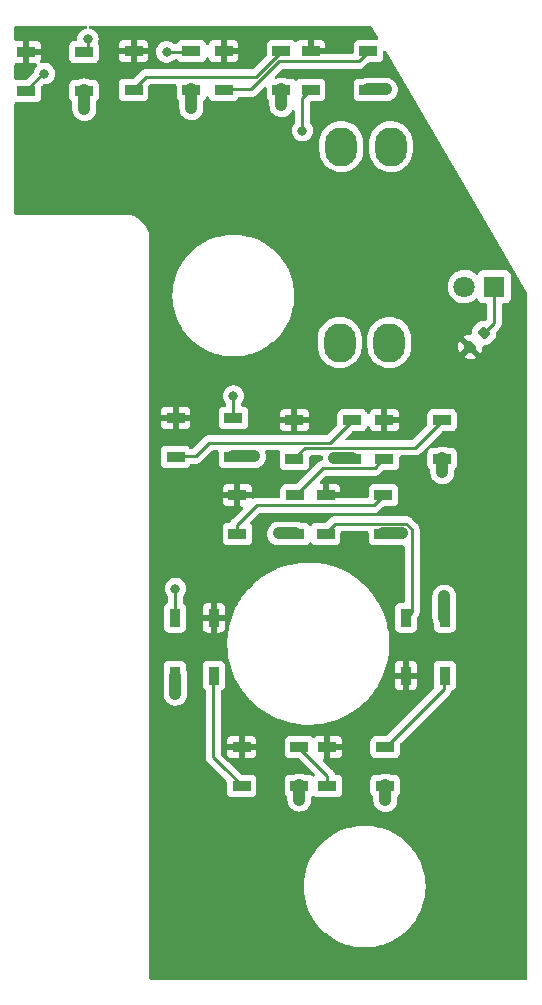
<source format=gbr>
%TF.GenerationSoftware,KiCad,Pcbnew,(6.0.9)*%
%TF.CreationDate,2022-12-16T22:56:41-09:00*%
%TF.ProjectId,PCB_ AV COOL PANEL,5043422c-2041-4562-9043-4f4f4c205041,rev?*%
%TF.SameCoordinates,Original*%
%TF.FileFunction,Copper,L1,Top*%
%TF.FilePolarity,Positive*%
%FSLAX46Y46*%
G04 Gerber Fmt 4.6, Leading zero omitted, Abs format (unit mm)*
G04 Created by KiCad (PCBNEW (6.0.9)) date 2022-12-16 22:56:41*
%MOMM*%
%LPD*%
G01*
G04 APERTURE LIST*
G04 Aperture macros list*
%AMRoundRect*
0 Rectangle with rounded corners*
0 $1 Rounding radius*
0 $2 $3 $4 $5 $6 $7 $8 $9 X,Y pos of 4 corners*
0 Add a 4 corners polygon primitive as box body*
4,1,4,$2,$3,$4,$5,$6,$7,$8,$9,$2,$3,0*
0 Add four circle primitives for the rounded corners*
1,1,$1+$1,$2,$3*
1,1,$1+$1,$4,$5*
1,1,$1+$1,$6,$7*
1,1,$1+$1,$8,$9*
0 Add four rect primitives between the rounded corners*
20,1,$1+$1,$2,$3,$4,$5,0*
20,1,$1+$1,$4,$5,$6,$7,0*
20,1,$1+$1,$6,$7,$8,$9,0*
20,1,$1+$1,$8,$9,$2,$3,0*%
G04 Aperture macros list end*
%TA.AperFunction,SMDPad,CuDef*%
%ADD10RoundRect,0.200000X-0.053033X0.335876X-0.335876X0.053033X0.053033X-0.335876X0.335876X-0.053033X0*%
%TD*%
%TA.AperFunction,SMDPad,CuDef*%
%ADD11R,1.500000X0.900000*%
%TD*%
%TA.AperFunction,SMDPad,CuDef*%
%ADD12R,0.900000X1.500000*%
%TD*%
%TA.AperFunction,ComponentPad*%
%ADD13R,1.800000X1.800000*%
%TD*%
%TA.AperFunction,ComponentPad*%
%ADD14C,1.800000*%
%TD*%
%TA.AperFunction,ComponentPad*%
%ADD15RoundRect,0.250001X-1.099999X-1.399999X1.099999X-1.399999X1.099999X1.399999X-1.099999X1.399999X0*%
%TD*%
%TA.AperFunction,ComponentPad*%
%ADD16O,2.700000X3.300000*%
%TD*%
%TA.AperFunction,ComponentPad*%
%ADD17RoundRect,0.250001X1.099999X1.399999X-1.099999X1.399999X-1.099999X-1.399999X1.099999X-1.399999X0*%
%TD*%
%TA.AperFunction,ViaPad*%
%ADD18C,1.000000*%
%TD*%
%TA.AperFunction,ViaPad*%
%ADD19C,0.800000*%
%TD*%
%TA.AperFunction,Conductor*%
%ADD20C,1.000000*%
%TD*%
%TA.AperFunction,Conductor*%
%ADD21C,0.250000*%
%TD*%
G04 APERTURE END LIST*
D10*
%TO.P,R1,1*%
%TO.N,Net-(D1-Pad1)*%
X249044210Y-61089790D03*
%TO.P,R1,2*%
%TO.N,/LED+5V*%
X247877484Y-62256516D03*
%TD*%
D11*
%TO.P,D2,1,VDD*%
%TO.N,/LED+5V*%
X210312000Y-37288000D03*
%TO.P,D2,2,DOUT*%
%TO.N,Net-(D2-Pad2)*%
X210312000Y-40588000D03*
%TO.P,D2,3,VSS*%
%TO.N,/LEDGND*%
X215212000Y-40588000D03*
%TO.P,D2,4,DIN*%
%TO.N,/DATAIN*%
X215212000Y-37288000D03*
%TD*%
%TO.P,D3,1,VDD*%
%TO.N,/LED+5V*%
X219382000Y-37212000D03*
%TO.P,D3,2,DOUT*%
%TO.N,Net-(D3-Pad2)*%
X219382000Y-40512000D03*
%TO.P,D3,3,VSS*%
%TO.N,/LEDGND*%
X224282000Y-40512000D03*
%TO.P,D3,4,DIN*%
%TO.N,Net-(D2-Pad2)*%
X224282000Y-37212000D03*
%TD*%
%TO.P,D4,1,VDD*%
%TO.N,/LED+5V*%
X227002000Y-37212000D03*
%TO.P,D4,2,DOUT*%
%TO.N,Net-(D4-Pad2)*%
X227002000Y-40512000D03*
%TO.P,D4,3,VSS*%
%TO.N,/LEDGND*%
X231902000Y-40512000D03*
%TO.P,D4,4,DIN*%
%TO.N,Net-(D3-Pad2)*%
X231902000Y-37212000D03*
%TD*%
%TO.P,D5,1,VDD*%
%TO.N,/LED+5V*%
X234368000Y-37212000D03*
%TO.P,D5,2,DOUT*%
%TO.N,Net-(D5-Pad2)*%
X234368000Y-40512000D03*
%TO.P,D5,3,VSS*%
%TO.N,/LEDGND*%
X239268000Y-40512000D03*
%TO.P,D5,4,DIN*%
%TO.N,Net-(D4-Pad2)*%
X239268000Y-37212000D03*
%TD*%
%TO.P,D6,1,VDD*%
%TO.N,/LED+5V*%
X222938000Y-68276000D03*
%TO.P,D6,2,DOUT*%
%TO.N,Net-(D6-Pad2)*%
X222938000Y-71576000D03*
%TO.P,D6,3,VSS*%
%TO.N,/LEDGND*%
X227838000Y-71576000D03*
%TO.P,D6,4,DIN*%
%TO.N,Net-(D5-Pad2)*%
X227838000Y-68276000D03*
%TD*%
%TO.P,D7,1,VDD*%
%TO.N,/LED+5V*%
X233008000Y-68454000D03*
%TO.P,D7,2,DOUT*%
%TO.N,Net-(D7-Pad2)*%
X233008000Y-71754000D03*
%TO.P,D7,3,VSS*%
%TO.N,/LEDGND*%
X237908000Y-71754000D03*
%TO.P,D7,4,DIN*%
%TO.N,Net-(D6-Pad2)*%
X237908000Y-68454000D03*
%TD*%
%TO.P,D8,1,VDD*%
%TO.N,/LED+5V*%
X240628000Y-68454000D03*
%TO.P,D8,2,DOUT*%
%TO.N,Net-(D8-Pad2)*%
X240628000Y-71754000D03*
%TO.P,D8,3,VSS*%
%TO.N,/LEDGND*%
X245528000Y-71754000D03*
%TO.P,D8,4,DIN*%
%TO.N,Net-(D7-Pad2)*%
X245528000Y-68454000D03*
%TD*%
%TO.P,D9,1,VDD*%
%TO.N,/LED+5V*%
X228182000Y-74804000D03*
%TO.P,D9,2,DOUT*%
%TO.N,Net-(D10-Pad4)*%
X228182000Y-78104000D03*
%TO.P,D9,3,VSS*%
%TO.N,/LEDGND*%
X233082000Y-78104000D03*
%TO.P,D9,4,DIN*%
%TO.N,Net-(D8-Pad2)*%
X233082000Y-74804000D03*
%TD*%
%TO.P,D10,1,VDD*%
%TO.N,/LED+5V*%
X235638000Y-74804000D03*
%TO.P,D10,2,DOUT*%
%TO.N,Net-(D10-Pad2)*%
X235638000Y-78104000D03*
%TO.P,D10,3,VSS*%
%TO.N,/LEDGND*%
X240538000Y-78104000D03*
%TO.P,D10,4,DIN*%
%TO.N,Net-(D10-Pad4)*%
X240538000Y-74804000D03*
%TD*%
D12*
%TO.P,D11,1,VDD*%
%TO.N,/LED+5V*%
X242444000Y-90080000D03*
%TO.P,D11,2,DOUT*%
%TO.N,Net-(D11-Pad2)*%
X245744000Y-90080000D03*
%TO.P,D11,3,VSS*%
%TO.N,/LEDGND*%
X245744000Y-85180000D03*
%TO.P,D11,4,DIN*%
%TO.N,Net-(D10-Pad2)*%
X242444000Y-85180000D03*
%TD*%
D11*
%TO.P,D12,1,VDD*%
%TO.N,/LED+5V*%
X235802000Y-96140000D03*
%TO.P,D12,2,DOUT*%
%TO.N,Net-(D12-Pad2)*%
X235802000Y-99440000D03*
%TO.P,D12,3,VSS*%
%TO.N,/LEDGND*%
X240702000Y-99440000D03*
%TO.P,D12,4,DIN*%
%TO.N,Net-(D11-Pad2)*%
X240702000Y-96140000D03*
%TD*%
%TO.P,D13,1,VDD*%
%TO.N,/LED+5V*%
X228526000Y-96140000D03*
%TO.P,D13,2,DOUT*%
%TO.N,Net-(D13-Pad2)*%
X228526000Y-99440000D03*
%TO.P,D13,3,VSS*%
%TO.N,/LEDGND*%
X233426000Y-99440000D03*
%TO.P,D13,4,DIN*%
%TO.N,Net-(D12-Pad2)*%
X233426000Y-96140000D03*
%TD*%
D12*
%TO.P,D14,1,VDD*%
%TO.N,/LED+5V*%
X226186000Y-85180000D03*
%TO.P,D14,2,DOUT*%
%TO.N,/DATAOUT*%
X222886000Y-85180000D03*
%TO.P,D14,3,VSS*%
%TO.N,/LEDGND*%
X222886000Y-90080000D03*
%TO.P,D14,4,DIN*%
%TO.N,Net-(D13-Pad2)*%
X226186000Y-90080000D03*
%TD*%
D13*
%TO.P,D1,1,K*%
%TO.N,Net-(D1-Pad1)*%
X249936000Y-57150000D03*
D14*
%TO.P,D1,2,A*%
%TO.N,/LEDGND*%
X247396000Y-57150000D03*
%TD*%
D15*
%TO.P,J1,1,Pin_1*%
%TO.N,/LED+5V*%
X236982000Y-50800000D03*
D16*
%TO.P,J1,2,Pin_2*%
X241182000Y-50800000D03*
%TO.P,J1,3,Pin_3*%
%TO.N,/LEDGND*%
X236982000Y-45300000D03*
%TO.P,J1,4,Pin_4*%
%TO.N,/DATAIN*%
X241182000Y-45300000D03*
%TD*%
D17*
%TO.P,J2,1,Pin_1*%
%TO.N,/LED+5V*%
X241046000Y-56388000D03*
D16*
%TO.P,J2,2,Pin_2*%
X236846000Y-56388000D03*
%TO.P,J2,3,Pin_3*%
%TO.N,/LEDGND*%
X241046000Y-61888000D03*
%TO.P,J2,4,Pin_4*%
%TO.N,/DATAOUT*%
X236846000Y-61888000D03*
%TD*%
D18*
%TO.N,/LEDGND*%
X224282000Y-42037000D03*
X240702000Y-100621000D03*
X236398000Y-71704000D03*
X215212000Y-42111000D03*
X231902000Y-41783000D03*
X242138000Y-78054000D03*
X231699000Y-78054000D03*
X240741000Y-40462000D03*
X222936000Y-91618000D03*
X245694000Y-83388000D03*
X233426000Y-100584000D03*
X229591000Y-71526000D03*
X245528000Y-72861000D03*
%TO.N,/LED+5V*%
X248262000Y-76096000D03*
X249151000Y-76096000D03*
X247246000Y-76096000D03*
X246357000Y-76096000D03*
D19*
%TO.N,/DATAIN*%
X215519000Y-36195000D03*
%TO.N,/DATAOUT*%
X222936000Y-82728000D03*
%TO.N,Net-(D2-Pad2)*%
X222186500Y-37274500D03*
X211836000Y-39116000D03*
%TO.N,Net-(D5-Pad2)*%
X233680000Y-43942000D03*
X227838000Y-66421000D03*
%TD*%
D20*
%TO.N,/LEDGND*%
X224282000Y-40462000D02*
X224282000Y-42037000D01*
X231902000Y-40462000D02*
X231902000Y-41783000D01*
X227838000Y-71526000D02*
X229591000Y-71526000D01*
X233426000Y-99390000D02*
X233426000Y-100584000D01*
X239268000Y-40462000D02*
X240741000Y-40462000D01*
X245694000Y-85180000D02*
X245694000Y-83388000D01*
X237908000Y-71704000D02*
X236398000Y-71704000D01*
X233082000Y-78054000D02*
X231699000Y-78054000D01*
X245528000Y-71704000D02*
X245528000Y-72861000D01*
X240702000Y-99390000D02*
X240702000Y-100621000D01*
X215212000Y-40538000D02*
X215212000Y-42111000D01*
X240538000Y-78054000D02*
X242138000Y-78054000D01*
X222936000Y-90080000D02*
X222936000Y-91618000D01*
D21*
%TO.N,Net-(D1-Pad1)*%
X249936000Y-57150000D02*
X249936000Y-60198000D01*
X249936000Y-60198000D02*
X249017694Y-61116306D01*
%TO.N,/DATAIN*%
X215519000Y-36195000D02*
X215519000Y-37031000D01*
X215519000Y-37031000D02*
X215212000Y-37338000D01*
%TO.N,Net-(D10-Pad4)*%
X239712999Y-75679001D02*
X240538000Y-74854000D01*
X228182000Y-78054000D02*
X228182000Y-77304000D01*
X229806999Y-75679001D02*
X239712999Y-75679001D01*
X228182000Y-77304000D02*
X229806999Y-75679001D01*
%TO.N,/DATAOUT*%
X222936000Y-85180000D02*
X222936000Y-82728000D01*
%TO.N,Net-(D2-Pad2)*%
X211836000Y-39116000D02*
X211734000Y-39116000D01*
X211734000Y-39116000D02*
X210312000Y-40538000D01*
X224282000Y-37262000D02*
X222199000Y-37262000D01*
X222199000Y-37262000D02*
X222186500Y-37274500D01*
%TO.N,Net-(D3-Pad2)*%
X219382000Y-40462000D02*
X220474000Y-39370000D01*
X220474000Y-39370000D02*
X229794000Y-39370000D01*
X229794000Y-39370000D02*
X231902000Y-37262000D01*
%TO.N,Net-(D4-Pad2)*%
X231713409Y-38087001D02*
X238442999Y-38087001D01*
X229338410Y-40462000D02*
X231713409Y-38087001D01*
X227002000Y-40462000D02*
X229338410Y-40462000D01*
X238442999Y-38087001D02*
X239268000Y-37262000D01*
%TO.N,Net-(D5-Pad2)*%
X227838000Y-68326000D02*
X227838000Y-67818000D01*
X233680000Y-41150000D02*
X234368000Y-40462000D01*
X227838000Y-68326000D02*
X227838000Y-66421000D01*
X233680000Y-43942000D02*
X233680000Y-41150000D01*
%TO.N,Net-(D6-Pad2)*%
X236054000Y-70358000D02*
X237908000Y-68504000D01*
X225806000Y-70358000D02*
X236054000Y-70358000D01*
X222938000Y-71526000D02*
X224638000Y-71526000D01*
X224638000Y-71526000D02*
X225806000Y-70358000D01*
%TO.N,Net-(D7-Pad2)*%
X233903990Y-70808010D02*
X243223990Y-70808010D01*
X243223990Y-70808010D02*
X245528000Y-68504000D01*
X233008000Y-71704000D02*
X233903990Y-70808010D01*
%TO.N,Net-(D8-Pad2)*%
X239802990Y-72529010D02*
X235406990Y-72529010D01*
X240628000Y-71704000D02*
X239802990Y-72529010D01*
X235406990Y-72529010D02*
X233082000Y-74854000D01*
%TO.N,Net-(D10-Pad2)*%
X236463010Y-77228990D02*
X242479730Y-77228990D01*
X235638000Y-78054000D02*
X236463010Y-77228990D01*
X242963010Y-77712270D02*
X242963010Y-84710990D01*
X242479730Y-77228990D02*
X242963010Y-77712270D01*
X242963010Y-84710990D02*
X242494000Y-85180000D01*
%TO.N,Net-(D11-Pad2)*%
X245694000Y-91198000D02*
X240702000Y-96190000D01*
X245694000Y-90080000D02*
X245694000Y-91198000D01*
%TO.N,Net-(D12-Pad2)*%
X235802000Y-99390000D02*
X235802000Y-98566000D01*
X235802000Y-98566000D02*
X233426000Y-96190000D01*
%TO.N,Net-(D13-Pad2)*%
X228526000Y-99390000D02*
X227001000Y-97865000D01*
X226136000Y-97000000D02*
X227001000Y-97865000D01*
X226136000Y-90080000D02*
X226136000Y-97000000D01*
%TD*%
%TA.AperFunction,Conductor*%
%TO.N,/LED+5V*%
G36*
X215393706Y-35072502D02*
G01*
X215440199Y-35126158D01*
X215450303Y-35196432D01*
X215420809Y-35261012D01*
X215361083Y-35299396D01*
X215351783Y-35301747D01*
X215236712Y-35326206D01*
X215230682Y-35328891D01*
X215230681Y-35328891D01*
X215068278Y-35401197D01*
X215068276Y-35401198D01*
X215062248Y-35403882D01*
X214907747Y-35516134D01*
X214779960Y-35658056D01*
X214684473Y-35823444D01*
X214625458Y-36005072D01*
X214605496Y-36195000D01*
X214606186Y-36201565D01*
X214606186Y-36203500D01*
X214586184Y-36271621D01*
X214532528Y-36318114D01*
X214480186Y-36329500D01*
X214413866Y-36329500D01*
X214351684Y-36336255D01*
X214215295Y-36387385D01*
X214098739Y-36474739D01*
X214011385Y-36591295D01*
X213960255Y-36727684D01*
X213953500Y-36789866D01*
X213953500Y-37786134D01*
X213960255Y-37848316D01*
X214011385Y-37984705D01*
X214098739Y-38101261D01*
X214215295Y-38188615D01*
X214351684Y-38239745D01*
X214413866Y-38246500D01*
X216010134Y-38246500D01*
X216072316Y-38239745D01*
X216208705Y-38188615D01*
X216325261Y-38101261D01*
X216412615Y-37984705D01*
X216463745Y-37848316D01*
X216470500Y-37786134D01*
X216470500Y-37706669D01*
X218124001Y-37706669D01*
X218124371Y-37713490D01*
X218129895Y-37764352D01*
X218133521Y-37779604D01*
X218178676Y-37900054D01*
X218187214Y-37915649D01*
X218263715Y-38017724D01*
X218276276Y-38030285D01*
X218378351Y-38106786D01*
X218393946Y-38115324D01*
X218514394Y-38160478D01*
X218529649Y-38164105D01*
X218580514Y-38169631D01*
X218587328Y-38170000D01*
X219109885Y-38170000D01*
X219125124Y-38165525D01*
X219126329Y-38164135D01*
X219128000Y-38156452D01*
X219128000Y-38151884D01*
X219636000Y-38151884D01*
X219640475Y-38167123D01*
X219641865Y-38168328D01*
X219649548Y-38169999D01*
X220176669Y-38169999D01*
X220183490Y-38169629D01*
X220234352Y-38164105D01*
X220249604Y-38160479D01*
X220370054Y-38115324D01*
X220385649Y-38106786D01*
X220487724Y-38030285D01*
X220500285Y-38017724D01*
X220576786Y-37915649D01*
X220585324Y-37900054D01*
X220630478Y-37779606D01*
X220634105Y-37764351D01*
X220639631Y-37713486D01*
X220640000Y-37706672D01*
X220640000Y-37484115D01*
X220635525Y-37468876D01*
X220634135Y-37467671D01*
X220626452Y-37466000D01*
X219654115Y-37466000D01*
X219638876Y-37470475D01*
X219637671Y-37471865D01*
X219636000Y-37479548D01*
X219636000Y-38151884D01*
X219128000Y-38151884D01*
X219128000Y-37484115D01*
X219123525Y-37468876D01*
X219122135Y-37467671D01*
X219114452Y-37466000D01*
X218142116Y-37466000D01*
X218126877Y-37470475D01*
X218125672Y-37471865D01*
X218124001Y-37479548D01*
X218124001Y-37706669D01*
X216470500Y-37706669D01*
X216470500Y-37274500D01*
X221272996Y-37274500D01*
X221273686Y-37281065D01*
X221291810Y-37453501D01*
X221292958Y-37464428D01*
X221351973Y-37646056D01*
X221355276Y-37651778D01*
X221355277Y-37651779D01*
X221386968Y-37706669D01*
X221447460Y-37811444D01*
X221451878Y-37816351D01*
X221451879Y-37816352D01*
X221535034Y-37908705D01*
X221575247Y-37953366D01*
X221627939Y-37991649D01*
X221713137Y-38053549D01*
X221729748Y-38065618D01*
X221735776Y-38068302D01*
X221735778Y-38068303D01*
X221898181Y-38140609D01*
X221904212Y-38143294D01*
X221997613Y-38163147D01*
X222084556Y-38181628D01*
X222084561Y-38181628D01*
X222091013Y-38183000D01*
X222281987Y-38183000D01*
X222288439Y-38181628D01*
X222288444Y-38181628D01*
X222375387Y-38163147D01*
X222468788Y-38143294D01*
X222474819Y-38140609D01*
X222637222Y-38068303D01*
X222637224Y-38068302D01*
X222643252Y-38065618D01*
X222659864Y-38053549D01*
X222776171Y-37969046D01*
X222797753Y-37953366D01*
X222812319Y-37937189D01*
X222872766Y-37899950D01*
X222905955Y-37895500D01*
X223008461Y-37895500D01*
X223076582Y-37915502D01*
X223109287Y-37945935D01*
X223163090Y-38017724D01*
X223168739Y-38025261D01*
X223285295Y-38112615D01*
X223421684Y-38163745D01*
X223483866Y-38170500D01*
X225080134Y-38170500D01*
X225142316Y-38163745D01*
X225278705Y-38112615D01*
X225395261Y-38025261D01*
X225482615Y-37908705D01*
X225524285Y-37797551D01*
X225566927Y-37740787D01*
X225633488Y-37716087D01*
X225702837Y-37731295D01*
X225752955Y-37781580D01*
X225760249Y-37797551D01*
X225798676Y-37900054D01*
X225807214Y-37915649D01*
X225883715Y-38017724D01*
X225896276Y-38030285D01*
X225998351Y-38106786D01*
X226013946Y-38115324D01*
X226134394Y-38160478D01*
X226149649Y-38164105D01*
X226200514Y-38169631D01*
X226207328Y-38170000D01*
X226729885Y-38170000D01*
X226745124Y-38165525D01*
X226746329Y-38164135D01*
X226748000Y-38156452D01*
X226748000Y-38151884D01*
X227256000Y-38151884D01*
X227260475Y-38167123D01*
X227261865Y-38168328D01*
X227269548Y-38169999D01*
X227796669Y-38169999D01*
X227803490Y-38169629D01*
X227854352Y-38164105D01*
X227869604Y-38160479D01*
X227990054Y-38115324D01*
X228005649Y-38106786D01*
X228107724Y-38030285D01*
X228120285Y-38017724D01*
X228196786Y-37915649D01*
X228205324Y-37900054D01*
X228250478Y-37779606D01*
X228254105Y-37764351D01*
X228259631Y-37713486D01*
X228260000Y-37706672D01*
X228260000Y-37484115D01*
X228255525Y-37468876D01*
X228254135Y-37467671D01*
X228246452Y-37466000D01*
X227274115Y-37466000D01*
X227258876Y-37470475D01*
X227257671Y-37471865D01*
X227256000Y-37479548D01*
X227256000Y-38151884D01*
X226748000Y-38151884D01*
X226748000Y-36939885D01*
X227256000Y-36939885D01*
X227260475Y-36955124D01*
X227261865Y-36956329D01*
X227269548Y-36958000D01*
X228241884Y-36958000D01*
X228257123Y-36953525D01*
X228258328Y-36952135D01*
X228259999Y-36944452D01*
X228259999Y-36717331D01*
X228259629Y-36710510D01*
X228254105Y-36659648D01*
X228250479Y-36644396D01*
X228205324Y-36523946D01*
X228196786Y-36508351D01*
X228120285Y-36406276D01*
X228107724Y-36393715D01*
X228005649Y-36317214D01*
X227990054Y-36308676D01*
X227869606Y-36263522D01*
X227854351Y-36259895D01*
X227803486Y-36254369D01*
X227796672Y-36254000D01*
X227274115Y-36254000D01*
X227258876Y-36258475D01*
X227257671Y-36259865D01*
X227256000Y-36267548D01*
X227256000Y-36939885D01*
X226748000Y-36939885D01*
X226748000Y-36272116D01*
X226743525Y-36256877D01*
X226742135Y-36255672D01*
X226734452Y-36254001D01*
X226207331Y-36254001D01*
X226200510Y-36254371D01*
X226149648Y-36259895D01*
X226134396Y-36263521D01*
X226013946Y-36308676D01*
X225998351Y-36317214D01*
X225896276Y-36393715D01*
X225883715Y-36406276D01*
X225807214Y-36508351D01*
X225798676Y-36523946D01*
X225760249Y-36626449D01*
X225717607Y-36683213D01*
X225651046Y-36707913D01*
X225581697Y-36692705D01*
X225531579Y-36642419D01*
X225524285Y-36626449D01*
X225485858Y-36523946D01*
X225482615Y-36515295D01*
X225395261Y-36398739D01*
X225278705Y-36311385D01*
X225142316Y-36260255D01*
X225080134Y-36253500D01*
X223483866Y-36253500D01*
X223421684Y-36260255D01*
X223285295Y-36311385D01*
X223168739Y-36398739D01*
X223081385Y-36515295D01*
X223078233Y-36523703D01*
X223078231Y-36523707D01*
X223069599Y-36546731D01*
X223026957Y-36603495D01*
X222960395Y-36628194D01*
X222951618Y-36628500D01*
X222881590Y-36628500D01*
X222813469Y-36608498D01*
X222800244Y-36598400D01*
X222797753Y-36595634D01*
X222782224Y-36584351D01*
X222648594Y-36487263D01*
X222648593Y-36487262D01*
X222643252Y-36483382D01*
X222637224Y-36480698D01*
X222637222Y-36480697D01*
X222474819Y-36408391D01*
X222474818Y-36408391D01*
X222468788Y-36405706D01*
X222367766Y-36384233D01*
X222288444Y-36367372D01*
X222288439Y-36367372D01*
X222281987Y-36366000D01*
X222091013Y-36366000D01*
X222084561Y-36367372D01*
X222084556Y-36367372D01*
X222005234Y-36384233D01*
X221904212Y-36405706D01*
X221898182Y-36408391D01*
X221898181Y-36408391D01*
X221735778Y-36480697D01*
X221735776Y-36480698D01*
X221729748Y-36483382D01*
X221575247Y-36595634D01*
X221570826Y-36600544D01*
X221570825Y-36600545D01*
X221465671Y-36717331D01*
X221447460Y-36737556D01*
X221351973Y-36902944D01*
X221292958Y-37084572D01*
X221272996Y-37274500D01*
X216470500Y-37274500D01*
X216470500Y-36939885D01*
X218124000Y-36939885D01*
X218128475Y-36955124D01*
X218129865Y-36956329D01*
X218137548Y-36958000D01*
X219109885Y-36958000D01*
X219125124Y-36953525D01*
X219126329Y-36952135D01*
X219128000Y-36944452D01*
X219128000Y-36939885D01*
X219636000Y-36939885D01*
X219640475Y-36955124D01*
X219641865Y-36956329D01*
X219649548Y-36958000D01*
X220621884Y-36958000D01*
X220637123Y-36953525D01*
X220638328Y-36952135D01*
X220639999Y-36944452D01*
X220639999Y-36717331D01*
X220639629Y-36710510D01*
X220634105Y-36659648D01*
X220630479Y-36644396D01*
X220585324Y-36523946D01*
X220576786Y-36508351D01*
X220500285Y-36406276D01*
X220487724Y-36393715D01*
X220385649Y-36317214D01*
X220370054Y-36308676D01*
X220249606Y-36263522D01*
X220234351Y-36259895D01*
X220183486Y-36254369D01*
X220176672Y-36254000D01*
X219654115Y-36254000D01*
X219638876Y-36258475D01*
X219637671Y-36259865D01*
X219636000Y-36267548D01*
X219636000Y-36939885D01*
X219128000Y-36939885D01*
X219128000Y-36272116D01*
X219123525Y-36256877D01*
X219122135Y-36255672D01*
X219114452Y-36254001D01*
X218587331Y-36254001D01*
X218580510Y-36254371D01*
X218529648Y-36259895D01*
X218514396Y-36263521D01*
X218393946Y-36308676D01*
X218378351Y-36317214D01*
X218276276Y-36393715D01*
X218263715Y-36406276D01*
X218187214Y-36508351D01*
X218178676Y-36523946D01*
X218133522Y-36644394D01*
X218129895Y-36659649D01*
X218124369Y-36710514D01*
X218124000Y-36717328D01*
X218124000Y-36939885D01*
X216470500Y-36939885D01*
X216470500Y-36789866D01*
X216463745Y-36727684D01*
X216412615Y-36591295D01*
X216407235Y-36584116D01*
X216407233Y-36584113D01*
X216405003Y-36581138D01*
X216403711Y-36577679D01*
X216402921Y-36576237D01*
X216403129Y-36576123D01*
X216380153Y-36514633D01*
X216385994Y-36466634D01*
X216405605Y-36406278D01*
X216412542Y-36384928D01*
X216414532Y-36366000D01*
X216431814Y-36201565D01*
X216432504Y-36195000D01*
X216412542Y-36005072D01*
X216353527Y-35823444D01*
X216258040Y-35658056D01*
X216130253Y-35516134D01*
X215975752Y-35403882D01*
X215969724Y-35401198D01*
X215969722Y-35401197D01*
X215807319Y-35328891D01*
X215807318Y-35328891D01*
X215801288Y-35326206D01*
X215686218Y-35301747D01*
X215623745Y-35268018D01*
X215589423Y-35205869D01*
X215594151Y-35135030D01*
X215636427Y-35077992D01*
X215702828Y-35052865D01*
X215712415Y-35052500D01*
X239411778Y-35052500D01*
X239479899Y-35072502D01*
X239520582Y-35114957D01*
X240044260Y-36011635D01*
X240074817Y-36063957D01*
X240091899Y-36132867D01*
X240069013Y-36200074D01*
X240013425Y-36244239D01*
X239966013Y-36253500D01*
X238469866Y-36253500D01*
X238407684Y-36260255D01*
X238271295Y-36311385D01*
X238154739Y-36398739D01*
X238067385Y-36515295D01*
X238016255Y-36651684D01*
X238009500Y-36713866D01*
X238009500Y-37327501D01*
X237989498Y-37395622D01*
X237935842Y-37442115D01*
X237883500Y-37453501D01*
X234240000Y-37453501D01*
X234171879Y-37433499D01*
X234125386Y-37379843D01*
X234114000Y-37327501D01*
X234114000Y-36939885D01*
X234622000Y-36939885D01*
X234626475Y-36955124D01*
X234627865Y-36956329D01*
X234635548Y-36958000D01*
X235607884Y-36958000D01*
X235623123Y-36953525D01*
X235624328Y-36952135D01*
X235625999Y-36944452D01*
X235625999Y-36717331D01*
X235625629Y-36710510D01*
X235620105Y-36659648D01*
X235616479Y-36644396D01*
X235571324Y-36523946D01*
X235562786Y-36508351D01*
X235486285Y-36406276D01*
X235473724Y-36393715D01*
X235371649Y-36317214D01*
X235356054Y-36308676D01*
X235235606Y-36263522D01*
X235220351Y-36259895D01*
X235169486Y-36254369D01*
X235162672Y-36254000D01*
X234640115Y-36254000D01*
X234624876Y-36258475D01*
X234623671Y-36259865D01*
X234622000Y-36267548D01*
X234622000Y-36939885D01*
X234114000Y-36939885D01*
X234114000Y-36272116D01*
X234109525Y-36256877D01*
X234108135Y-36255672D01*
X234100452Y-36254001D01*
X233573331Y-36254001D01*
X233566510Y-36254371D01*
X233515648Y-36259895D01*
X233500396Y-36263521D01*
X233379946Y-36308676D01*
X233364351Y-36317214D01*
X233262276Y-36393715D01*
X233249713Y-36406278D01*
X233236137Y-36424392D01*
X233179278Y-36466907D01*
X233108459Y-36471931D01*
X233046166Y-36437871D01*
X233034486Y-36424391D01*
X233020642Y-36405919D01*
X233015261Y-36398739D01*
X232898705Y-36311385D01*
X232762316Y-36260255D01*
X232700134Y-36253500D01*
X231103866Y-36253500D01*
X231041684Y-36260255D01*
X230905295Y-36311385D01*
X230788739Y-36398739D01*
X230701385Y-36515295D01*
X230650255Y-36651684D01*
X230643500Y-36713866D01*
X230643500Y-37572405D01*
X230623498Y-37640526D01*
X230606595Y-37661500D01*
X229568500Y-38699595D01*
X229506188Y-38733621D01*
X229479405Y-38736500D01*
X220552767Y-38736500D01*
X220541584Y-38735973D01*
X220534091Y-38734298D01*
X220526165Y-38734547D01*
X220526164Y-38734547D01*
X220466014Y-38736438D01*
X220462055Y-38736500D01*
X220434144Y-38736500D01*
X220430210Y-38736997D01*
X220430209Y-38736997D01*
X220430144Y-38737005D01*
X220418307Y-38737938D01*
X220386490Y-38738938D01*
X220382029Y-38739078D01*
X220374110Y-38739327D01*
X220356496Y-38744444D01*
X220354658Y-38744978D01*
X220335306Y-38748986D01*
X220328235Y-38749880D01*
X220315203Y-38751526D01*
X220307834Y-38754443D01*
X220307832Y-38754444D01*
X220274097Y-38767800D01*
X220262869Y-38771645D01*
X220220407Y-38783982D01*
X220213585Y-38788016D01*
X220213579Y-38788019D01*
X220202968Y-38794294D01*
X220185218Y-38802990D01*
X220173756Y-38807528D01*
X220173751Y-38807531D01*
X220166383Y-38810448D01*
X220159968Y-38815109D01*
X220130625Y-38836427D01*
X220120707Y-38842943D01*
X220102019Y-38853995D01*
X220082637Y-38865458D01*
X220068313Y-38879782D01*
X220053281Y-38892621D01*
X220036893Y-38904528D01*
X220013641Y-38932635D01*
X220008712Y-38938593D01*
X220000722Y-38947373D01*
X219431500Y-39516595D01*
X219369188Y-39550621D01*
X219342405Y-39553500D01*
X218583866Y-39553500D01*
X218521684Y-39560255D01*
X218385295Y-39611385D01*
X218268739Y-39698739D01*
X218181385Y-39815295D01*
X218130255Y-39951684D01*
X218123500Y-40013866D01*
X218123500Y-41010134D01*
X218130255Y-41072316D01*
X218181385Y-41208705D01*
X218268739Y-41325261D01*
X218385295Y-41412615D01*
X218521684Y-41463745D01*
X218583866Y-41470500D01*
X220180134Y-41470500D01*
X220242316Y-41463745D01*
X220378705Y-41412615D01*
X220495261Y-41325261D01*
X220582615Y-41208705D01*
X220633745Y-41072316D01*
X220640500Y-41010134D01*
X220640500Y-40151594D01*
X220660502Y-40083473D01*
X220677405Y-40062499D01*
X220699499Y-40040405D01*
X220761811Y-40006379D01*
X220788594Y-40003500D01*
X222897500Y-40003500D01*
X222965621Y-40023502D01*
X223012114Y-40077158D01*
X223023500Y-40129500D01*
X223023500Y-41010134D01*
X223030255Y-41072316D01*
X223081385Y-41208705D01*
X223168739Y-41325261D01*
X223211686Y-41357448D01*
X223223065Y-41365976D01*
X223265580Y-41422835D01*
X223273500Y-41466802D01*
X223273500Y-41973181D01*
X223272715Y-41987225D01*
X223268719Y-42022851D01*
X223269235Y-42028995D01*
X223273058Y-42074524D01*
X223273314Y-42080619D01*
X223273350Y-42080617D01*
X223273500Y-42083684D01*
X223273500Y-42086769D01*
X223273801Y-42089837D01*
X223277498Y-42127549D01*
X223277657Y-42129299D01*
X223278791Y-42142799D01*
X223285268Y-42219934D01*
X223286925Y-42225714D01*
X223286963Y-42225904D01*
X223287295Y-42227645D01*
X223287334Y-42227858D01*
X223287920Y-42233833D01*
X223289702Y-42239735D01*
X223314183Y-42320820D01*
X223314680Y-42322507D01*
X223327480Y-42367145D01*
X223339783Y-42410050D01*
X223342533Y-42415399D01*
X223342600Y-42415563D01*
X223343240Y-42417148D01*
X223343351Y-42417429D01*
X223345084Y-42423169D01*
X223347975Y-42428606D01*
X223347979Y-42428616D01*
X223387824Y-42503553D01*
X223388568Y-42504975D01*
X223430187Y-42585956D01*
X223433914Y-42590659D01*
X223434060Y-42590878D01*
X223435017Y-42592340D01*
X223435109Y-42592482D01*
X223437934Y-42597796D01*
X223494570Y-42667239D01*
X223495439Y-42668304D01*
X223496531Y-42669663D01*
X223553035Y-42740953D01*
X223557613Y-42744849D01*
X223557743Y-42744980D01*
X223558983Y-42746246D01*
X223559138Y-42746407D01*
X223562935Y-42751062D01*
X223567682Y-42754989D01*
X223567685Y-42754992D01*
X223633011Y-42809034D01*
X223634359Y-42810165D01*
X223698960Y-42865145D01*
X223698963Y-42865147D01*
X223703650Y-42869136D01*
X223708898Y-42872069D01*
X223709074Y-42872188D01*
X223710548Y-42873198D01*
X223710695Y-42873300D01*
X223715325Y-42877130D01*
X223720745Y-42880060D01*
X223720747Y-42880062D01*
X223795335Y-42920392D01*
X223796876Y-42921239D01*
X223870917Y-42962619D01*
X223876294Y-42965624D01*
X223882009Y-42967481D01*
X223882183Y-42967554D01*
X223883785Y-42968241D01*
X223884022Y-42968345D01*
X223889299Y-42971198D01*
X223966963Y-42995239D01*
X223976234Y-42998109D01*
X223977897Y-42998637D01*
X224064392Y-43026740D01*
X224070354Y-43027451D01*
X224070574Y-43027496D01*
X224072291Y-43027861D01*
X224072493Y-43027905D01*
X224078232Y-43029682D01*
X224084359Y-43030326D01*
X224168676Y-43039188D01*
X224170424Y-43039384D01*
X224226824Y-43046109D01*
X224260777Y-43050158D01*
X224266772Y-43049697D01*
X224266920Y-43049698D01*
X224268668Y-43049722D01*
X224268957Y-43049728D01*
X224274925Y-43050355D01*
X224365512Y-43042111D01*
X224367148Y-43041973D01*
X224457972Y-43034984D01*
X224463760Y-43033368D01*
X224463949Y-43033332D01*
X224465685Y-43033013D01*
X224465900Y-43032975D01*
X224471888Y-43032430D01*
X224477794Y-43030692D01*
X224477798Y-43030691D01*
X224559171Y-43006742D01*
X224560861Y-43006258D01*
X224642521Y-42983458D01*
X224642530Y-42983455D01*
X224648463Y-42981798D01*
X224653819Y-42979093D01*
X224654063Y-42978994D01*
X224655699Y-42978346D01*
X224655845Y-42978290D01*
X224661619Y-42976590D01*
X224675372Y-42969400D01*
X224742251Y-42934437D01*
X224743815Y-42933633D01*
X224819503Y-42895400D01*
X224819505Y-42895399D01*
X224824996Y-42892625D01*
X224829721Y-42888934D01*
X224829921Y-42888803D01*
X224831398Y-42887851D01*
X224831571Y-42887741D01*
X224836890Y-42884960D01*
X224846629Y-42877130D01*
X224907741Y-42827994D01*
X224909120Y-42826900D01*
X224931266Y-42809598D01*
X224980847Y-42770861D01*
X224984771Y-42766315D01*
X224984923Y-42766166D01*
X224986161Y-42764971D01*
X224986352Y-42764789D01*
X224991025Y-42761032D01*
X225049565Y-42691266D01*
X225050563Y-42690093D01*
X225110078Y-42621145D01*
X225113040Y-42615931D01*
X225113177Y-42615731D01*
X225114181Y-42614286D01*
X225114292Y-42614128D01*
X225118154Y-42609526D01*
X225161984Y-42529798D01*
X225162835Y-42528277D01*
X225204724Y-42454539D01*
X225207769Y-42449179D01*
X225209667Y-42443472D01*
X225209722Y-42443344D01*
X225210418Y-42441750D01*
X225210543Y-42441469D01*
X225213433Y-42436213D01*
X225240947Y-42349478D01*
X225241457Y-42347909D01*
X225270197Y-42261513D01*
X225270950Y-42255559D01*
X225270997Y-42255336D01*
X225271374Y-42253620D01*
X225271420Y-42253416D01*
X225273235Y-42247694D01*
X225283384Y-42157218D01*
X225283587Y-42155518D01*
X225283806Y-42153788D01*
X225294985Y-42065295D01*
X225295380Y-42037000D01*
X225291101Y-41993360D01*
X225290500Y-41981064D01*
X225290500Y-41466802D01*
X225310502Y-41398681D01*
X225340935Y-41365976D01*
X225352314Y-41357448D01*
X225395261Y-41325261D01*
X225482615Y-41208705D01*
X225515680Y-41120505D01*
X225524018Y-41098263D01*
X225566660Y-41041499D01*
X225633221Y-41016799D01*
X225702570Y-41032006D01*
X225752688Y-41082292D01*
X225759982Y-41098263D01*
X225768320Y-41120505D01*
X225801385Y-41208705D01*
X225888739Y-41325261D01*
X226005295Y-41412615D01*
X226141684Y-41463745D01*
X226203866Y-41470500D01*
X227800134Y-41470500D01*
X227862316Y-41463745D01*
X227998705Y-41412615D01*
X228115261Y-41325261D01*
X228202615Y-41208705D01*
X228205769Y-41200293D01*
X228214401Y-41177269D01*
X228257043Y-41120505D01*
X228323605Y-41095806D01*
X228332382Y-41095500D01*
X229259643Y-41095500D01*
X229270826Y-41096027D01*
X229278319Y-41097702D01*
X229286245Y-41097453D01*
X229286246Y-41097453D01*
X229346396Y-41095562D01*
X229350355Y-41095500D01*
X229378266Y-41095500D01*
X229382201Y-41095003D01*
X229382266Y-41094995D01*
X229394103Y-41094062D01*
X229426361Y-41093048D01*
X229430380Y-41092922D01*
X229438299Y-41092673D01*
X229457753Y-41087021D01*
X229477110Y-41083013D01*
X229489340Y-41081468D01*
X229489341Y-41081468D01*
X229497207Y-41080474D01*
X229504578Y-41077555D01*
X229504580Y-41077555D01*
X229538322Y-41064196D01*
X229549552Y-41060351D01*
X229584393Y-41050229D01*
X229584394Y-41050229D01*
X229592003Y-41048018D01*
X229598822Y-41043985D01*
X229598827Y-41043983D01*
X229609438Y-41037707D01*
X229627186Y-41029012D01*
X229646027Y-41021552D01*
X229681797Y-40995564D01*
X229691717Y-40989048D01*
X229722945Y-40970580D01*
X229722948Y-40970578D01*
X229729772Y-40966542D01*
X229744093Y-40952221D01*
X229759127Y-40939380D01*
X229769104Y-40932131D01*
X229775517Y-40927472D01*
X229803708Y-40893395D01*
X229811698Y-40884616D01*
X230428405Y-40267909D01*
X230490717Y-40233883D01*
X230561532Y-40238948D01*
X230618368Y-40281495D01*
X230643179Y-40348015D01*
X230643500Y-40357004D01*
X230643500Y-41010134D01*
X230650255Y-41072316D01*
X230701385Y-41208705D01*
X230788739Y-41325261D01*
X230831686Y-41357448D01*
X230843065Y-41365976D01*
X230885580Y-41422835D01*
X230893500Y-41466802D01*
X230893500Y-41719181D01*
X230892715Y-41733225D01*
X230888719Y-41768851D01*
X230889235Y-41774995D01*
X230893058Y-41820524D01*
X230893314Y-41826619D01*
X230893350Y-41826617D01*
X230893500Y-41829684D01*
X230893500Y-41832769D01*
X230893801Y-41835837D01*
X230897498Y-41873549D01*
X230897657Y-41875299D01*
X230905268Y-41965934D01*
X230906925Y-41971714D01*
X230906963Y-41971904D01*
X230907295Y-41973645D01*
X230907334Y-41973858D01*
X230907920Y-41979833D01*
X230909702Y-41985735D01*
X230934191Y-42066848D01*
X230934688Y-42068535D01*
X230955983Y-42142799D01*
X230959783Y-42156050D01*
X230962533Y-42161399D01*
X230962600Y-42161563D01*
X230963240Y-42163148D01*
X230963351Y-42163429D01*
X230965084Y-42169169D01*
X230967975Y-42174606D01*
X230967979Y-42174616D01*
X231007824Y-42249553D01*
X231008568Y-42250975D01*
X231050187Y-42331956D01*
X231053914Y-42336659D01*
X231054060Y-42336878D01*
X231055017Y-42338340D01*
X231055109Y-42338482D01*
X231057934Y-42343796D01*
X231114765Y-42413478D01*
X231115439Y-42414304D01*
X231116531Y-42415663D01*
X231173035Y-42486953D01*
X231177613Y-42490849D01*
X231177743Y-42490980D01*
X231178983Y-42492246D01*
X231179138Y-42492407D01*
X231182935Y-42497062D01*
X231187682Y-42500989D01*
X231187685Y-42500992D01*
X231253011Y-42555034D01*
X231254359Y-42556165D01*
X231318960Y-42611145D01*
X231318963Y-42611147D01*
X231323650Y-42615136D01*
X231328898Y-42618069D01*
X231329074Y-42618188D01*
X231330548Y-42619198D01*
X231330695Y-42619300D01*
X231335325Y-42623130D01*
X231340745Y-42626060D01*
X231340747Y-42626062D01*
X231415335Y-42666392D01*
X231416876Y-42667239D01*
X231466808Y-42695145D01*
X231496294Y-42711624D01*
X231502009Y-42713481D01*
X231502183Y-42713554D01*
X231503785Y-42714241D01*
X231504022Y-42714345D01*
X231509299Y-42717198D01*
X231586039Y-42740953D01*
X231596234Y-42744109D01*
X231597897Y-42744637D01*
X231684392Y-42772740D01*
X231690354Y-42773451D01*
X231690574Y-42773496D01*
X231692291Y-42773861D01*
X231692493Y-42773905D01*
X231698232Y-42775682D01*
X231704359Y-42776326D01*
X231788676Y-42785188D01*
X231790424Y-42785384D01*
X231846824Y-42792109D01*
X231880777Y-42796158D01*
X231886772Y-42795697D01*
X231886920Y-42795698D01*
X231888668Y-42795722D01*
X231888957Y-42795728D01*
X231894925Y-42796355D01*
X231985512Y-42788111D01*
X231987148Y-42787973D01*
X232077972Y-42780984D01*
X232083760Y-42779368D01*
X232083949Y-42779332D01*
X232085685Y-42779013D01*
X232085900Y-42778975D01*
X232091888Y-42778430D01*
X232097794Y-42776692D01*
X232097798Y-42776691D01*
X232179171Y-42752742D01*
X232180861Y-42752258D01*
X232262521Y-42729458D01*
X232262530Y-42729455D01*
X232268463Y-42727798D01*
X232273819Y-42725093D01*
X232274063Y-42724994D01*
X232275699Y-42724346D01*
X232275845Y-42724290D01*
X232281619Y-42722590D01*
X232295122Y-42715531D01*
X232362251Y-42680437D01*
X232363815Y-42679633D01*
X232439503Y-42641400D01*
X232439505Y-42641399D01*
X232444996Y-42638625D01*
X232449721Y-42634934D01*
X232449921Y-42634803D01*
X232451398Y-42633851D01*
X232451571Y-42633741D01*
X232456890Y-42630960D01*
X232466629Y-42623130D01*
X232527741Y-42573994D01*
X232529120Y-42572900D01*
X232551266Y-42555598D01*
X232600847Y-42516861D01*
X232604771Y-42512315D01*
X232604923Y-42512166D01*
X232606161Y-42510971D01*
X232606352Y-42510789D01*
X232611025Y-42507032D01*
X232669565Y-42437266D01*
X232670563Y-42436093D01*
X232730078Y-42367145D01*
X232733040Y-42361931D01*
X232733177Y-42361731D01*
X232734181Y-42360286D01*
X232734292Y-42360128D01*
X232738154Y-42355526D01*
X232781984Y-42275798D01*
X232782835Y-42274278D01*
X232810944Y-42224797D01*
X232861983Y-42175446D01*
X232931601Y-42161523D01*
X232997695Y-42187449D01*
X233039279Y-42244992D01*
X233046500Y-42287033D01*
X233046500Y-43239476D01*
X233026498Y-43307597D01*
X233014142Y-43323779D01*
X232940960Y-43405056D01*
X232845473Y-43570444D01*
X232786458Y-43752072D01*
X232785768Y-43758633D01*
X232785768Y-43758635D01*
X232777893Y-43833563D01*
X232766496Y-43942000D01*
X232767186Y-43948565D01*
X232770070Y-43976000D01*
X232786458Y-44131928D01*
X232845473Y-44313556D01*
X232940960Y-44478944D01*
X233068747Y-44620866D01*
X233223248Y-44733118D01*
X233229276Y-44735802D01*
X233229278Y-44735803D01*
X233391681Y-44808109D01*
X233397712Y-44810794D01*
X233491112Y-44830647D01*
X233578056Y-44849128D01*
X233578061Y-44849128D01*
X233584513Y-44850500D01*
X233775487Y-44850500D01*
X233781939Y-44849128D01*
X233781944Y-44849128D01*
X233868887Y-44830647D01*
X233962288Y-44810794D01*
X233968319Y-44808109D01*
X234130722Y-44735803D01*
X234130724Y-44735802D01*
X234136752Y-44733118D01*
X234291253Y-44620866D01*
X234419040Y-44478944D01*
X234514527Y-44313556D01*
X234573542Y-44131928D01*
X234589931Y-43976000D01*
X234592814Y-43948565D01*
X234593504Y-43942000D01*
X234582107Y-43833563D01*
X234574232Y-43758635D01*
X234574232Y-43758633D01*
X234573542Y-43752072D01*
X234514527Y-43570444D01*
X234419040Y-43405056D01*
X234345863Y-43323785D01*
X234315147Y-43259779D01*
X234313500Y-43239476D01*
X234313500Y-41596500D01*
X234333502Y-41528379D01*
X234387158Y-41481886D01*
X234439500Y-41470500D01*
X235166134Y-41470500D01*
X235228316Y-41463745D01*
X235364705Y-41412615D01*
X235481261Y-41325261D01*
X235568615Y-41208705D01*
X235619745Y-41072316D01*
X235626500Y-41010134D01*
X238009500Y-41010134D01*
X238016255Y-41072316D01*
X238067385Y-41208705D01*
X238154739Y-41325261D01*
X238271295Y-41412615D01*
X238407684Y-41463745D01*
X238469866Y-41470500D01*
X240673226Y-41470500D01*
X240688145Y-41471386D01*
X240719777Y-41475158D01*
X240725912Y-41474686D01*
X240725914Y-41474686D01*
X240775489Y-41470871D01*
X240785156Y-41470500D01*
X240790769Y-41470500D01*
X240827591Y-41466890D01*
X240830212Y-41466660D01*
X240836818Y-41466152D01*
X240910831Y-41460457D01*
X240910835Y-41460456D01*
X240916972Y-41459984D01*
X240922903Y-41458328D01*
X240927345Y-41457545D01*
X240931708Y-41456681D01*
X240937833Y-41456080D01*
X241021131Y-41430931D01*
X241023665Y-41430195D01*
X241101525Y-41408456D01*
X241101526Y-41408456D01*
X241107463Y-41406798D01*
X241112967Y-41404018D01*
X241117164Y-41402390D01*
X241121273Y-41400696D01*
X241127169Y-41398916D01*
X241203994Y-41358068D01*
X241206336Y-41356854D01*
X241217592Y-41351168D01*
X241283996Y-41317625D01*
X241288849Y-41313833D01*
X241292608Y-41311448D01*
X241296351Y-41308961D01*
X241301796Y-41306066D01*
X241369248Y-41251053D01*
X241371289Y-41249424D01*
X241434987Y-41199659D01*
X241434993Y-41199653D01*
X241439847Y-41195861D01*
X241443873Y-41191197D01*
X241447094Y-41188129D01*
X241450283Y-41184963D01*
X241455062Y-41181065D01*
X241510541Y-41114003D01*
X241512175Y-41112069D01*
X241569078Y-41046145D01*
X241572121Y-41040788D01*
X241574708Y-41037121D01*
X241577204Y-41033421D01*
X241581130Y-41028675D01*
X241622537Y-40952095D01*
X241623808Y-40949803D01*
X241655853Y-40893395D01*
X241666769Y-40874179D01*
X241668713Y-40868335D01*
X241670547Y-40864216D01*
X241672272Y-40860113D01*
X241675198Y-40854701D01*
X241700932Y-40771568D01*
X241701735Y-40769067D01*
X241727249Y-40692369D01*
X241729197Y-40686513D01*
X241729970Y-40680392D01*
X241730969Y-40675995D01*
X241731860Y-40671652D01*
X241733682Y-40665768D01*
X241742780Y-40579205D01*
X241743082Y-40576597D01*
X241753543Y-40493796D01*
X241753543Y-40493791D01*
X241753985Y-40490295D01*
X241754270Y-40469884D01*
X241754355Y-40469075D01*
X241754291Y-40468372D01*
X241754380Y-40462000D01*
X241745105Y-40367403D01*
X241745023Y-40366528D01*
X241736988Y-40278245D01*
X241736430Y-40272112D01*
X241735427Y-40268703D01*
X241735080Y-40265167D01*
X241707639Y-40174279D01*
X241707414Y-40173525D01*
X241680590Y-40082381D01*
X241678942Y-40079228D01*
X241677916Y-40075831D01*
X241670828Y-40062499D01*
X241640988Y-40006379D01*
X241633289Y-39991899D01*
X241632922Y-39991201D01*
X241629573Y-39984794D01*
X241588960Y-39907110D01*
X241586735Y-39904342D01*
X241585066Y-39901204D01*
X241570310Y-39883111D01*
X241525059Y-39827628D01*
X241524506Y-39826944D01*
X241468898Y-39757782D01*
X241468892Y-39757776D01*
X241465032Y-39752975D01*
X241462311Y-39750692D01*
X241460065Y-39747938D01*
X241386864Y-39687381D01*
X241386329Y-39686935D01*
X241329237Y-39639029D01*
X241318247Y-39629807D01*
X241318244Y-39629805D01*
X241313526Y-39625846D01*
X241310411Y-39624134D01*
X241307675Y-39621870D01*
X241224101Y-39576682D01*
X241223363Y-39576279D01*
X241194216Y-39560255D01*
X241165210Y-39544309D01*
X241145612Y-39533535D01*
X241145611Y-39533535D01*
X241140213Y-39530567D01*
X241136830Y-39529494D01*
X241133701Y-39527802D01*
X241042974Y-39499718D01*
X241042158Y-39499462D01*
X240957565Y-39472627D01*
X240957561Y-39472626D01*
X240951694Y-39470765D01*
X240948163Y-39470369D01*
X240944768Y-39469318D01*
X240850293Y-39459389D01*
X240849579Y-39459311D01*
X240797773Y-39453500D01*
X240795200Y-39453500D01*
X240791224Y-39453180D01*
X240754204Y-39449289D01*
X240754202Y-39449289D01*
X240748075Y-39448645D01*
X240700979Y-39452931D01*
X240700430Y-39452981D01*
X240689010Y-39453500D01*
X239218231Y-39453500D01*
X239215175Y-39453800D01*
X239215168Y-39453800D01*
X239159069Y-39459301D01*
X239071167Y-39467920D01*
X239065266Y-39469702D01*
X239065264Y-39469702D01*
X238991947Y-39491838D01*
X238881831Y-39525084D01*
X238876392Y-39527976D01*
X238856125Y-39538752D01*
X238796972Y-39553500D01*
X238469866Y-39553500D01*
X238407684Y-39560255D01*
X238271295Y-39611385D01*
X238154739Y-39698739D01*
X238067385Y-39815295D01*
X238016255Y-39951684D01*
X238009500Y-40013866D01*
X238009500Y-41010134D01*
X235626500Y-41010134D01*
X235626500Y-40013866D01*
X235619745Y-39951684D01*
X235568615Y-39815295D01*
X235481261Y-39698739D01*
X235364705Y-39611385D01*
X235228316Y-39560255D01*
X235166134Y-39553500D01*
X233569866Y-39553500D01*
X233507684Y-39560255D01*
X233371295Y-39611385D01*
X233254739Y-39698739D01*
X233235826Y-39723975D01*
X233178968Y-39766490D01*
X233108149Y-39771516D01*
X233045856Y-39737457D01*
X233034178Y-39723979D01*
X233015261Y-39698739D01*
X232898705Y-39611385D01*
X232762316Y-39560255D01*
X232700134Y-39553500D01*
X232374110Y-39553500D01*
X232314182Y-39538336D01*
X232294701Y-39527802D01*
X232105768Y-39469318D01*
X232099643Y-39468674D01*
X232099642Y-39468674D01*
X231915204Y-39449289D01*
X231915202Y-39449289D01*
X231909075Y-39448645D01*
X231826576Y-39456153D01*
X231718251Y-39466011D01*
X231718248Y-39466012D01*
X231712112Y-39466570D01*
X231706206Y-39468308D01*
X231706202Y-39468309D01*
X231599459Y-39499725D01*
X231522381Y-39522410D01*
X231516916Y-39525267D01*
X231511209Y-39527573D01*
X231510170Y-39525002D01*
X231452242Y-39536520D01*
X231386178Y-39510520D01*
X231344657Y-39452931D01*
X231340862Y-39382036D01*
X231374388Y-39321927D01*
X231938909Y-38757406D01*
X232001221Y-38723380D01*
X232028004Y-38720501D01*
X238364232Y-38720501D01*
X238375415Y-38721028D01*
X238382908Y-38722703D01*
X238390834Y-38722454D01*
X238390835Y-38722454D01*
X238450985Y-38720563D01*
X238454944Y-38720501D01*
X238482855Y-38720501D01*
X238486790Y-38720004D01*
X238486855Y-38719996D01*
X238498692Y-38719063D01*
X238530950Y-38718049D01*
X238534969Y-38717923D01*
X238542888Y-38717674D01*
X238562342Y-38712022D01*
X238581699Y-38708014D01*
X238593929Y-38706469D01*
X238593930Y-38706469D01*
X238601796Y-38705475D01*
X238609167Y-38702556D01*
X238609169Y-38702556D01*
X238642911Y-38689197D01*
X238654141Y-38685352D01*
X238688982Y-38675230D01*
X238688983Y-38675230D01*
X238696592Y-38673019D01*
X238703411Y-38668986D01*
X238703416Y-38668984D01*
X238714027Y-38662708D01*
X238731775Y-38654013D01*
X238750616Y-38646553D01*
X238786386Y-38620565D01*
X238796306Y-38614049D01*
X238827534Y-38595581D01*
X238827537Y-38595579D01*
X238834361Y-38591543D01*
X238848682Y-38577222D01*
X238863716Y-38564381D01*
X238873693Y-38557132D01*
X238880106Y-38552473D01*
X238908297Y-38518396D01*
X238916287Y-38509617D01*
X239218499Y-38207405D01*
X239280811Y-38173379D01*
X239307594Y-38170500D01*
X240066134Y-38170500D01*
X240128316Y-38163745D01*
X240264705Y-38112615D01*
X240381261Y-38025261D01*
X240468615Y-37908705D01*
X240519745Y-37772316D01*
X240526500Y-37710134D01*
X240526500Y-37302953D01*
X240546502Y-37234832D01*
X240600158Y-37188339D01*
X240670432Y-37178235D01*
X240735012Y-37207729D01*
X240761303Y-37239409D01*
X247420638Y-48642000D01*
X252712258Y-57702693D01*
X252729454Y-57766236D01*
X252729454Y-115697541D01*
X252709452Y-115765662D01*
X252655796Y-115812155D01*
X252603454Y-115823541D01*
X220852436Y-115823541D01*
X220784315Y-115803539D01*
X220737822Y-115749883D01*
X220726436Y-115697541D01*
X220726440Y-113100510D01*
X220726447Y-107950010D01*
X233794973Y-107950010D01*
X233814591Y-108399345D01*
X233873297Y-108845261D01*
X233970644Y-109284363D01*
X234105890Y-109713311D01*
X234278008Y-110128838D01*
X234485685Y-110527783D01*
X234727343Y-110907110D01*
X234729007Y-110909278D01*
X234729015Y-110909290D01*
X234999460Y-111261739D01*
X235001142Y-111263931D01*
X235003000Y-111265959D01*
X235003007Y-111265967D01*
X235303146Y-111593512D01*
X235304997Y-111595532D01*
X235307017Y-111597383D01*
X235634562Y-111897522D01*
X235634570Y-111897529D01*
X235636598Y-111899387D01*
X235638790Y-111901069D01*
X235991239Y-112171514D01*
X235991251Y-112171522D01*
X235993419Y-112173186D01*
X236372746Y-112414844D01*
X236771691Y-112622521D01*
X237187218Y-112794639D01*
X237460581Y-112880830D01*
X237613542Y-112929058D01*
X237613549Y-112929060D01*
X237616166Y-112929885D01*
X237618851Y-112930480D01*
X237618850Y-112930480D01*
X238052570Y-113026634D01*
X238052573Y-113026635D01*
X238055268Y-113027232D01*
X238057998Y-113027591D01*
X238058007Y-113027593D01*
X238278226Y-113056585D01*
X238501184Y-113085938D01*
X238769975Y-113097673D01*
X238833567Y-113100450D01*
X238833572Y-113100450D01*
X238834944Y-113100510D01*
X239066094Y-113100510D01*
X239067466Y-113100450D01*
X239067471Y-113100450D01*
X239131063Y-113097673D01*
X239399854Y-113085938D01*
X239622812Y-113056585D01*
X239843031Y-113027593D01*
X239843040Y-113027591D01*
X239845770Y-113027232D01*
X239848465Y-113026635D01*
X239848468Y-113026634D01*
X240282188Y-112930480D01*
X240282187Y-112930480D01*
X240284872Y-112929885D01*
X240287489Y-112929060D01*
X240287496Y-112929058D01*
X240440457Y-112880830D01*
X240713820Y-112794639D01*
X241129347Y-112622521D01*
X241528292Y-112414844D01*
X241907619Y-112173186D01*
X241909787Y-112171522D01*
X241909799Y-112171514D01*
X242262248Y-111901069D01*
X242264440Y-111899387D01*
X242266468Y-111897529D01*
X242266476Y-111897522D01*
X242594021Y-111597383D01*
X242596041Y-111595532D01*
X242597892Y-111593512D01*
X242898031Y-111265967D01*
X242898038Y-111265959D01*
X242899896Y-111263931D01*
X242901578Y-111261739D01*
X243172023Y-110909290D01*
X243172031Y-110909278D01*
X243173695Y-110907110D01*
X243415353Y-110527783D01*
X243623030Y-110128838D01*
X243795148Y-109713311D01*
X243930394Y-109284363D01*
X244027741Y-108845261D01*
X244086447Y-108399345D01*
X244106065Y-107950010D01*
X244086447Y-107500675D01*
X244027741Y-107054759D01*
X243930394Y-106615657D01*
X243795148Y-106186709D01*
X243623030Y-105771182D01*
X243415353Y-105372237D01*
X243173695Y-104992910D01*
X243172031Y-104990742D01*
X243172023Y-104990730D01*
X242901578Y-104638281D01*
X242899896Y-104636089D01*
X242898038Y-104634061D01*
X242898031Y-104634053D01*
X242597892Y-104306508D01*
X242596041Y-104304488D01*
X242594021Y-104302637D01*
X242266476Y-104002498D01*
X242266468Y-104002491D01*
X242264440Y-104000633D01*
X242262248Y-103998951D01*
X241909799Y-103728506D01*
X241909787Y-103728498D01*
X241907619Y-103726834D01*
X241528292Y-103485176D01*
X241129347Y-103277499D01*
X240713820Y-103105381D01*
X240440457Y-103019190D01*
X240287496Y-102970962D01*
X240287489Y-102970960D01*
X240284872Y-102970135D01*
X240200894Y-102951517D01*
X239848468Y-102873386D01*
X239848465Y-102873385D01*
X239845770Y-102872788D01*
X239843040Y-102872429D01*
X239843031Y-102872427D01*
X239622812Y-102843435D01*
X239399854Y-102814082D01*
X239131063Y-102802347D01*
X239067471Y-102799570D01*
X239067466Y-102799570D01*
X239066094Y-102799510D01*
X238834944Y-102799510D01*
X238833572Y-102799570D01*
X238833567Y-102799570D01*
X238769975Y-102802347D01*
X238501184Y-102814082D01*
X238278226Y-102843435D01*
X238058007Y-102872427D01*
X238057998Y-102872429D01*
X238055268Y-102872788D01*
X238052573Y-102873385D01*
X238052570Y-102873386D01*
X237700144Y-102951517D01*
X237616166Y-102970135D01*
X237613549Y-102970960D01*
X237613542Y-102970962D01*
X237460581Y-103019190D01*
X237187218Y-103105381D01*
X236771691Y-103277499D01*
X236372746Y-103485176D01*
X235993419Y-103726834D01*
X235991251Y-103728498D01*
X235991239Y-103728506D01*
X235638790Y-103998951D01*
X235636598Y-104000633D01*
X235634570Y-104002491D01*
X235634562Y-104002498D01*
X235307017Y-104302637D01*
X235304997Y-104304488D01*
X235303146Y-104306508D01*
X235003007Y-104634053D01*
X235003000Y-104634061D01*
X235001142Y-104636089D01*
X234999460Y-104638281D01*
X234729015Y-104990730D01*
X234729007Y-104990742D01*
X234727343Y-104992910D01*
X234485685Y-105372237D01*
X234278008Y-105771182D01*
X234105890Y-106186709D01*
X233970644Y-106615657D01*
X233873297Y-107054759D01*
X233814591Y-107500675D01*
X233794973Y-107950010D01*
X220726447Y-107950010D01*
X220726468Y-91603851D01*
X221922719Y-91603851D01*
X221923235Y-91609995D01*
X221927058Y-91655524D01*
X221927314Y-91661619D01*
X221927350Y-91661617D01*
X221927500Y-91664684D01*
X221927500Y-91667769D01*
X221927801Y-91670837D01*
X221931498Y-91708549D01*
X221931657Y-91710299D01*
X221939268Y-91800934D01*
X221940925Y-91806714D01*
X221940963Y-91806904D01*
X221941295Y-91808645D01*
X221941334Y-91808858D01*
X221941920Y-91814833D01*
X221943702Y-91820735D01*
X221968191Y-91901848D01*
X221968688Y-91903535D01*
X221993783Y-91991050D01*
X221996533Y-91996399D01*
X221996600Y-91996563D01*
X221997240Y-91998148D01*
X221997351Y-91998429D01*
X221999084Y-92004169D01*
X222001975Y-92009606D01*
X222001979Y-92009616D01*
X222041824Y-92084553D01*
X222042568Y-92085975D01*
X222084187Y-92166956D01*
X222087914Y-92171659D01*
X222088060Y-92171878D01*
X222089017Y-92173340D01*
X222089109Y-92173482D01*
X222091934Y-92178796D01*
X222149439Y-92249304D01*
X222150531Y-92250663D01*
X222207035Y-92321953D01*
X222211613Y-92325849D01*
X222211743Y-92325980D01*
X222212983Y-92327246D01*
X222213138Y-92327407D01*
X222216935Y-92332062D01*
X222221682Y-92335989D01*
X222221685Y-92335992D01*
X222287011Y-92390034D01*
X222288359Y-92391165D01*
X222352960Y-92446145D01*
X222352963Y-92446147D01*
X222357650Y-92450136D01*
X222362898Y-92453069D01*
X222363074Y-92453188D01*
X222364548Y-92454198D01*
X222364695Y-92454300D01*
X222369325Y-92458130D01*
X222374745Y-92461060D01*
X222374747Y-92461062D01*
X222449335Y-92501392D01*
X222450876Y-92502239D01*
X222524917Y-92543619D01*
X222530294Y-92546624D01*
X222536009Y-92548481D01*
X222536183Y-92548554D01*
X222537785Y-92549241D01*
X222538022Y-92549345D01*
X222543299Y-92552198D01*
X222549188Y-92554021D01*
X222630234Y-92579109D01*
X222631897Y-92579637D01*
X222718392Y-92607740D01*
X222724354Y-92608451D01*
X222724574Y-92608496D01*
X222726291Y-92608861D01*
X222726493Y-92608905D01*
X222732232Y-92610682D01*
X222738359Y-92611326D01*
X222822676Y-92620188D01*
X222824424Y-92620384D01*
X222880824Y-92627109D01*
X222914777Y-92631158D01*
X222920772Y-92630697D01*
X222920920Y-92630698D01*
X222922668Y-92630722D01*
X222922957Y-92630728D01*
X222928925Y-92631355D01*
X223019512Y-92623111D01*
X223021148Y-92622973D01*
X223111972Y-92615984D01*
X223117760Y-92614368D01*
X223117949Y-92614332D01*
X223119685Y-92614013D01*
X223119900Y-92613975D01*
X223125888Y-92613430D01*
X223131794Y-92611692D01*
X223131798Y-92611691D01*
X223213171Y-92587742D01*
X223214861Y-92587258D01*
X223296521Y-92564458D01*
X223296530Y-92564455D01*
X223302463Y-92562798D01*
X223307819Y-92560093D01*
X223308063Y-92559994D01*
X223309699Y-92559346D01*
X223309845Y-92559290D01*
X223315619Y-92557590D01*
X223329122Y-92550531D01*
X223396251Y-92515437D01*
X223397815Y-92514633D01*
X223473503Y-92476400D01*
X223473505Y-92476399D01*
X223478996Y-92473625D01*
X223483721Y-92469934D01*
X223483921Y-92469803D01*
X223485398Y-92468851D01*
X223485571Y-92468741D01*
X223490890Y-92465960D01*
X223500629Y-92458130D01*
X223561741Y-92408994D01*
X223563120Y-92407900D01*
X223585266Y-92390598D01*
X223634847Y-92351861D01*
X223638771Y-92347315D01*
X223638923Y-92347166D01*
X223640161Y-92345971D01*
X223640352Y-92345789D01*
X223645025Y-92342032D01*
X223703565Y-92272266D01*
X223704563Y-92271093D01*
X223764078Y-92202145D01*
X223767040Y-92196931D01*
X223767177Y-92196731D01*
X223768181Y-92195286D01*
X223768292Y-92195128D01*
X223772154Y-92190526D01*
X223815984Y-92110798D01*
X223816835Y-92109277D01*
X223858724Y-92035539D01*
X223861769Y-92030179D01*
X223863667Y-92024472D01*
X223863722Y-92024344D01*
X223864418Y-92022750D01*
X223864543Y-92022469D01*
X223867433Y-92017213D01*
X223894947Y-91930478D01*
X223895457Y-91928909D01*
X223924197Y-91842513D01*
X223924950Y-91836559D01*
X223924997Y-91836336D01*
X223925374Y-91834620D01*
X223925420Y-91834416D01*
X223927235Y-91828694D01*
X223937384Y-91738218D01*
X223937587Y-91736518D01*
X223948985Y-91646295D01*
X223949380Y-91618000D01*
X223945101Y-91574360D01*
X223944500Y-91562064D01*
X223944500Y-90878134D01*
X225227500Y-90878134D01*
X225234255Y-90940316D01*
X225285385Y-91076705D01*
X225372739Y-91193261D01*
X225379919Y-91198642D01*
X225379920Y-91198643D01*
X225452065Y-91252713D01*
X225494580Y-91309573D01*
X225502500Y-91353539D01*
X225502500Y-96921233D01*
X225501973Y-96932416D01*
X225500298Y-96939909D01*
X225500547Y-96947835D01*
X225500547Y-96947836D01*
X225502438Y-97007986D01*
X225502500Y-97011945D01*
X225502500Y-97039856D01*
X225502997Y-97043790D01*
X225502997Y-97043791D01*
X225503005Y-97043856D01*
X225503938Y-97055693D01*
X225505327Y-97099889D01*
X225510978Y-97119339D01*
X225514987Y-97138700D01*
X225517526Y-97158797D01*
X225520445Y-97166168D01*
X225520445Y-97166170D01*
X225533804Y-97199912D01*
X225537649Y-97211142D01*
X225549982Y-97253593D01*
X225554015Y-97260412D01*
X225554017Y-97260417D01*
X225560293Y-97271028D01*
X225568988Y-97288776D01*
X225576448Y-97307617D01*
X225581110Y-97314033D01*
X225581110Y-97314034D01*
X225602436Y-97343387D01*
X225608952Y-97353307D01*
X225631458Y-97391362D01*
X225645779Y-97405683D01*
X225658619Y-97420716D01*
X225670528Y-97437107D01*
X225676633Y-97442158D01*
X225676638Y-97442163D01*
X225704604Y-97465299D01*
X225713382Y-97473287D01*
X226581230Y-98341135D01*
X226581233Y-98341137D01*
X227230595Y-98990499D01*
X227264621Y-99052811D01*
X227267500Y-99079594D01*
X227267500Y-99938134D01*
X227274255Y-100000316D01*
X227325385Y-100136705D01*
X227412739Y-100253261D01*
X227529295Y-100340615D01*
X227665684Y-100391745D01*
X227727866Y-100398500D01*
X229324134Y-100398500D01*
X229386316Y-100391745D01*
X229522705Y-100340615D01*
X229639261Y-100253261D01*
X229726615Y-100136705D01*
X229777745Y-100000316D01*
X229784500Y-99938134D01*
X232167500Y-99938134D01*
X232174255Y-100000316D01*
X232225385Y-100136705D01*
X232312739Y-100253261D01*
X232319919Y-100258642D01*
X232367065Y-100293976D01*
X232409580Y-100350835D01*
X232417500Y-100394802D01*
X232417500Y-100520181D01*
X232416715Y-100534225D01*
X232412719Y-100569851D01*
X232413235Y-100575995D01*
X232417058Y-100621524D01*
X232417314Y-100627619D01*
X232417350Y-100627617D01*
X232417500Y-100630684D01*
X232417500Y-100633769D01*
X232417801Y-100636837D01*
X232421498Y-100674549D01*
X232421657Y-100676299D01*
X232429268Y-100766934D01*
X232430925Y-100772714D01*
X232430963Y-100772904D01*
X232431295Y-100774645D01*
X232431334Y-100774858D01*
X232431920Y-100780833D01*
X232440029Y-100807690D01*
X232458191Y-100867848D01*
X232458688Y-100869535D01*
X232483783Y-100957050D01*
X232486533Y-100962399D01*
X232486600Y-100962563D01*
X232487240Y-100964148D01*
X232487351Y-100964429D01*
X232489084Y-100970169D01*
X232491975Y-100975606D01*
X232491979Y-100975616D01*
X232531824Y-101050553D01*
X232532568Y-101051975D01*
X232574187Y-101132956D01*
X232577914Y-101137659D01*
X232578060Y-101137878D01*
X232579017Y-101139340D01*
X232579109Y-101139482D01*
X232581934Y-101144796D01*
X232634952Y-101209802D01*
X232639439Y-101215304D01*
X232640531Y-101216663D01*
X232697035Y-101287953D01*
X232701613Y-101291849D01*
X232701743Y-101291980D01*
X232702983Y-101293246D01*
X232703138Y-101293407D01*
X232706935Y-101298062D01*
X232711682Y-101301989D01*
X232711685Y-101301992D01*
X232777011Y-101356034D01*
X232778359Y-101357165D01*
X232842960Y-101412145D01*
X232842963Y-101412147D01*
X232847650Y-101416136D01*
X232852898Y-101419069D01*
X232853074Y-101419188D01*
X232854548Y-101420198D01*
X232854695Y-101420300D01*
X232859325Y-101424130D01*
X232864745Y-101427060D01*
X232864747Y-101427062D01*
X232939335Y-101467392D01*
X232940876Y-101468239D01*
X233006321Y-101504815D01*
X233020294Y-101512624D01*
X233026009Y-101514481D01*
X233026183Y-101514554D01*
X233027785Y-101515241D01*
X233028022Y-101515345D01*
X233033299Y-101518198D01*
X233039188Y-101520021D01*
X233120234Y-101545109D01*
X233121897Y-101545637D01*
X233208392Y-101573740D01*
X233214354Y-101574451D01*
X233214574Y-101574496D01*
X233216291Y-101574861D01*
X233216493Y-101574905D01*
X233222232Y-101576682D01*
X233228359Y-101577326D01*
X233312676Y-101586188D01*
X233314424Y-101586384D01*
X233370824Y-101593109D01*
X233404777Y-101597158D01*
X233410772Y-101596697D01*
X233410920Y-101596698D01*
X233412668Y-101596722D01*
X233412957Y-101596728D01*
X233418925Y-101597355D01*
X233509512Y-101589111D01*
X233511148Y-101588973D01*
X233601972Y-101581984D01*
X233607760Y-101580368D01*
X233607949Y-101580332D01*
X233609685Y-101580013D01*
X233609900Y-101579975D01*
X233615888Y-101579430D01*
X233621794Y-101577692D01*
X233621798Y-101577691D01*
X233703171Y-101553742D01*
X233704861Y-101553258D01*
X233786521Y-101530458D01*
X233786530Y-101530455D01*
X233792463Y-101528798D01*
X233797819Y-101526093D01*
X233798063Y-101525994D01*
X233799699Y-101525346D01*
X233799845Y-101525290D01*
X233805619Y-101523590D01*
X233819122Y-101516531D01*
X233886251Y-101481437D01*
X233887815Y-101480633D01*
X233963503Y-101442400D01*
X233963505Y-101442399D01*
X233968996Y-101439625D01*
X233973721Y-101435934D01*
X233973921Y-101435803D01*
X233975398Y-101434851D01*
X233975571Y-101434741D01*
X233980890Y-101431960D01*
X233990629Y-101424130D01*
X234051741Y-101374994D01*
X234053120Y-101373900D01*
X234075266Y-101356598D01*
X234124847Y-101317861D01*
X234128771Y-101313315D01*
X234128923Y-101313166D01*
X234130161Y-101311971D01*
X234130352Y-101311789D01*
X234135025Y-101308032D01*
X234193565Y-101238266D01*
X234194563Y-101237093D01*
X234254078Y-101168145D01*
X234257040Y-101162931D01*
X234257177Y-101162731D01*
X234258181Y-101161286D01*
X234258292Y-101161128D01*
X234262154Y-101156526D01*
X234305984Y-101076798D01*
X234306835Y-101075277D01*
X234348724Y-101001539D01*
X234351769Y-100996179D01*
X234353667Y-100990472D01*
X234353722Y-100990344D01*
X234354418Y-100988750D01*
X234354543Y-100988469D01*
X234357433Y-100983213D01*
X234384947Y-100896478D01*
X234385457Y-100894909D01*
X234414197Y-100808513D01*
X234414950Y-100802559D01*
X234414997Y-100802336D01*
X234415374Y-100800620D01*
X234415420Y-100800416D01*
X234417235Y-100794694D01*
X234427384Y-100704218D01*
X234427587Y-100702518D01*
X234438985Y-100612295D01*
X234439380Y-100584000D01*
X234435101Y-100540360D01*
X234434500Y-100528064D01*
X234434500Y-100394802D01*
X234454502Y-100326681D01*
X234484935Y-100293976D01*
X234538435Y-100253880D01*
X234604941Y-100229032D01*
X234674324Y-100244085D01*
X234689564Y-100253880D01*
X234805295Y-100340615D01*
X234941684Y-100391745D01*
X235003866Y-100398500D01*
X236600134Y-100398500D01*
X236662316Y-100391745D01*
X236798705Y-100340615D01*
X236915261Y-100253261D01*
X237002615Y-100136705D01*
X237053745Y-100000316D01*
X237060500Y-99938134D01*
X239443500Y-99938134D01*
X239450255Y-100000316D01*
X239501385Y-100136705D01*
X239588739Y-100253261D01*
X239595919Y-100258642D01*
X239643065Y-100293976D01*
X239685580Y-100350835D01*
X239693500Y-100394802D01*
X239693500Y-100557181D01*
X239692715Y-100571225D01*
X239688719Y-100606851D01*
X239689235Y-100612995D01*
X239693058Y-100658524D01*
X239693314Y-100664619D01*
X239693350Y-100664617D01*
X239693500Y-100667684D01*
X239693500Y-100670769D01*
X239693801Y-100673837D01*
X239697498Y-100711549D01*
X239697657Y-100713299D01*
X239705268Y-100803934D01*
X239706925Y-100809714D01*
X239706963Y-100809904D01*
X239707295Y-100811645D01*
X239707334Y-100811858D01*
X239707920Y-100817833D01*
X239709702Y-100823735D01*
X239734191Y-100904848D01*
X239734688Y-100906535D01*
X239750156Y-100960478D01*
X239759783Y-100994050D01*
X239762533Y-100999399D01*
X239762600Y-100999563D01*
X239763240Y-101001148D01*
X239763351Y-101001429D01*
X239765084Y-101007169D01*
X239767975Y-101012606D01*
X239767979Y-101012616D01*
X239807824Y-101087553D01*
X239808568Y-101088975D01*
X239850187Y-101169956D01*
X239853914Y-101174659D01*
X239854060Y-101174878D01*
X239855017Y-101176340D01*
X239855109Y-101176482D01*
X239857934Y-101181796D01*
X239904031Y-101238316D01*
X239915439Y-101252304D01*
X239916531Y-101253663D01*
X239973035Y-101324953D01*
X239977613Y-101328849D01*
X239977743Y-101328980D01*
X239978983Y-101330246D01*
X239979138Y-101330407D01*
X239982935Y-101335062D01*
X239987682Y-101338989D01*
X239987685Y-101338992D01*
X240053011Y-101393034D01*
X240054359Y-101394165D01*
X240118960Y-101449145D01*
X240118963Y-101449147D01*
X240123650Y-101453136D01*
X240128898Y-101456069D01*
X240129074Y-101456188D01*
X240130548Y-101457198D01*
X240130695Y-101457300D01*
X240135325Y-101461130D01*
X240140745Y-101464060D01*
X240140747Y-101464062D01*
X240215335Y-101504392D01*
X240216876Y-101505239D01*
X240288215Y-101545109D01*
X240296294Y-101549624D01*
X240302009Y-101551481D01*
X240302183Y-101551554D01*
X240303785Y-101552241D01*
X240304022Y-101552345D01*
X240309299Y-101555198D01*
X240391857Y-101580754D01*
X240396234Y-101582109D01*
X240397897Y-101582637D01*
X240484392Y-101610740D01*
X240490354Y-101611451D01*
X240490574Y-101611496D01*
X240492291Y-101611861D01*
X240492493Y-101611905D01*
X240498232Y-101613682D01*
X240504359Y-101614326D01*
X240588676Y-101623188D01*
X240590424Y-101623384D01*
X240646824Y-101630109D01*
X240680777Y-101634158D01*
X240686772Y-101633697D01*
X240686920Y-101633698D01*
X240688668Y-101633722D01*
X240688957Y-101633728D01*
X240694925Y-101634355D01*
X240785512Y-101626111D01*
X240787148Y-101625973D01*
X240877972Y-101618984D01*
X240883760Y-101617368D01*
X240883949Y-101617332D01*
X240885685Y-101617013D01*
X240885900Y-101616975D01*
X240891888Y-101616430D01*
X240897794Y-101614692D01*
X240897798Y-101614691D01*
X240979171Y-101590742D01*
X240980861Y-101590258D01*
X241062521Y-101567458D01*
X241062530Y-101567455D01*
X241068463Y-101565798D01*
X241073819Y-101563093D01*
X241074063Y-101562994D01*
X241075699Y-101562346D01*
X241075845Y-101562290D01*
X241081619Y-101560590D01*
X241095644Y-101553258D01*
X241162251Y-101518437D01*
X241163815Y-101517633D01*
X241239503Y-101479400D01*
X241239505Y-101479399D01*
X241244996Y-101476625D01*
X241249721Y-101472934D01*
X241249921Y-101472803D01*
X241251398Y-101471851D01*
X241251571Y-101471741D01*
X241256890Y-101468960D01*
X241266629Y-101461130D01*
X241327741Y-101411994D01*
X241329120Y-101410900D01*
X241351266Y-101393598D01*
X241400847Y-101354861D01*
X241404771Y-101350315D01*
X241404923Y-101350166D01*
X241406161Y-101348971D01*
X241406352Y-101348789D01*
X241411025Y-101345032D01*
X241469565Y-101275266D01*
X241470563Y-101274093D01*
X241530078Y-101205145D01*
X241533040Y-101199931D01*
X241533177Y-101199731D01*
X241534181Y-101198286D01*
X241534292Y-101198128D01*
X241538154Y-101193526D01*
X241581984Y-101113798D01*
X241582835Y-101112277D01*
X241624724Y-101038539D01*
X241627769Y-101033179D01*
X241629667Y-101027472D01*
X241629722Y-101027344D01*
X241630418Y-101025750D01*
X241630543Y-101025469D01*
X241633433Y-101020213D01*
X241660947Y-100933478D01*
X241661457Y-100931909D01*
X241690197Y-100845513D01*
X241690950Y-100839559D01*
X241690997Y-100839336D01*
X241691374Y-100837620D01*
X241691420Y-100837416D01*
X241693235Y-100831694D01*
X241703384Y-100741218D01*
X241703587Y-100739518D01*
X241714985Y-100649295D01*
X241715380Y-100621000D01*
X241711101Y-100577360D01*
X241710500Y-100565064D01*
X241710500Y-100394802D01*
X241730502Y-100326681D01*
X241760935Y-100293976D01*
X241808081Y-100258642D01*
X241815261Y-100253261D01*
X241902615Y-100136705D01*
X241953745Y-100000316D01*
X241960500Y-99938134D01*
X241960500Y-98941866D01*
X241953745Y-98879684D01*
X241902615Y-98743295D01*
X241815261Y-98626739D01*
X241698705Y-98539385D01*
X241562316Y-98488255D01*
X241500134Y-98481500D01*
X241174110Y-98481500D01*
X241114182Y-98466336D01*
X241094701Y-98455802D01*
X240905768Y-98397318D01*
X240899643Y-98396674D01*
X240899642Y-98396674D01*
X240715204Y-98377289D01*
X240715202Y-98377289D01*
X240709075Y-98376645D01*
X240626576Y-98384153D01*
X240518251Y-98394011D01*
X240518248Y-98394012D01*
X240512112Y-98394570D01*
X240506206Y-98396308D01*
X240506202Y-98396309D01*
X240367479Y-98437137D01*
X240322381Y-98450410D01*
X240306461Y-98458733D01*
X240290340Y-98467161D01*
X240231964Y-98481500D01*
X239903866Y-98481500D01*
X239841684Y-98488255D01*
X239705295Y-98539385D01*
X239588739Y-98626739D01*
X239501385Y-98743295D01*
X239450255Y-98879684D01*
X239443500Y-98941866D01*
X239443500Y-99938134D01*
X237060500Y-99938134D01*
X237060500Y-98941866D01*
X237053745Y-98879684D01*
X237002615Y-98743295D01*
X236915261Y-98626739D01*
X236798705Y-98539385D01*
X236662316Y-98488255D01*
X236600134Y-98481500D01*
X236535519Y-98481500D01*
X236467398Y-98461498D01*
X236418368Y-98401885D01*
X236417282Y-98399140D01*
X236404197Y-98366092D01*
X236400359Y-98354885D01*
X236388018Y-98312406D01*
X236383985Y-98305587D01*
X236383983Y-98305582D01*
X236377707Y-98294971D01*
X236369010Y-98277221D01*
X236361552Y-98258383D01*
X236335571Y-98222623D01*
X236329053Y-98212701D01*
X236310578Y-98181460D01*
X236310574Y-98181455D01*
X236306542Y-98174637D01*
X236292218Y-98160313D01*
X236279376Y-98145278D01*
X236267472Y-98128893D01*
X236233406Y-98100711D01*
X236224627Y-98092722D01*
X235445000Y-97313095D01*
X235410974Y-97250783D01*
X235416039Y-97179968D01*
X235458586Y-97123132D01*
X235525106Y-97098321D01*
X235529302Y-97098171D01*
X235545124Y-97093525D01*
X235546329Y-97092135D01*
X235548000Y-97084452D01*
X235548000Y-97079884D01*
X236056000Y-97079884D01*
X236060475Y-97095123D01*
X236061865Y-97096328D01*
X236069548Y-97097999D01*
X236596669Y-97097999D01*
X236603490Y-97097629D01*
X236654352Y-97092105D01*
X236669604Y-97088479D01*
X236790054Y-97043324D01*
X236805649Y-97034786D01*
X236907724Y-96958285D01*
X236920285Y-96945724D01*
X236996786Y-96843649D01*
X237005324Y-96828054D01*
X237050478Y-96707606D01*
X237054105Y-96692351D01*
X237059631Y-96641486D01*
X237059813Y-96638134D01*
X239443500Y-96638134D01*
X239450255Y-96700316D01*
X239501385Y-96836705D01*
X239588739Y-96953261D01*
X239705295Y-97040615D01*
X239841684Y-97091745D01*
X239903866Y-97098500D01*
X241500134Y-97098500D01*
X241562316Y-97091745D01*
X241698705Y-97040615D01*
X241815261Y-96953261D01*
X241902615Y-96836705D01*
X241953745Y-96700316D01*
X241960500Y-96638134D01*
X241960500Y-95879594D01*
X241980502Y-95811473D01*
X241997405Y-95790499D01*
X246086253Y-91701652D01*
X246094539Y-91694112D01*
X246101018Y-91690000D01*
X246147644Y-91640348D01*
X246150398Y-91637507D01*
X246170135Y-91617770D01*
X246172615Y-91614573D01*
X246180320Y-91605551D01*
X246210586Y-91573321D01*
X246214405Y-91566375D01*
X246214407Y-91566372D01*
X246220348Y-91555566D01*
X246231199Y-91539047D01*
X246238758Y-91529301D01*
X246243614Y-91523041D01*
X246246759Y-91515772D01*
X246246762Y-91515768D01*
X246261174Y-91482463D01*
X246266391Y-91471813D01*
X246287695Y-91433060D01*
X246292733Y-91413437D01*
X246299137Y-91394734D01*
X246307181Y-91376145D01*
X246309112Y-91376981D01*
X246341443Y-91326363D01*
X246379992Y-91303375D01*
X246440705Y-91280615D01*
X246447884Y-91275235D01*
X246447887Y-91275233D01*
X246533567Y-91211019D01*
X246557261Y-91193261D01*
X246644615Y-91076705D01*
X246695745Y-90940316D01*
X246702500Y-90878134D01*
X246702500Y-89281866D01*
X246695745Y-89219684D01*
X246644615Y-89083295D01*
X246557261Y-88966739D01*
X246440705Y-88879385D01*
X246304316Y-88828255D01*
X246242134Y-88821500D01*
X245245866Y-88821500D01*
X245183684Y-88828255D01*
X245047295Y-88879385D01*
X244930739Y-88966739D01*
X244843385Y-89083295D01*
X244792255Y-89219684D01*
X244785500Y-89281866D01*
X244785500Y-90878134D01*
X244792255Y-90940316D01*
X244835633Y-91056027D01*
X244840816Y-91126832D01*
X244806746Y-91189350D01*
X240851500Y-95144595D01*
X240789188Y-95178621D01*
X240762405Y-95181500D01*
X239903866Y-95181500D01*
X239841684Y-95188255D01*
X239705295Y-95239385D01*
X239588739Y-95326739D01*
X239501385Y-95443295D01*
X239450255Y-95579684D01*
X239443500Y-95641866D01*
X239443500Y-96638134D01*
X237059813Y-96638134D01*
X237060000Y-96634672D01*
X237060000Y-96412115D01*
X237055525Y-96396876D01*
X237054135Y-96395671D01*
X237046452Y-96394000D01*
X236074115Y-96394000D01*
X236058876Y-96398475D01*
X236057671Y-96399865D01*
X236056000Y-96407548D01*
X236056000Y-97079884D01*
X235548000Y-97079884D01*
X235548000Y-95867885D01*
X236056000Y-95867885D01*
X236060475Y-95883124D01*
X236061865Y-95884329D01*
X236069548Y-95886000D01*
X237041884Y-95886000D01*
X237057123Y-95881525D01*
X237058328Y-95880135D01*
X237059999Y-95872452D01*
X237059999Y-95645331D01*
X237059629Y-95638510D01*
X237054105Y-95587648D01*
X237050479Y-95572396D01*
X237005324Y-95451946D01*
X236996786Y-95436351D01*
X236920285Y-95334276D01*
X236907724Y-95321715D01*
X236805649Y-95245214D01*
X236790054Y-95236676D01*
X236669606Y-95191522D01*
X236654351Y-95187895D01*
X236603486Y-95182369D01*
X236596672Y-95182000D01*
X236074115Y-95182000D01*
X236058876Y-95186475D01*
X236057671Y-95187865D01*
X236056000Y-95195548D01*
X236056000Y-95867885D01*
X235548000Y-95867885D01*
X235548000Y-95200116D01*
X235543525Y-95184877D01*
X235542135Y-95183672D01*
X235534452Y-95182001D01*
X235007331Y-95182001D01*
X235000510Y-95182371D01*
X234949648Y-95187895D01*
X234934396Y-95191521D01*
X234813946Y-95236676D01*
X234798351Y-95245214D01*
X234689982Y-95326432D01*
X234623475Y-95351280D01*
X234554093Y-95336227D01*
X234538852Y-95326432D01*
X234429892Y-95244771D01*
X234429890Y-95244770D01*
X234422705Y-95239385D01*
X234286316Y-95188255D01*
X234224134Y-95181500D01*
X232627866Y-95181500D01*
X232565684Y-95188255D01*
X232429295Y-95239385D01*
X232312739Y-95326739D01*
X232225385Y-95443295D01*
X232174255Y-95579684D01*
X232167500Y-95641866D01*
X232167500Y-96638134D01*
X232174255Y-96700316D01*
X232225385Y-96836705D01*
X232312739Y-96953261D01*
X232429295Y-97040615D01*
X232565684Y-97091745D01*
X232627866Y-97098500D01*
X233386406Y-97098500D01*
X233454527Y-97118502D01*
X233475501Y-97135405D01*
X234744936Y-98404840D01*
X234778962Y-98467152D01*
X234773897Y-98537967D01*
X234731407Y-98594760D01*
X234689566Y-98626119D01*
X234623060Y-98650968D01*
X234553678Y-98635916D01*
X234538435Y-98626120D01*
X234532081Y-98621358D01*
X234422705Y-98539385D01*
X234286316Y-98488255D01*
X234224134Y-98481500D01*
X233898110Y-98481500D01*
X233838182Y-98466336D01*
X233818701Y-98455802D01*
X233629768Y-98397318D01*
X233623643Y-98396674D01*
X233623642Y-98396674D01*
X233439204Y-98377289D01*
X233439202Y-98377289D01*
X233433075Y-98376645D01*
X233350576Y-98384153D01*
X233242251Y-98394011D01*
X233242248Y-98394012D01*
X233236112Y-98394570D01*
X233230206Y-98396308D01*
X233230202Y-98396309D01*
X233091479Y-98437137D01*
X233046381Y-98450410D01*
X233030461Y-98458733D01*
X233014340Y-98467161D01*
X232955964Y-98481500D01*
X232627866Y-98481500D01*
X232565684Y-98488255D01*
X232429295Y-98539385D01*
X232312739Y-98626739D01*
X232225385Y-98743295D01*
X232174255Y-98879684D01*
X232167500Y-98941866D01*
X232167500Y-99938134D01*
X229784500Y-99938134D01*
X229784500Y-98941866D01*
X229777745Y-98879684D01*
X229726615Y-98743295D01*
X229639261Y-98626739D01*
X229522705Y-98539385D01*
X229386316Y-98488255D01*
X229324134Y-98481500D01*
X228565594Y-98481500D01*
X228497473Y-98461498D01*
X228476499Y-98444595D01*
X227420770Y-97388865D01*
X227420767Y-97388862D01*
X226806405Y-96774499D01*
X226772379Y-96712187D01*
X226769500Y-96685404D01*
X226769500Y-96634669D01*
X227268001Y-96634669D01*
X227268371Y-96641490D01*
X227273895Y-96692352D01*
X227277521Y-96707604D01*
X227322676Y-96828054D01*
X227331214Y-96843649D01*
X227407715Y-96945724D01*
X227420276Y-96958285D01*
X227522351Y-97034786D01*
X227537946Y-97043324D01*
X227658394Y-97088478D01*
X227673649Y-97092105D01*
X227724514Y-97097631D01*
X227731328Y-97098000D01*
X228253885Y-97098000D01*
X228269124Y-97093525D01*
X228270329Y-97092135D01*
X228272000Y-97084452D01*
X228272000Y-97079884D01*
X228780000Y-97079884D01*
X228784475Y-97095123D01*
X228785865Y-97096328D01*
X228793548Y-97097999D01*
X229320669Y-97097999D01*
X229327490Y-97097629D01*
X229378352Y-97092105D01*
X229393604Y-97088479D01*
X229514054Y-97043324D01*
X229529649Y-97034786D01*
X229631724Y-96958285D01*
X229644285Y-96945724D01*
X229720786Y-96843649D01*
X229729324Y-96828054D01*
X229774478Y-96707606D01*
X229778105Y-96692351D01*
X229783631Y-96641486D01*
X229784000Y-96634672D01*
X229784000Y-96412115D01*
X229779525Y-96396876D01*
X229778135Y-96395671D01*
X229770452Y-96394000D01*
X228798115Y-96394000D01*
X228782876Y-96398475D01*
X228781671Y-96399865D01*
X228780000Y-96407548D01*
X228780000Y-97079884D01*
X228272000Y-97079884D01*
X228272000Y-96412115D01*
X228267525Y-96396876D01*
X228266135Y-96395671D01*
X228258452Y-96394000D01*
X227286116Y-96394000D01*
X227270877Y-96398475D01*
X227269672Y-96399865D01*
X227268001Y-96407548D01*
X227268001Y-96634669D01*
X226769500Y-96634669D01*
X226769500Y-95867885D01*
X227268000Y-95867885D01*
X227272475Y-95883124D01*
X227273865Y-95884329D01*
X227281548Y-95886000D01*
X228253885Y-95886000D01*
X228269124Y-95881525D01*
X228270329Y-95880135D01*
X228272000Y-95872452D01*
X228272000Y-95867885D01*
X228780000Y-95867885D01*
X228784475Y-95883124D01*
X228785865Y-95884329D01*
X228793548Y-95886000D01*
X229765884Y-95886000D01*
X229781123Y-95881525D01*
X229782328Y-95880135D01*
X229783999Y-95872452D01*
X229783999Y-95645331D01*
X229783629Y-95638510D01*
X229778105Y-95587648D01*
X229774479Y-95572396D01*
X229729324Y-95451946D01*
X229720786Y-95436351D01*
X229644285Y-95334276D01*
X229631724Y-95321715D01*
X229529649Y-95245214D01*
X229514054Y-95236676D01*
X229393606Y-95191522D01*
X229378351Y-95187895D01*
X229327486Y-95182369D01*
X229320672Y-95182000D01*
X228798115Y-95182000D01*
X228782876Y-95186475D01*
X228781671Y-95187865D01*
X228780000Y-95195548D01*
X228780000Y-95867885D01*
X228272000Y-95867885D01*
X228272000Y-95200116D01*
X228267525Y-95184877D01*
X228266135Y-95183672D01*
X228258452Y-95182001D01*
X227731331Y-95182001D01*
X227724510Y-95182371D01*
X227673648Y-95187895D01*
X227658396Y-95191521D01*
X227537946Y-95236676D01*
X227522351Y-95245214D01*
X227420276Y-95321715D01*
X227407715Y-95334276D01*
X227331214Y-95436351D01*
X227322676Y-95451946D01*
X227277522Y-95572394D01*
X227273895Y-95587649D01*
X227268369Y-95638514D01*
X227268000Y-95645328D01*
X227268000Y-95867885D01*
X226769500Y-95867885D01*
X226769500Y-91410382D01*
X226789502Y-91342261D01*
X226843158Y-91295768D01*
X226851269Y-91292401D01*
X226874293Y-91283769D01*
X226874296Y-91283768D01*
X226882705Y-91280615D01*
X226999261Y-91193261D01*
X227086615Y-91076705D01*
X227137745Y-90940316D01*
X227144500Y-90878134D01*
X227144500Y-89281866D01*
X227137745Y-89219684D01*
X227086615Y-89083295D01*
X226999261Y-88966739D01*
X226882705Y-88879385D01*
X226746316Y-88828255D01*
X226684134Y-88821500D01*
X225687866Y-88821500D01*
X225625684Y-88828255D01*
X225489295Y-88879385D01*
X225372739Y-88966739D01*
X225285385Y-89083295D01*
X225234255Y-89219684D01*
X225227500Y-89281866D01*
X225227500Y-90878134D01*
X223944500Y-90878134D01*
X223944500Y-90030231D01*
X223930080Y-89883167D01*
X223911050Y-89820135D01*
X223874697Y-89699731D01*
X223872916Y-89693831D01*
X223859248Y-89668125D01*
X223844500Y-89608972D01*
X223844500Y-89281866D01*
X223837745Y-89219684D01*
X223786615Y-89083295D01*
X223699261Y-88966739D01*
X223582705Y-88879385D01*
X223446316Y-88828255D01*
X223384134Y-88821500D01*
X222387866Y-88821500D01*
X222325684Y-88828255D01*
X222189295Y-88879385D01*
X222072739Y-88966739D01*
X221985385Y-89083295D01*
X221934255Y-89219684D01*
X221927500Y-89281866D01*
X221927500Y-91554181D01*
X221926715Y-91568225D01*
X221922719Y-91603851D01*
X220726468Y-91603851D01*
X220726473Y-87447883D01*
X227324858Y-87447883D01*
X227349566Y-87962272D01*
X227412773Y-88473360D01*
X227514122Y-88978271D01*
X227514761Y-88980552D01*
X227598222Y-89278469D01*
X227653044Y-89474161D01*
X227653851Y-89476384D01*
X227799363Y-89877264D01*
X227828755Y-89958239D01*
X227829718Y-89960378D01*
X227829723Y-89960389D01*
X227998023Y-90334000D01*
X228040268Y-90427780D01*
X228041397Y-90429855D01*
X228285262Y-90878066D01*
X228285269Y-90878077D01*
X228286391Y-90880140D01*
X228565739Y-91312773D01*
X228567159Y-91314648D01*
X228567161Y-91314650D01*
X228584573Y-91337631D01*
X228876738Y-91723243D01*
X229059771Y-91930488D01*
X229197214Y-92086112D01*
X229217639Y-92109239D01*
X229385042Y-92272316D01*
X229567579Y-92450136D01*
X229586521Y-92468589D01*
X229588342Y-92470114D01*
X229588345Y-92470117D01*
X229641957Y-92515023D01*
X229981309Y-92799268D01*
X230399779Y-93099416D01*
X230839576Y-93367343D01*
X230841678Y-93368416D01*
X230841681Y-93368418D01*
X231296135Y-93600474D01*
X231296150Y-93600481D01*
X231298224Y-93601540D01*
X231300384Y-93602446D01*
X231300391Y-93602449D01*
X231582341Y-93720680D01*
X231773141Y-93800689D01*
X232261653Y-93963669D01*
X232761009Y-94089562D01*
X232763317Y-94089963D01*
X232763323Y-94089964D01*
X233040870Y-94138154D01*
X233268400Y-94177660D01*
X233270747Y-94177888D01*
X233270754Y-94177889D01*
X233778607Y-94227237D01*
X233778618Y-94227238D01*
X233780968Y-94227466D01*
X233783326Y-94227517D01*
X233783335Y-94227518D01*
X234096441Y-94234349D01*
X234295827Y-94238700D01*
X234536861Y-94225857D01*
X234807735Y-94211424D01*
X234807738Y-94211424D01*
X234810079Y-94211299D01*
X235084475Y-94175905D01*
X235318483Y-94145721D01*
X235318493Y-94145719D01*
X235320829Y-94145418D01*
X235825202Y-94041426D01*
X235827466Y-94040779D01*
X235827474Y-94040777D01*
X236318092Y-93900558D01*
X236318101Y-93900555D01*
X236320358Y-93899910D01*
X236322561Y-93899097D01*
X236322568Y-93899095D01*
X236801280Y-93722489D01*
X236801287Y-93722486D01*
X236803510Y-93721666D01*
X237271937Y-93507698D01*
X237273994Y-93506565D01*
X237720944Y-93260343D01*
X237720949Y-93260340D01*
X237723002Y-93259209D01*
X237724952Y-93257936D01*
X237724966Y-93257927D01*
X238152183Y-92978896D01*
X238154166Y-92977601D01*
X238162615Y-92971130D01*
X238366751Y-92814773D01*
X238563002Y-92664456D01*
X238947208Y-92321539D01*
X239067524Y-92196731D01*
X239302985Y-91952477D01*
X239304621Y-91950780D01*
X239633229Y-91554267D01*
X239931182Y-91134230D01*
X240052723Y-90932351D01*
X240087451Y-90874669D01*
X241486001Y-90874669D01*
X241486371Y-90881490D01*
X241491895Y-90932352D01*
X241495521Y-90947604D01*
X241540676Y-91068054D01*
X241549214Y-91083649D01*
X241625715Y-91185724D01*
X241638276Y-91198285D01*
X241740351Y-91274786D01*
X241755946Y-91283324D01*
X241876394Y-91328478D01*
X241891649Y-91332105D01*
X241942514Y-91337631D01*
X241949328Y-91338000D01*
X242171885Y-91338000D01*
X242187124Y-91333525D01*
X242188329Y-91332135D01*
X242190000Y-91324452D01*
X242190000Y-91319884D01*
X242698000Y-91319884D01*
X242702475Y-91335123D01*
X242703865Y-91336328D01*
X242711548Y-91337999D01*
X242938669Y-91337999D01*
X242945490Y-91337629D01*
X242996352Y-91332105D01*
X243011604Y-91328479D01*
X243132054Y-91283324D01*
X243147649Y-91274786D01*
X243249724Y-91198285D01*
X243262285Y-91185724D01*
X243338786Y-91083649D01*
X243347324Y-91068054D01*
X243392478Y-90947606D01*
X243396105Y-90932351D01*
X243401631Y-90881486D01*
X243402000Y-90874672D01*
X243402000Y-90352115D01*
X243397525Y-90336876D01*
X243396135Y-90335671D01*
X243388452Y-90334000D01*
X242716115Y-90334000D01*
X242700876Y-90338475D01*
X242699671Y-90339865D01*
X242698000Y-90347548D01*
X242698000Y-91319884D01*
X242190000Y-91319884D01*
X242190000Y-90352115D01*
X242185525Y-90336876D01*
X242184135Y-90335671D01*
X242176452Y-90334000D01*
X241504116Y-90334000D01*
X241488877Y-90338475D01*
X241487672Y-90339865D01*
X241486001Y-90347548D01*
X241486001Y-90874669D01*
X240087451Y-90874669D01*
X240195582Y-90695064D01*
X240195586Y-90695057D01*
X240196802Y-90693037D01*
X240428595Y-90233169D01*
X240604318Y-89807885D01*
X241486000Y-89807885D01*
X241490475Y-89823124D01*
X241491865Y-89824329D01*
X241499548Y-89826000D01*
X242171885Y-89826000D01*
X242187124Y-89821525D01*
X242188329Y-89820135D01*
X242190000Y-89812452D01*
X242190000Y-89807885D01*
X242698000Y-89807885D01*
X242702475Y-89823124D01*
X242703865Y-89824329D01*
X242711548Y-89826000D01*
X243383884Y-89826000D01*
X243399123Y-89821525D01*
X243400328Y-89820135D01*
X243401999Y-89812452D01*
X243401999Y-89285331D01*
X243401629Y-89278510D01*
X243396105Y-89227648D01*
X243392479Y-89212396D01*
X243347324Y-89091946D01*
X243338786Y-89076351D01*
X243262285Y-88974276D01*
X243249724Y-88961715D01*
X243147649Y-88885214D01*
X243132054Y-88876676D01*
X243011606Y-88831522D01*
X242996351Y-88827895D01*
X242945486Y-88822369D01*
X242938672Y-88822000D01*
X242716115Y-88822000D01*
X242700876Y-88826475D01*
X242699671Y-88827865D01*
X242698000Y-88835548D01*
X242698000Y-89807885D01*
X242190000Y-89807885D01*
X242190000Y-88840116D01*
X242185525Y-88824877D01*
X242184135Y-88823672D01*
X242176452Y-88822001D01*
X241949331Y-88822001D01*
X241942510Y-88822371D01*
X241891648Y-88827895D01*
X241876396Y-88831521D01*
X241755946Y-88876676D01*
X241740351Y-88885214D01*
X241638276Y-88961715D01*
X241625715Y-88974276D01*
X241549214Y-89076351D01*
X241540676Y-89091946D01*
X241495522Y-89212394D01*
X241491895Y-89227649D01*
X241486369Y-89278514D01*
X241486000Y-89285328D01*
X241486000Y-89807885D01*
X240604318Y-89807885D01*
X240625254Y-89757216D01*
X240785674Y-89267857D01*
X240908951Y-88767848D01*
X240935430Y-88610464D01*
X240993997Y-88262344D01*
X240994391Y-88260003D01*
X241041512Y-87747182D01*
X241051556Y-87376010D01*
X241032236Y-86861391D01*
X240974385Y-86349669D01*
X240964697Y-86298642D01*
X240878769Y-85846040D01*
X240878766Y-85846028D01*
X240878329Y-85843725D01*
X240810610Y-85591875D01*
X240745218Y-85348678D01*
X240745215Y-85348669D01*
X240744607Y-85346407D01*
X240573974Y-84860515D01*
X240573035Y-84858372D01*
X240573030Y-84858358D01*
X240368337Y-84390947D01*
X240368335Y-84390943D01*
X240367390Y-84388785D01*
X240164971Y-84007287D01*
X240127133Y-83935973D01*
X240127130Y-83935968D01*
X240126018Y-83933872D01*
X240124536Y-83931522D01*
X239852472Y-83500329D01*
X239851216Y-83498338D01*
X239544532Y-83084634D01*
X239321932Y-82827204D01*
X239209244Y-82696883D01*
X239209234Y-82696872D01*
X239207692Y-82695089D01*
X238842593Y-82331896D01*
X238451290Y-81997101D01*
X238214627Y-81823572D01*
X238037907Y-81693996D01*
X238037902Y-81693993D01*
X238035985Y-81692587D01*
X237927669Y-81625035D01*
X237601031Y-81421325D01*
X237601023Y-81421320D01*
X237599018Y-81420070D01*
X237142848Y-81181083D01*
X237140700Y-81180156D01*
X237140686Y-81180149D01*
X236672195Y-80977900D01*
X236672194Y-80977900D01*
X236670043Y-80976971D01*
X236492732Y-80915745D01*
X236185492Y-80809654D01*
X236185484Y-80809652D01*
X236183264Y-80808885D01*
X235921498Y-80739967D01*
X235687530Y-80678368D01*
X235687518Y-80678365D01*
X235685253Y-80677769D01*
X235682941Y-80677343D01*
X235682934Y-80677341D01*
X235419016Y-80628665D01*
X235178813Y-80584363D01*
X234666795Y-80529192D01*
X234664417Y-80529115D01*
X234664414Y-80529115D01*
X234154442Y-80512643D01*
X234154436Y-80512643D01*
X234152082Y-80512567D01*
X233637571Y-80534581D01*
X233400089Y-80562689D01*
X233128496Y-80594834D01*
X233128486Y-80594836D01*
X233126159Y-80595111D01*
X233123846Y-80595563D01*
X233123844Y-80595563D01*
X232623038Y-80693363D01*
X232623035Y-80693364D01*
X232620724Y-80693815D01*
X232124114Y-80830138D01*
X232121892Y-80830932D01*
X232121887Y-80830933D01*
X231712895Y-80976971D01*
X231639122Y-81003313D01*
X231359521Y-81127508D01*
X231170661Y-81211396D01*
X231170656Y-81211399D01*
X231168480Y-81212365D01*
X231166388Y-81213489D01*
X231166380Y-81213493D01*
X230716923Y-81454995D01*
X230716909Y-81455003D01*
X230714838Y-81456116D01*
X230280748Y-81733194D01*
X229868655Y-82042040D01*
X229866883Y-82043588D01*
X229866875Y-82043595D01*
X229535071Y-82333557D01*
X229480879Y-82380915D01*
X229479229Y-82382591D01*
X229479227Y-82382593D01*
X229121268Y-82746219D01*
X229121260Y-82746228D01*
X229119603Y-82747911D01*
X229118078Y-82749713D01*
X229118072Y-82749719D01*
X228909248Y-82996392D01*
X228786861Y-83140961D01*
X228785479Y-83142866D01*
X228785474Y-83142873D01*
X228610248Y-83384495D01*
X228484526Y-83557854D01*
X228483291Y-83559857D01*
X228483286Y-83559865D01*
X228226636Y-83976231D01*
X228214300Y-83996243D01*
X228213211Y-83998349D01*
X228213209Y-83998352D01*
X228012342Y-84386694D01*
X227977705Y-84453658D01*
X227976784Y-84455823D01*
X227976780Y-84455831D01*
X227784429Y-84907885D01*
X227776072Y-84927526D01*
X227610537Y-85415177D01*
X227609948Y-85417462D01*
X227609947Y-85417466D01*
X227601019Y-85452115D01*
X227482031Y-85913868D01*
X227433732Y-86183649D01*
X227397985Y-86383324D01*
X227391277Y-86420790D01*
X227391036Y-86423145D01*
X227391035Y-86423150D01*
X227346376Y-86859033D01*
X227338788Y-86933090D01*
X227330665Y-87233289D01*
X227324858Y-87447883D01*
X220726473Y-87447883D01*
X220726475Y-85978134D01*
X221927500Y-85978134D01*
X221934255Y-86040316D01*
X221985385Y-86176705D01*
X222072739Y-86293261D01*
X222189295Y-86380615D01*
X222325684Y-86431745D01*
X222387866Y-86438500D01*
X223384134Y-86438500D01*
X223446316Y-86431745D01*
X223582705Y-86380615D01*
X223699261Y-86293261D01*
X223786615Y-86176705D01*
X223837745Y-86040316D01*
X223844500Y-85978134D01*
X223844500Y-85974669D01*
X225228001Y-85974669D01*
X225228371Y-85981490D01*
X225233895Y-86032352D01*
X225237521Y-86047604D01*
X225282676Y-86168054D01*
X225291214Y-86183649D01*
X225367715Y-86285724D01*
X225380276Y-86298285D01*
X225482351Y-86374786D01*
X225497946Y-86383324D01*
X225618394Y-86428478D01*
X225633649Y-86432105D01*
X225684514Y-86437631D01*
X225691328Y-86438000D01*
X225913885Y-86438000D01*
X225929124Y-86433525D01*
X225930329Y-86432135D01*
X225932000Y-86424452D01*
X225932000Y-86419884D01*
X226440000Y-86419884D01*
X226444475Y-86435123D01*
X226445865Y-86436328D01*
X226453548Y-86437999D01*
X226680669Y-86437999D01*
X226687490Y-86437629D01*
X226738352Y-86432105D01*
X226753604Y-86428479D01*
X226874054Y-86383324D01*
X226889649Y-86374786D01*
X226991724Y-86298285D01*
X227004285Y-86285724D01*
X227080786Y-86183649D01*
X227089324Y-86168054D01*
X227134478Y-86047606D01*
X227138105Y-86032351D01*
X227143631Y-85981486D01*
X227144000Y-85974672D01*
X227144000Y-85452115D01*
X227139525Y-85436876D01*
X227138135Y-85435671D01*
X227130452Y-85434000D01*
X226458115Y-85434000D01*
X226442876Y-85438475D01*
X226441671Y-85439865D01*
X226440000Y-85447548D01*
X226440000Y-86419884D01*
X225932000Y-86419884D01*
X225932000Y-85452115D01*
X225927525Y-85436876D01*
X225926135Y-85435671D01*
X225918452Y-85434000D01*
X225246116Y-85434000D01*
X225230877Y-85438475D01*
X225229672Y-85439865D01*
X225228001Y-85447548D01*
X225228001Y-85974669D01*
X223844500Y-85974669D01*
X223844500Y-84907885D01*
X225228000Y-84907885D01*
X225232475Y-84923124D01*
X225233865Y-84924329D01*
X225241548Y-84926000D01*
X225913885Y-84926000D01*
X225929124Y-84921525D01*
X225930329Y-84920135D01*
X225932000Y-84912452D01*
X225932000Y-84907885D01*
X226440000Y-84907885D01*
X226444475Y-84923124D01*
X226445865Y-84924329D01*
X226453548Y-84926000D01*
X227125884Y-84926000D01*
X227141123Y-84921525D01*
X227142328Y-84920135D01*
X227143999Y-84912452D01*
X227143999Y-84385331D01*
X227143629Y-84378510D01*
X227138105Y-84327648D01*
X227134479Y-84312396D01*
X227089324Y-84191946D01*
X227080786Y-84176351D01*
X227004285Y-84074276D01*
X226991724Y-84061715D01*
X226889649Y-83985214D01*
X226874054Y-83976676D01*
X226753606Y-83931522D01*
X226738351Y-83927895D01*
X226687486Y-83922369D01*
X226680672Y-83922000D01*
X226458115Y-83922000D01*
X226442876Y-83926475D01*
X226441671Y-83927865D01*
X226440000Y-83935548D01*
X226440000Y-84907885D01*
X225932000Y-84907885D01*
X225932000Y-83940116D01*
X225927525Y-83924877D01*
X225926135Y-83923672D01*
X225918452Y-83922001D01*
X225691331Y-83922001D01*
X225684510Y-83922371D01*
X225633648Y-83927895D01*
X225618396Y-83931521D01*
X225497946Y-83976676D01*
X225482351Y-83985214D01*
X225380276Y-84061715D01*
X225367715Y-84074276D01*
X225291214Y-84176351D01*
X225282676Y-84191946D01*
X225237522Y-84312394D01*
X225233895Y-84327649D01*
X225228369Y-84378514D01*
X225228000Y-84385328D01*
X225228000Y-84907885D01*
X223844500Y-84907885D01*
X223844500Y-84381866D01*
X223837745Y-84319684D01*
X223786615Y-84183295D01*
X223699261Y-84066739D01*
X223692080Y-84061357D01*
X223619935Y-84007287D01*
X223577420Y-83950427D01*
X223569500Y-83906461D01*
X223569500Y-83430524D01*
X223589502Y-83362403D01*
X223601858Y-83346221D01*
X223675040Y-83264944D01*
X223770527Y-83099556D01*
X223829542Y-82917928D01*
X223838506Y-82832645D01*
X223848814Y-82734565D01*
X223849504Y-82728000D01*
X223829542Y-82538072D01*
X223770527Y-82356444D01*
X223675040Y-82191056D01*
X223547253Y-82049134D01*
X223392752Y-81936882D01*
X223386724Y-81934198D01*
X223386722Y-81934197D01*
X223224319Y-81861891D01*
X223224318Y-81861891D01*
X223218288Y-81859206D01*
X223124888Y-81839353D01*
X223037944Y-81820872D01*
X223037939Y-81820872D01*
X223031487Y-81819500D01*
X222840513Y-81819500D01*
X222834061Y-81820872D01*
X222834056Y-81820872D01*
X222747113Y-81839353D01*
X222653712Y-81859206D01*
X222647682Y-81861891D01*
X222647681Y-81861891D01*
X222485278Y-81934197D01*
X222485276Y-81934198D01*
X222479248Y-81936882D01*
X222324747Y-82049134D01*
X222196960Y-82191056D01*
X222101473Y-82356444D01*
X222042458Y-82538072D01*
X222022496Y-82728000D01*
X222023186Y-82734565D01*
X222033495Y-82832645D01*
X222042458Y-82917928D01*
X222101473Y-83099556D01*
X222196960Y-83264944D01*
X222270137Y-83346215D01*
X222300853Y-83410221D01*
X222302500Y-83430524D01*
X222302500Y-83849618D01*
X222282498Y-83917739D01*
X222228842Y-83964232D01*
X222220731Y-83967599D01*
X222197707Y-83976231D01*
X222197704Y-83976232D01*
X222189295Y-83979385D01*
X222072739Y-84066739D01*
X221985385Y-84183295D01*
X221934255Y-84319684D01*
X221927500Y-84381866D01*
X221927500Y-85978134D01*
X220726475Y-85978134D01*
X220726490Y-75298669D01*
X226924001Y-75298669D01*
X226924371Y-75305490D01*
X226929895Y-75356352D01*
X226933521Y-75371604D01*
X226978676Y-75492054D01*
X226987214Y-75507649D01*
X227063715Y-75609724D01*
X227076276Y-75622285D01*
X227178351Y-75698786D01*
X227193946Y-75707324D01*
X227314394Y-75752478D01*
X227329649Y-75756105D01*
X227380514Y-75761631D01*
X227387328Y-75762000D01*
X227909885Y-75762000D01*
X227925124Y-75757525D01*
X227926329Y-75756135D01*
X227928000Y-75748452D01*
X227928000Y-75076115D01*
X227923525Y-75060876D01*
X227922135Y-75059671D01*
X227914452Y-75058000D01*
X226942116Y-75058000D01*
X226926877Y-75062475D01*
X226925672Y-75063865D01*
X226924001Y-75071548D01*
X226924001Y-75298669D01*
X220726490Y-75298669D01*
X220726491Y-74531885D01*
X226924000Y-74531885D01*
X226928475Y-74547124D01*
X226929865Y-74548329D01*
X226937548Y-74550000D01*
X227909885Y-74550000D01*
X227925124Y-74545525D01*
X227926329Y-74544135D01*
X227928000Y-74536452D01*
X227928000Y-74531885D01*
X228436000Y-74531885D01*
X228440475Y-74547124D01*
X228441865Y-74548329D01*
X228449548Y-74550000D01*
X229421884Y-74550000D01*
X229437123Y-74545525D01*
X229438328Y-74544135D01*
X229439999Y-74536452D01*
X229439999Y-74309331D01*
X229439629Y-74302510D01*
X229434105Y-74251648D01*
X229430479Y-74236396D01*
X229385324Y-74115946D01*
X229376786Y-74100351D01*
X229300285Y-73998276D01*
X229287724Y-73985715D01*
X229185649Y-73909214D01*
X229170054Y-73900676D01*
X229049606Y-73855522D01*
X229034351Y-73851895D01*
X228983486Y-73846369D01*
X228976672Y-73846000D01*
X228454115Y-73846000D01*
X228438876Y-73850475D01*
X228437671Y-73851865D01*
X228436000Y-73859548D01*
X228436000Y-74531885D01*
X227928000Y-74531885D01*
X227928000Y-73864116D01*
X227923525Y-73848877D01*
X227922135Y-73847672D01*
X227914452Y-73846001D01*
X227387331Y-73846001D01*
X227380510Y-73846371D01*
X227329648Y-73851895D01*
X227314396Y-73855521D01*
X227193946Y-73900676D01*
X227178351Y-73909214D01*
X227076276Y-73985715D01*
X227063715Y-73998276D01*
X226987214Y-74100351D01*
X226978676Y-74115946D01*
X226933522Y-74236394D01*
X226929895Y-74251649D01*
X226924369Y-74302514D01*
X226924000Y-74309328D01*
X226924000Y-74531885D01*
X220726491Y-74531885D01*
X220726494Y-72074134D01*
X221679500Y-72074134D01*
X221686255Y-72136316D01*
X221737385Y-72272705D01*
X221824739Y-72389261D01*
X221941295Y-72476615D01*
X222077684Y-72527745D01*
X222139866Y-72534500D01*
X223736134Y-72534500D01*
X223798316Y-72527745D01*
X223934705Y-72476615D01*
X224051261Y-72389261D01*
X224138615Y-72272705D01*
X224141769Y-72264293D01*
X224150401Y-72241269D01*
X224193043Y-72184505D01*
X224259605Y-72159806D01*
X224268382Y-72159500D01*
X224559233Y-72159500D01*
X224570416Y-72160027D01*
X224577909Y-72161702D01*
X224585835Y-72161453D01*
X224585836Y-72161453D01*
X224645986Y-72159562D01*
X224649945Y-72159500D01*
X224677856Y-72159500D01*
X224681791Y-72159003D01*
X224681856Y-72158995D01*
X224693693Y-72158062D01*
X224725951Y-72157048D01*
X224729970Y-72156922D01*
X224737889Y-72156673D01*
X224757343Y-72151021D01*
X224776700Y-72147013D01*
X224788930Y-72145468D01*
X224788931Y-72145468D01*
X224796797Y-72144474D01*
X224804168Y-72141555D01*
X224804170Y-72141555D01*
X224837912Y-72128196D01*
X224849142Y-72124351D01*
X224883983Y-72114229D01*
X224883984Y-72114229D01*
X224891593Y-72112018D01*
X224898412Y-72107985D01*
X224898417Y-72107983D01*
X224909028Y-72101707D01*
X224926776Y-72093012D01*
X224945617Y-72085552D01*
X224981387Y-72059564D01*
X224991307Y-72053048D01*
X225022535Y-72034580D01*
X225022538Y-72034578D01*
X225029362Y-72030542D01*
X225043683Y-72016221D01*
X225058717Y-72003380D01*
X225068694Y-71996131D01*
X225075107Y-71991472D01*
X225103298Y-71957395D01*
X225111288Y-71948616D01*
X226031499Y-71028405D01*
X226093811Y-70994379D01*
X226120594Y-70991500D01*
X226453500Y-70991500D01*
X226521621Y-71011502D01*
X226568114Y-71065158D01*
X226579500Y-71117500D01*
X226579500Y-72074134D01*
X226586255Y-72136316D01*
X226637385Y-72272705D01*
X226724739Y-72389261D01*
X226841295Y-72476615D01*
X226977684Y-72527745D01*
X227039866Y-72534500D01*
X229523226Y-72534500D01*
X229538145Y-72535386D01*
X229569777Y-72539158D01*
X229575912Y-72538686D01*
X229575914Y-72538686D01*
X229625489Y-72534871D01*
X229635156Y-72534500D01*
X229640769Y-72534500D01*
X229677591Y-72530890D01*
X229680212Y-72530660D01*
X229686818Y-72530152D01*
X229760831Y-72524457D01*
X229760835Y-72524456D01*
X229766972Y-72523984D01*
X229772903Y-72522328D01*
X229777345Y-72521545D01*
X229781708Y-72520681D01*
X229787833Y-72520080D01*
X229871131Y-72494931D01*
X229873665Y-72494195D01*
X229951525Y-72472456D01*
X229951526Y-72472456D01*
X229957463Y-72470798D01*
X229962967Y-72468018D01*
X229967164Y-72466390D01*
X229971273Y-72464696D01*
X229977169Y-72462916D01*
X230053994Y-72422068D01*
X230056336Y-72420854D01*
X230067592Y-72415168D01*
X230133996Y-72381625D01*
X230138849Y-72377833D01*
X230142608Y-72375448D01*
X230146351Y-72372961D01*
X230151796Y-72370066D01*
X230219248Y-72315053D01*
X230221289Y-72313424D01*
X230284987Y-72263659D01*
X230284993Y-72263653D01*
X230289847Y-72259861D01*
X230293873Y-72255197D01*
X230297094Y-72252129D01*
X230300283Y-72248963D01*
X230305062Y-72245065D01*
X230360541Y-72178003D01*
X230362175Y-72176069D01*
X230419078Y-72110145D01*
X230422121Y-72104788D01*
X230424708Y-72101121D01*
X230427204Y-72097421D01*
X230431130Y-72092675D01*
X230472537Y-72016095D01*
X230473808Y-72013803D01*
X230505853Y-71957395D01*
X230516769Y-71938179D01*
X230518713Y-71932335D01*
X230520547Y-71928216D01*
X230522272Y-71924113D01*
X230525198Y-71918701D01*
X230527726Y-71910536D01*
X230550928Y-71835580D01*
X230551735Y-71833067D01*
X230577249Y-71756369D01*
X230579197Y-71750513D01*
X230579970Y-71744392D01*
X230580969Y-71739995D01*
X230581860Y-71735652D01*
X230583682Y-71729768D01*
X230592780Y-71643205D01*
X230593082Y-71640597D01*
X230603543Y-71557796D01*
X230603543Y-71557791D01*
X230603985Y-71554295D01*
X230604270Y-71533884D01*
X230604355Y-71533075D01*
X230604291Y-71532372D01*
X230604380Y-71526000D01*
X230595105Y-71431403D01*
X230595023Y-71430528D01*
X230586988Y-71342245D01*
X230586430Y-71336112D01*
X230585427Y-71332703D01*
X230585080Y-71329167D01*
X230557641Y-71238287D01*
X230557414Y-71237524D01*
X230532560Y-71153073D01*
X230532516Y-71082077D01*
X230570862Y-71022327D01*
X230635425Y-70992794D01*
X230653434Y-70991500D01*
X231650252Y-70991500D01*
X231718373Y-71011502D01*
X231764866Y-71065158D01*
X231774970Y-71135432D01*
X231768234Y-71161729D01*
X231759029Y-71186282D01*
X231759027Y-71186288D01*
X231756255Y-71193684D01*
X231749500Y-71255866D01*
X231749500Y-72252134D01*
X231756255Y-72314316D01*
X231807385Y-72450705D01*
X231894739Y-72567261D01*
X232011295Y-72654615D01*
X232147684Y-72705745D01*
X232209866Y-72712500D01*
X233806134Y-72712500D01*
X233868316Y-72705745D01*
X234004705Y-72654615D01*
X234109255Y-72576259D01*
X234120113Y-72572202D01*
X234120497Y-72570435D01*
X234130259Y-72555255D01*
X234146091Y-72534131D01*
X234208615Y-72450705D01*
X234259745Y-72314316D01*
X234266500Y-72252134D01*
X234266500Y-71567510D01*
X234286502Y-71499389D01*
X234340158Y-71452896D01*
X234392500Y-71441510D01*
X235271553Y-71441510D01*
X235339674Y-71461512D01*
X235386167Y-71515168D01*
X235396862Y-71580683D01*
X235395396Y-71594628D01*
X235395302Y-71595500D01*
X235385406Y-71683725D01*
X235384719Y-71689851D01*
X235385016Y-71693392D01*
X235384645Y-71696925D01*
X235385204Y-71703066D01*
X235391092Y-71767761D01*
X235377347Y-71837414D01*
X235328126Y-71888579D01*
X235300764Y-71900178D01*
X235287646Y-71903989D01*
X235268296Y-71907996D01*
X235256058Y-71909542D01*
X235256056Y-71909543D01*
X235248193Y-71910536D01*
X235207076Y-71926816D01*
X235195875Y-71930651D01*
X235153396Y-71942992D01*
X235146577Y-71947025D01*
X235146572Y-71947027D01*
X235135961Y-71953303D01*
X235118211Y-71962000D01*
X235099373Y-71969458D01*
X235092957Y-71974119D01*
X235092956Y-71974120D01*
X235063615Y-71995438D01*
X235053691Y-72001957D01*
X235022450Y-72020432D01*
X235022445Y-72020436D01*
X235015627Y-72024468D01*
X235001303Y-72038792D01*
X234986271Y-72051631D01*
X234969883Y-72063538D01*
X234945779Y-72092675D01*
X234941702Y-72097603D01*
X234933712Y-72106383D01*
X234320180Y-72719915D01*
X234292185Y-72735202D01*
X234285730Y-72752538D01*
X234273915Y-72766180D01*
X233231500Y-73808595D01*
X233169188Y-73842621D01*
X233142405Y-73845500D01*
X232283866Y-73845500D01*
X232221684Y-73852255D01*
X232085295Y-73903385D01*
X231968739Y-73990739D01*
X231881385Y-74107295D01*
X231830255Y-74243684D01*
X231823500Y-74305866D01*
X231823500Y-74919501D01*
X231803498Y-74987622D01*
X231749842Y-75034115D01*
X231697500Y-75045501D01*
X229885767Y-75045501D01*
X229874584Y-75044974D01*
X229867091Y-75043299D01*
X229859165Y-75043548D01*
X229859164Y-75043548D01*
X229799001Y-75045439D01*
X229795043Y-75045501D01*
X229767143Y-75045501D01*
X229763153Y-75046005D01*
X229751319Y-75046937D01*
X229707110Y-75048327D01*
X229699494Y-75050540D01*
X229699492Y-75050540D01*
X229687651Y-75053980D01*
X229668292Y-75057989D01*
X229668205Y-75058000D01*
X229648202Y-75060527D01*
X229640836Y-75063443D01*
X229640830Y-75063445D01*
X229607097Y-75076801D01*
X229595870Y-75080645D01*
X229558717Y-75091439D01*
X229487724Y-75091237D01*
X229441053Y-75065666D01*
X229434135Y-75059671D01*
X229426452Y-75058000D01*
X228454115Y-75058000D01*
X228438876Y-75062475D01*
X228437671Y-75063865D01*
X228436000Y-75071548D01*
X228436000Y-75743884D01*
X228440475Y-75759123D01*
X228441865Y-75760328D01*
X228449548Y-75761999D01*
X228523907Y-75761999D01*
X228592028Y-75782001D01*
X228638521Y-75835657D01*
X228648625Y-75905931D01*
X228619131Y-75970511D01*
X228613022Y-75977074D01*
X227789736Y-76800359D01*
X227781462Y-76807888D01*
X227774982Y-76812000D01*
X227769557Y-76817777D01*
X227728357Y-76861651D01*
X227725602Y-76864493D01*
X227705865Y-76884230D01*
X227703385Y-76887427D01*
X227695682Y-76896447D01*
X227665414Y-76928679D01*
X227661595Y-76935625D01*
X227661593Y-76935628D01*
X227655652Y-76946434D01*
X227644801Y-76962953D01*
X227632386Y-76978959D01*
X227629241Y-76986228D01*
X227629238Y-76986232D01*
X227614826Y-77019537D01*
X227609609Y-77030187D01*
X227588305Y-77068940D01*
X227588305Y-77068941D01*
X227588230Y-77068900D01*
X227546911Y-77121857D01*
X227473432Y-77145500D01*
X227383866Y-77145500D01*
X227321684Y-77152255D01*
X227185295Y-77203385D01*
X227068739Y-77290739D01*
X226981385Y-77407295D01*
X226930255Y-77543684D01*
X226923500Y-77605866D01*
X226923500Y-78602134D01*
X226930255Y-78664316D01*
X226981385Y-78800705D01*
X227068739Y-78917261D01*
X227185295Y-79004615D01*
X227321684Y-79055745D01*
X227383866Y-79062500D01*
X228980134Y-79062500D01*
X229042316Y-79055745D01*
X229178705Y-79004615D01*
X229295261Y-78917261D01*
X229382615Y-78800705D01*
X229433745Y-78664316D01*
X229440500Y-78602134D01*
X229440500Y-78046925D01*
X230685645Y-78046925D01*
X230694254Y-78141518D01*
X230694310Y-78142159D01*
X230702268Y-78236934D01*
X230703248Y-78240353D01*
X230703570Y-78243888D01*
X230705310Y-78249799D01*
X230730364Y-78334928D01*
X230730577Y-78335660D01*
X230756783Y-78427050D01*
X230758406Y-78430208D01*
X230759410Y-78433619D01*
X230792864Y-78497610D01*
X230803410Y-78517783D01*
X230803814Y-78518563D01*
X230844369Y-78597473D01*
X230847187Y-78602956D01*
X230849393Y-78605739D01*
X230851040Y-78608890D01*
X230889288Y-78656460D01*
X230910466Y-78682800D01*
X230911015Y-78683488D01*
X230953646Y-78737274D01*
X230970035Y-78757953D01*
X230972743Y-78760258D01*
X230974968Y-78763025D01*
X231047781Y-78824123D01*
X231048247Y-78824516D01*
X231120650Y-78886136D01*
X231123751Y-78887869D01*
X231126474Y-78890154D01*
X231131869Y-78893120D01*
X231131872Y-78893122D01*
X231209718Y-78935919D01*
X231210485Y-78936344D01*
X231293294Y-78982624D01*
X231296677Y-78983723D01*
X231299787Y-78985433D01*
X231305668Y-78987298D01*
X231305669Y-78987299D01*
X231390233Y-79014124D01*
X231391071Y-79014393D01*
X231481392Y-79043740D01*
X231484919Y-79044161D01*
X231488306Y-79045235D01*
X231494427Y-79045922D01*
X231494429Y-79045922D01*
X231582594Y-79055811D01*
X231583468Y-79055912D01*
X231677777Y-79067158D01*
X231683912Y-79066686D01*
X231683914Y-79066686D01*
X231733489Y-79062871D01*
X231743156Y-79062500D01*
X233880134Y-79062500D01*
X233942316Y-79055745D01*
X234078705Y-79004615D01*
X234195261Y-78917261D01*
X234259174Y-78831982D01*
X234316033Y-78789467D01*
X234386852Y-78784441D01*
X234449145Y-78818501D01*
X234460825Y-78831981D01*
X234524739Y-78917261D01*
X234641295Y-79004615D01*
X234777684Y-79055745D01*
X234839866Y-79062500D01*
X236436134Y-79062500D01*
X236498316Y-79055745D01*
X236634705Y-79004615D01*
X236751261Y-78917261D01*
X236838615Y-78800705D01*
X236889745Y-78664316D01*
X236896500Y-78602134D01*
X236896500Y-77988490D01*
X236916502Y-77920369D01*
X236970158Y-77873876D01*
X237022500Y-77862490D01*
X239153500Y-77862490D01*
X239221621Y-77882492D01*
X239268114Y-77936148D01*
X239279500Y-77988490D01*
X239279500Y-78602134D01*
X239286255Y-78664316D01*
X239337385Y-78800705D01*
X239424739Y-78917261D01*
X239541295Y-79004615D01*
X239677684Y-79055745D01*
X239739866Y-79062500D01*
X242070226Y-79062500D01*
X242085145Y-79063386D01*
X242116777Y-79067158D01*
X242122912Y-79066686D01*
X242122914Y-79066686D01*
X242172489Y-79062871D01*
X242182156Y-79062500D01*
X242187769Y-79062500D01*
X242190835Y-79062199D01*
X242190843Y-79062199D01*
X242191210Y-79062163D01*
X242191286Y-79062177D01*
X242193912Y-79062049D01*
X242193943Y-79062682D01*
X242260958Y-79075420D01*
X242312467Y-79124281D01*
X242329510Y-79187561D01*
X242329510Y-83795500D01*
X242309508Y-83863621D01*
X242255852Y-83910114D01*
X242203510Y-83921500D01*
X241945866Y-83921500D01*
X241883684Y-83928255D01*
X241747295Y-83979385D01*
X241630739Y-84066739D01*
X241543385Y-84183295D01*
X241492255Y-84319684D01*
X241485500Y-84381866D01*
X241485500Y-85978134D01*
X241492255Y-86040316D01*
X241543385Y-86176705D01*
X241630739Y-86293261D01*
X241747295Y-86380615D01*
X241883684Y-86431745D01*
X241945866Y-86438500D01*
X242942134Y-86438500D01*
X243004316Y-86431745D01*
X243140705Y-86380615D01*
X243257261Y-86293261D01*
X243344615Y-86176705D01*
X243395745Y-86040316D01*
X243402500Y-85978134D01*
X243402500Y-85219559D01*
X243422502Y-85151438D01*
X243433988Y-85136232D01*
X243436343Y-85133561D01*
X243439144Y-85130760D01*
X243441622Y-85127565D01*
X243449328Y-85118543D01*
X243474168Y-85092091D01*
X243479596Y-85086311D01*
X243489356Y-85068558D01*
X243500209Y-85052035D01*
X243507763Y-85042296D01*
X243512623Y-85036031D01*
X243530186Y-84995447D01*
X243535393Y-84984817D01*
X243556705Y-84946050D01*
X243558676Y-84938373D01*
X243558678Y-84938368D01*
X243561742Y-84926432D01*
X243568148Y-84907720D01*
X243573043Y-84896409D01*
X243576191Y-84889135D01*
X243577431Y-84881307D01*
X243577433Y-84881300D01*
X243583109Y-84845466D01*
X243585515Y-84833846D01*
X243594538Y-84798701D01*
X243594538Y-84798700D01*
X243596510Y-84791020D01*
X243596510Y-84770766D01*
X243598061Y-84751055D01*
X243599990Y-84738876D01*
X243601230Y-84731047D01*
X243597069Y-84687028D01*
X243596510Y-84675171D01*
X243596510Y-83373851D01*
X244680719Y-83373851D01*
X244681235Y-83379995D01*
X244685058Y-83425524D01*
X244685500Y-83436067D01*
X244685500Y-85229769D01*
X244699920Y-85376833D01*
X244701702Y-85382734D01*
X244701702Y-85382736D01*
X244721270Y-85447548D01*
X244757084Y-85566169D01*
X244759976Y-85571608D01*
X244770752Y-85591875D01*
X244785500Y-85651028D01*
X244785500Y-85978134D01*
X244792255Y-86040316D01*
X244843385Y-86176705D01*
X244930739Y-86293261D01*
X245047295Y-86380615D01*
X245183684Y-86431745D01*
X245245866Y-86438500D01*
X246242134Y-86438500D01*
X246304316Y-86431745D01*
X246440705Y-86380615D01*
X246557261Y-86293261D01*
X246644615Y-86176705D01*
X246695745Y-86040316D01*
X246702500Y-85978134D01*
X246702500Y-83459722D01*
X246703492Y-83443944D01*
X246706985Y-83416295D01*
X246707380Y-83388000D01*
X246688080Y-83191167D01*
X246630916Y-83001831D01*
X246538066Y-82827204D01*
X246431779Y-82696883D01*
X246416960Y-82678713D01*
X246416957Y-82678710D01*
X246413065Y-82673938D01*
X246406724Y-82668692D01*
X246265425Y-82551799D01*
X246265421Y-82551797D01*
X246260675Y-82547870D01*
X246086701Y-82453802D01*
X245897768Y-82395318D01*
X245891643Y-82394674D01*
X245891642Y-82394674D01*
X245707204Y-82375289D01*
X245707202Y-82375289D01*
X245701075Y-82374645D01*
X245618576Y-82382153D01*
X245510251Y-82392011D01*
X245510248Y-82392012D01*
X245504112Y-82392570D01*
X245498206Y-82394308D01*
X245498202Y-82394309D01*
X245393076Y-82425249D01*
X245314381Y-82448410D01*
X245308923Y-82451263D01*
X245308919Y-82451265D01*
X245218147Y-82498720D01*
X245139110Y-82540040D01*
X244984975Y-82663968D01*
X244857846Y-82815474D01*
X244854879Y-82820872D01*
X244854875Y-82820877D01*
X244851397Y-82827204D01*
X244762567Y-82988787D01*
X244760706Y-82994654D01*
X244760705Y-82994656D01*
X244727429Y-83099556D01*
X244702765Y-83177306D01*
X244686484Y-83322459D01*
X244680719Y-83373851D01*
X243596510Y-83373851D01*
X243596510Y-77791037D01*
X243597037Y-77779854D01*
X243598712Y-77772361D01*
X243598099Y-77752842D01*
X243596572Y-77704284D01*
X243596510Y-77700325D01*
X243596510Y-77672414D01*
X243596005Y-77668414D01*
X243595072Y-77656571D01*
X243594880Y-77650445D01*
X243593683Y-77612380D01*
X243588032Y-77592928D01*
X243584024Y-77573576D01*
X243582477Y-77561333D01*
X243581484Y-77553473D01*
X243578566Y-77546102D01*
X243565210Y-77512367D01*
X243561365Y-77501140D01*
X243557351Y-77487325D01*
X243549028Y-77458677D01*
X243538717Y-77441242D01*
X243530022Y-77423494D01*
X243522562Y-77404653D01*
X243496574Y-77368883D01*
X243490058Y-77358963D01*
X243471590Y-77327735D01*
X243471588Y-77327732D01*
X243467552Y-77320908D01*
X243453231Y-77306587D01*
X243440390Y-77291553D01*
X243433142Y-77281577D01*
X243428482Y-77275163D01*
X243394417Y-77246982D01*
X243385636Y-77238992D01*
X242983377Y-76836732D01*
X242975843Y-76828453D01*
X242971730Y-76821972D01*
X242922078Y-76775346D01*
X242919237Y-76772592D01*
X242899500Y-76752855D01*
X242896303Y-76750375D01*
X242887281Y-76742670D01*
X242873846Y-76730054D01*
X242855051Y-76712404D01*
X242848105Y-76708585D01*
X242848102Y-76708583D01*
X242837296Y-76702642D01*
X242820777Y-76691791D01*
X242820313Y-76691431D01*
X242804771Y-76679376D01*
X242797502Y-76676231D01*
X242797498Y-76676228D01*
X242764193Y-76661816D01*
X242753543Y-76656599D01*
X242714790Y-76635295D01*
X242695167Y-76630257D01*
X242676464Y-76623853D01*
X242665150Y-76618957D01*
X242665149Y-76618957D01*
X242657875Y-76615809D01*
X242650052Y-76614570D01*
X242650042Y-76614567D01*
X242614206Y-76608891D01*
X242602586Y-76606485D01*
X242567441Y-76597462D01*
X242567440Y-76597462D01*
X242559760Y-76595490D01*
X242539506Y-76595490D01*
X242519795Y-76593939D01*
X242517264Y-76593538D01*
X242499787Y-76590770D01*
X242491895Y-76591516D01*
X242455769Y-76594931D01*
X242443911Y-76595490D01*
X236541773Y-76595490D01*
X236530589Y-76594963D01*
X236523101Y-76593289D01*
X236515178Y-76593538D01*
X236455043Y-76595428D01*
X236451085Y-76595490D01*
X236423154Y-76595490D01*
X236419239Y-76595985D01*
X236419235Y-76595985D01*
X236419177Y-76595993D01*
X236419148Y-76595996D01*
X236407306Y-76596929D01*
X236363120Y-76598317D01*
X236345754Y-76603362D01*
X236343668Y-76603968D01*
X236324316Y-76607976D01*
X236317245Y-76608870D01*
X236304213Y-76610516D01*
X236296844Y-76613433D01*
X236296842Y-76613434D01*
X236263107Y-76626790D01*
X236251879Y-76630635D01*
X236209417Y-76642972D01*
X236202595Y-76647006D01*
X236202589Y-76647009D01*
X236191978Y-76653284D01*
X236174228Y-76661980D01*
X236162766Y-76666518D01*
X236162761Y-76666521D01*
X236155393Y-76669438D01*
X236137980Y-76682089D01*
X236119635Y-76695417D01*
X236109717Y-76701933D01*
X236098473Y-76708583D01*
X236071647Y-76724448D01*
X236057323Y-76738772D01*
X236042291Y-76751611D01*
X236025903Y-76763518D01*
X235997722Y-76797583D01*
X235989732Y-76806363D01*
X235687500Y-77108595D01*
X235625188Y-77142621D01*
X235598405Y-77145500D01*
X234839866Y-77145500D01*
X234777684Y-77152255D01*
X234641295Y-77203385D01*
X234524739Y-77290739D01*
X234469775Y-77364078D01*
X234460826Y-77376018D01*
X234403967Y-77418533D01*
X234333148Y-77423559D01*
X234270855Y-77389499D01*
X234259174Y-77376018D01*
X234250226Y-77364078D01*
X234195261Y-77290739D01*
X234078705Y-77203385D01*
X233942316Y-77152255D01*
X233880134Y-77145500D01*
X233555280Y-77145500D01*
X233494579Y-77129915D01*
X233486608Y-77125533D01*
X233486609Y-77125533D01*
X233481213Y-77122567D01*
X233475346Y-77120706D01*
X233475344Y-77120705D01*
X233298564Y-77064627D01*
X233298563Y-77064627D01*
X233292694Y-77062765D01*
X233138773Y-77045500D01*
X231758873Y-77045500D01*
X231745703Y-77044810D01*
X231712204Y-77041289D01*
X231712202Y-77041289D01*
X231706075Y-77040645D01*
X231655827Y-77045218D01*
X231651793Y-77045500D01*
X231649231Y-77045500D01*
X231646173Y-77045800D01*
X231646169Y-77045800D01*
X231604404Y-77049895D01*
X231603529Y-77049977D01*
X231581830Y-77051952D01*
X231509112Y-77058570D01*
X231505703Y-77059573D01*
X231502167Y-77059920D01*
X231411279Y-77087361D01*
X231410610Y-77087561D01*
X231319381Y-77114410D01*
X231316228Y-77116058D01*
X231312831Y-77117084D01*
X231307401Y-77119971D01*
X231307399Y-77119972D01*
X231296940Y-77125533D01*
X231228899Y-77161711D01*
X231228319Y-77162016D01*
X231144110Y-77206040D01*
X231141342Y-77208265D01*
X231138204Y-77209934D01*
X231133426Y-77213831D01*
X231064628Y-77269941D01*
X231063944Y-77270494D01*
X230994782Y-77326102D01*
X230994776Y-77326108D01*
X230989975Y-77329968D01*
X230987692Y-77332689D01*
X230984938Y-77334935D01*
X230927263Y-77404653D01*
X230924441Y-77408064D01*
X230923935Y-77408671D01*
X230862846Y-77481474D01*
X230861134Y-77484589D01*
X230858870Y-77487325D01*
X230855939Y-77492746D01*
X230813700Y-77570865D01*
X230813298Y-77571603D01*
X230767567Y-77654787D01*
X230766494Y-77658170D01*
X230764802Y-77661299D01*
X230751496Y-77704284D01*
X230736725Y-77752002D01*
X230736468Y-77752822D01*
X230707765Y-77843306D01*
X230707369Y-77846837D01*
X230706318Y-77850232D01*
X230705674Y-77856363D01*
X230696397Y-77944625D01*
X230696302Y-77945500D01*
X230691480Y-77988490D01*
X230685719Y-78039851D01*
X230686016Y-78043392D01*
X230685645Y-78046925D01*
X229440500Y-78046925D01*
X229440500Y-77605866D01*
X229433745Y-77543684D01*
X229382615Y-77407295D01*
X229295261Y-77290739D01*
X229288081Y-77285358D01*
X229281731Y-77279008D01*
X229284373Y-77276366D01*
X229252419Y-77233717D01*
X229247326Y-77162903D01*
X229281362Y-77100542D01*
X230032498Y-76349406D01*
X230094810Y-76315380D01*
X230121593Y-76312501D01*
X239634232Y-76312501D01*
X239645415Y-76313028D01*
X239652908Y-76314703D01*
X239660834Y-76314454D01*
X239660835Y-76314454D01*
X239720985Y-76312563D01*
X239724944Y-76312501D01*
X239752855Y-76312501D01*
X239756790Y-76312004D01*
X239756855Y-76311996D01*
X239768692Y-76311063D01*
X239800950Y-76310049D01*
X239804969Y-76309923D01*
X239812888Y-76309674D01*
X239832342Y-76304022D01*
X239851699Y-76300014D01*
X239863929Y-76298469D01*
X239863930Y-76298469D01*
X239871796Y-76297475D01*
X239879167Y-76294556D01*
X239879169Y-76294556D01*
X239912911Y-76281197D01*
X239924141Y-76277352D01*
X239958982Y-76267230D01*
X239958983Y-76267230D01*
X239966592Y-76265019D01*
X239973411Y-76260986D01*
X239973416Y-76260984D01*
X239984027Y-76254708D01*
X240001775Y-76246013D01*
X240020616Y-76238553D01*
X240056386Y-76212565D01*
X240066306Y-76206049D01*
X240097534Y-76187581D01*
X240097537Y-76187579D01*
X240104361Y-76183543D01*
X240118682Y-76169222D01*
X240133716Y-76156381D01*
X240143693Y-76149132D01*
X240150106Y-76144473D01*
X240178297Y-76110396D01*
X240186287Y-76101617D01*
X240488499Y-75799405D01*
X240550811Y-75765379D01*
X240577594Y-75762500D01*
X241336134Y-75762500D01*
X241398316Y-75755745D01*
X241534705Y-75704615D01*
X241651261Y-75617261D01*
X241738615Y-75500705D01*
X241789745Y-75364316D01*
X241796500Y-75302134D01*
X241796500Y-74305866D01*
X241789745Y-74243684D01*
X241738615Y-74107295D01*
X241651261Y-73990739D01*
X241534705Y-73903385D01*
X241398316Y-73852255D01*
X241336134Y-73845500D01*
X239739866Y-73845500D01*
X239677684Y-73852255D01*
X239541295Y-73903385D01*
X239424739Y-73990739D01*
X239337385Y-74107295D01*
X239286255Y-74243684D01*
X239279500Y-74305866D01*
X239279500Y-74919501D01*
X239259498Y-74987622D01*
X239205842Y-75034115D01*
X239153500Y-75045501D01*
X235510000Y-75045501D01*
X235441879Y-75025499D01*
X235395386Y-74971843D01*
X235384000Y-74919501D01*
X235384000Y-74531885D01*
X235892000Y-74531885D01*
X235896475Y-74547124D01*
X235897865Y-74548329D01*
X235905548Y-74550000D01*
X236877884Y-74550000D01*
X236893123Y-74545525D01*
X236894328Y-74544135D01*
X236895999Y-74536452D01*
X236895999Y-74309331D01*
X236895629Y-74302510D01*
X236890105Y-74251648D01*
X236886479Y-74236396D01*
X236841324Y-74115946D01*
X236832786Y-74100351D01*
X236756285Y-73998276D01*
X236743724Y-73985715D01*
X236641649Y-73909214D01*
X236626054Y-73900676D01*
X236505606Y-73855522D01*
X236490351Y-73851895D01*
X236439486Y-73846369D01*
X236432672Y-73846000D01*
X235910115Y-73846000D01*
X235894876Y-73850475D01*
X235893671Y-73851865D01*
X235892000Y-73859548D01*
X235892000Y-74531885D01*
X235384000Y-74531885D01*
X235384000Y-73864116D01*
X235379525Y-73848877D01*
X235378135Y-73847672D01*
X235370452Y-73846001D01*
X235290093Y-73846001D01*
X235221972Y-73825999D01*
X235175479Y-73772343D01*
X235165375Y-73702069D01*
X235194869Y-73637489D01*
X235200998Y-73630906D01*
X235632489Y-73199415D01*
X235694801Y-73165389D01*
X235721584Y-73162510D01*
X239724223Y-73162510D01*
X239735406Y-73163037D01*
X239742899Y-73164712D01*
X239750825Y-73164463D01*
X239750826Y-73164463D01*
X239810976Y-73162572D01*
X239814935Y-73162510D01*
X239842846Y-73162510D01*
X239846781Y-73162013D01*
X239846846Y-73162005D01*
X239858683Y-73161072D01*
X239890941Y-73160058D01*
X239894960Y-73159932D01*
X239902879Y-73159683D01*
X239922333Y-73154031D01*
X239941690Y-73150023D01*
X239953920Y-73148478D01*
X239953921Y-73148478D01*
X239961787Y-73147484D01*
X239969158Y-73144565D01*
X239969160Y-73144565D01*
X240002902Y-73131206D01*
X240014132Y-73127361D01*
X240048973Y-73117239D01*
X240048974Y-73117239D01*
X240056583Y-73115028D01*
X240063402Y-73110995D01*
X240063407Y-73110993D01*
X240074018Y-73104717D01*
X240091766Y-73096022D01*
X240110607Y-73088562D01*
X240118866Y-73082562D01*
X240146377Y-73062574D01*
X240156297Y-73056058D01*
X240187525Y-73037590D01*
X240187528Y-73037588D01*
X240194352Y-73033552D01*
X240208673Y-73019231D01*
X240223707Y-73006390D01*
X240233684Y-72999141D01*
X240240097Y-72994482D01*
X240268288Y-72960405D01*
X240276278Y-72951626D01*
X240478499Y-72749405D01*
X240540811Y-72715379D01*
X240567594Y-72712500D01*
X241426134Y-72712500D01*
X241488316Y-72705745D01*
X241624705Y-72654615D01*
X241741261Y-72567261D01*
X241828615Y-72450705D01*
X241879745Y-72314316D01*
X241886500Y-72252134D01*
X244269500Y-72252134D01*
X244276255Y-72314316D01*
X244327385Y-72450705D01*
X244414739Y-72567261D01*
X244421919Y-72572642D01*
X244469065Y-72607976D01*
X244511580Y-72664835D01*
X244519500Y-72708802D01*
X244519500Y-72797181D01*
X244518715Y-72811225D01*
X244514719Y-72846851D01*
X244515235Y-72852995D01*
X244519058Y-72898524D01*
X244519314Y-72904619D01*
X244519350Y-72904617D01*
X244519500Y-72907684D01*
X244519500Y-72910769D01*
X244519801Y-72913837D01*
X244523498Y-72951549D01*
X244523657Y-72953299D01*
X244531268Y-73043934D01*
X244532925Y-73049714D01*
X244532963Y-73049904D01*
X244533295Y-73051645D01*
X244533334Y-73051858D01*
X244533920Y-73057833D01*
X244535702Y-73063735D01*
X244560191Y-73144848D01*
X244560688Y-73146535D01*
X244567937Y-73171814D01*
X244585783Y-73234050D01*
X244588533Y-73239399D01*
X244588600Y-73239563D01*
X244589240Y-73241148D01*
X244589351Y-73241429D01*
X244591084Y-73247169D01*
X244593975Y-73252606D01*
X244593979Y-73252616D01*
X244633824Y-73327553D01*
X244634568Y-73328975D01*
X244676187Y-73409956D01*
X244679914Y-73414659D01*
X244680060Y-73414878D01*
X244681017Y-73416340D01*
X244681109Y-73416482D01*
X244683934Y-73421796D01*
X244741439Y-73492304D01*
X244742531Y-73493663D01*
X244799035Y-73564953D01*
X244803613Y-73568849D01*
X244803743Y-73568980D01*
X244804983Y-73570246D01*
X244805138Y-73570407D01*
X244808935Y-73575062D01*
X244813682Y-73578989D01*
X244813685Y-73578992D01*
X244879011Y-73633034D01*
X244880359Y-73634165D01*
X244944960Y-73689145D01*
X244944963Y-73689147D01*
X244949650Y-73693136D01*
X244954898Y-73696069D01*
X244955074Y-73696188D01*
X244956548Y-73697198D01*
X244956695Y-73697300D01*
X244961325Y-73701130D01*
X244966745Y-73704060D01*
X244966747Y-73704062D01*
X245041335Y-73744392D01*
X245042876Y-73745239D01*
X245091373Y-73772343D01*
X245122294Y-73789624D01*
X245128009Y-73791481D01*
X245128183Y-73791554D01*
X245129785Y-73792241D01*
X245130022Y-73792345D01*
X245135299Y-73795198D01*
X245141188Y-73797021D01*
X245222234Y-73822109D01*
X245223897Y-73822637D01*
X245310392Y-73850740D01*
X245316354Y-73851451D01*
X245316574Y-73851496D01*
X245318291Y-73851861D01*
X245318493Y-73851905D01*
X245324232Y-73853682D01*
X245330359Y-73854326D01*
X245414676Y-73863188D01*
X245416424Y-73863384D01*
X245472824Y-73870109D01*
X245506777Y-73874158D01*
X245512772Y-73873697D01*
X245512920Y-73873698D01*
X245514668Y-73873722D01*
X245514957Y-73873728D01*
X245520925Y-73874355D01*
X245611512Y-73866111D01*
X245613148Y-73865973D01*
X245703972Y-73858984D01*
X245709760Y-73857368D01*
X245709949Y-73857332D01*
X245711685Y-73857013D01*
X245711900Y-73856975D01*
X245717888Y-73856430D01*
X245723794Y-73854692D01*
X245723798Y-73854691D01*
X245805171Y-73830742D01*
X245806861Y-73830258D01*
X245888521Y-73807458D01*
X245888530Y-73807455D01*
X245894463Y-73805798D01*
X245899819Y-73803093D01*
X245900063Y-73802994D01*
X245901699Y-73802346D01*
X245901845Y-73802290D01*
X245907619Y-73800590D01*
X245921122Y-73793531D01*
X245988251Y-73758437D01*
X245989815Y-73757633D01*
X246065503Y-73719400D01*
X246065505Y-73719399D01*
X246070996Y-73716625D01*
X246075721Y-73712934D01*
X246075921Y-73712803D01*
X246077398Y-73711851D01*
X246077571Y-73711741D01*
X246082890Y-73708960D01*
X246092629Y-73701130D01*
X246153741Y-73651994D01*
X246155120Y-73650900D01*
X246177266Y-73633598D01*
X246226847Y-73594861D01*
X246230771Y-73590315D01*
X246230923Y-73590166D01*
X246232161Y-73588971D01*
X246232352Y-73588789D01*
X246237025Y-73585032D01*
X246295565Y-73515266D01*
X246296563Y-73514093D01*
X246356078Y-73445145D01*
X246359040Y-73439931D01*
X246359177Y-73439731D01*
X246360181Y-73438286D01*
X246360292Y-73438128D01*
X246364154Y-73433526D01*
X246407984Y-73353798D01*
X246408835Y-73352277D01*
X246450724Y-73278539D01*
X246453769Y-73273179D01*
X246455667Y-73267472D01*
X246455722Y-73267344D01*
X246456418Y-73265750D01*
X246456543Y-73265469D01*
X246459433Y-73260213D01*
X246486947Y-73173478D01*
X246487457Y-73171909D01*
X246516197Y-73085513D01*
X246516950Y-73079559D01*
X246516997Y-73079336D01*
X246517374Y-73077620D01*
X246517420Y-73077416D01*
X246519235Y-73071694D01*
X246529384Y-72981218D01*
X246529587Y-72979518D01*
X246540985Y-72889295D01*
X246541380Y-72861000D01*
X246537101Y-72817360D01*
X246536500Y-72805064D01*
X246536500Y-72708802D01*
X246556502Y-72640681D01*
X246586935Y-72607976D01*
X246634081Y-72572642D01*
X246641261Y-72567261D01*
X246728615Y-72450705D01*
X246779745Y-72314316D01*
X246786500Y-72252134D01*
X246786500Y-71255866D01*
X246779745Y-71193684D01*
X246728615Y-71057295D01*
X246641261Y-70940739D01*
X246524705Y-70853385D01*
X246388316Y-70802255D01*
X246326134Y-70795500D01*
X246000110Y-70795500D01*
X245940182Y-70780336D01*
X245920701Y-70769802D01*
X245731768Y-70711318D01*
X245725643Y-70710674D01*
X245725642Y-70710674D01*
X245541204Y-70691289D01*
X245541202Y-70691289D01*
X245535075Y-70690645D01*
X245452576Y-70698153D01*
X245344251Y-70708011D01*
X245344248Y-70708012D01*
X245338112Y-70708570D01*
X245332206Y-70710308D01*
X245332202Y-70710309D01*
X245172342Y-70757358D01*
X245148381Y-70764410D01*
X245132461Y-70772733D01*
X245116340Y-70781161D01*
X245057964Y-70795500D01*
X244729866Y-70795500D01*
X244667684Y-70802255D01*
X244531295Y-70853385D01*
X244414739Y-70940739D01*
X244327385Y-71057295D01*
X244276255Y-71193684D01*
X244269500Y-71255866D01*
X244269500Y-72252134D01*
X241886500Y-72252134D01*
X241886500Y-71567510D01*
X241906502Y-71499389D01*
X241960158Y-71452896D01*
X242012500Y-71441510D01*
X243145223Y-71441510D01*
X243156406Y-71442037D01*
X243163899Y-71443712D01*
X243171825Y-71443463D01*
X243171826Y-71443463D01*
X243231976Y-71441572D01*
X243235935Y-71441510D01*
X243263846Y-71441510D01*
X243267781Y-71441013D01*
X243267846Y-71441005D01*
X243279683Y-71440072D01*
X243311941Y-71439058D01*
X243315960Y-71438932D01*
X243323879Y-71438683D01*
X243343333Y-71433031D01*
X243362690Y-71429023D01*
X243374920Y-71427478D01*
X243374921Y-71427478D01*
X243382787Y-71426484D01*
X243390158Y-71423565D01*
X243390160Y-71423565D01*
X243423902Y-71410206D01*
X243435132Y-71406361D01*
X243469973Y-71396239D01*
X243469974Y-71396239D01*
X243477583Y-71394028D01*
X243484402Y-71389995D01*
X243484407Y-71389993D01*
X243495018Y-71383717D01*
X243512766Y-71375022D01*
X243531607Y-71367562D01*
X243567377Y-71341574D01*
X243577297Y-71335058D01*
X243608525Y-71316590D01*
X243608528Y-71316588D01*
X243615352Y-71312552D01*
X243629673Y-71298231D01*
X243644707Y-71285390D01*
X243654684Y-71278141D01*
X243661097Y-71273482D01*
X243689288Y-71239405D01*
X243697278Y-71230626D01*
X245478499Y-69449405D01*
X245540811Y-69415379D01*
X245567594Y-69412500D01*
X246326134Y-69412500D01*
X246388316Y-69405745D01*
X246524705Y-69354615D01*
X246641261Y-69267261D01*
X246728615Y-69150705D01*
X246779745Y-69014316D01*
X246786500Y-68952134D01*
X246786500Y-67955866D01*
X246779745Y-67893684D01*
X246728615Y-67757295D01*
X246641261Y-67640739D01*
X246524705Y-67553385D01*
X246388316Y-67502255D01*
X246326134Y-67495500D01*
X244729866Y-67495500D01*
X244667684Y-67502255D01*
X244531295Y-67553385D01*
X244414739Y-67640739D01*
X244327385Y-67757295D01*
X244276255Y-67893684D01*
X244269500Y-67955866D01*
X244269500Y-68814405D01*
X244249498Y-68882526D01*
X244232595Y-68903500D01*
X242998490Y-70137605D01*
X242936178Y-70171631D01*
X242909395Y-70174510D01*
X237437585Y-70174510D01*
X237369464Y-70154508D01*
X237322971Y-70100852D01*
X237312867Y-70030578D01*
X237342361Y-69965998D01*
X237348490Y-69959414D01*
X237516911Y-69790994D01*
X237858501Y-69449404D01*
X237920813Y-69415379D01*
X237947596Y-69412500D01*
X238706134Y-69412500D01*
X238768316Y-69405745D01*
X238904705Y-69354615D01*
X239021261Y-69267261D01*
X239108615Y-69150705D01*
X239150285Y-69039551D01*
X239192927Y-68982787D01*
X239259488Y-68958087D01*
X239328837Y-68973295D01*
X239378955Y-69023580D01*
X239386249Y-69039551D01*
X239424676Y-69142054D01*
X239433214Y-69157649D01*
X239509715Y-69259724D01*
X239522276Y-69272285D01*
X239624351Y-69348786D01*
X239639946Y-69357324D01*
X239760394Y-69402478D01*
X239775649Y-69406105D01*
X239826514Y-69411631D01*
X239833328Y-69412000D01*
X240355885Y-69412000D01*
X240371124Y-69407525D01*
X240372329Y-69406135D01*
X240374000Y-69398452D01*
X240374000Y-69393884D01*
X240882000Y-69393884D01*
X240886475Y-69409123D01*
X240887865Y-69410328D01*
X240895548Y-69411999D01*
X241422669Y-69411999D01*
X241429490Y-69411629D01*
X241480352Y-69406105D01*
X241495604Y-69402479D01*
X241616054Y-69357324D01*
X241631649Y-69348786D01*
X241733724Y-69272285D01*
X241746285Y-69259724D01*
X241822786Y-69157649D01*
X241831324Y-69142054D01*
X241876478Y-69021606D01*
X241880105Y-69006351D01*
X241885631Y-68955486D01*
X241886000Y-68948672D01*
X241886000Y-68726115D01*
X241881525Y-68710876D01*
X241880135Y-68709671D01*
X241872452Y-68708000D01*
X240900115Y-68708000D01*
X240884876Y-68712475D01*
X240883671Y-68713865D01*
X240882000Y-68721548D01*
X240882000Y-69393884D01*
X240374000Y-69393884D01*
X240374000Y-68181885D01*
X240882000Y-68181885D01*
X240886475Y-68197124D01*
X240887865Y-68198329D01*
X240895548Y-68200000D01*
X241867884Y-68200000D01*
X241883123Y-68195525D01*
X241884328Y-68194135D01*
X241885999Y-68186452D01*
X241885999Y-67959331D01*
X241885629Y-67952510D01*
X241880105Y-67901648D01*
X241876479Y-67886396D01*
X241831324Y-67765946D01*
X241822786Y-67750351D01*
X241746285Y-67648276D01*
X241733724Y-67635715D01*
X241631649Y-67559214D01*
X241616054Y-67550676D01*
X241495606Y-67505522D01*
X241480351Y-67501895D01*
X241429486Y-67496369D01*
X241422672Y-67496000D01*
X240900115Y-67496000D01*
X240884876Y-67500475D01*
X240883671Y-67501865D01*
X240882000Y-67509548D01*
X240882000Y-68181885D01*
X240374000Y-68181885D01*
X240374000Y-67514116D01*
X240369525Y-67498877D01*
X240368135Y-67497672D01*
X240360452Y-67496001D01*
X239833331Y-67496001D01*
X239826510Y-67496371D01*
X239775648Y-67501895D01*
X239760396Y-67505521D01*
X239639946Y-67550676D01*
X239624351Y-67559214D01*
X239522276Y-67635715D01*
X239509715Y-67648276D01*
X239433214Y-67750351D01*
X239424676Y-67765946D01*
X239386249Y-67868449D01*
X239343607Y-67925213D01*
X239277046Y-67949913D01*
X239207697Y-67934705D01*
X239157579Y-67884419D01*
X239150285Y-67868449D01*
X239111767Y-67765703D01*
X239108615Y-67757295D01*
X239021261Y-67640739D01*
X238904705Y-67553385D01*
X238768316Y-67502255D01*
X238706134Y-67495500D01*
X237109866Y-67495500D01*
X237047684Y-67502255D01*
X236911295Y-67553385D01*
X236794739Y-67640739D01*
X236707385Y-67757295D01*
X236656255Y-67893684D01*
X236649500Y-67955866D01*
X236649500Y-68814405D01*
X236629498Y-68882526D01*
X236612595Y-68903501D01*
X235828499Y-69687596D01*
X235766187Y-69721621D01*
X235739404Y-69724500D01*
X225884763Y-69724500D01*
X225873579Y-69723973D01*
X225866091Y-69722299D01*
X225858168Y-69722548D01*
X225798033Y-69724438D01*
X225794075Y-69724500D01*
X225766144Y-69724500D01*
X225762229Y-69724995D01*
X225762225Y-69724995D01*
X225762167Y-69725003D01*
X225762138Y-69725006D01*
X225750296Y-69725939D01*
X225706110Y-69727327D01*
X225688744Y-69732372D01*
X225686658Y-69732978D01*
X225667306Y-69736986D01*
X225655068Y-69738532D01*
X225655066Y-69738533D01*
X225647203Y-69739526D01*
X225606086Y-69755806D01*
X225594885Y-69759641D01*
X225552406Y-69771982D01*
X225545587Y-69776015D01*
X225545582Y-69776017D01*
X225534971Y-69782293D01*
X225517221Y-69790990D01*
X225498383Y-69798448D01*
X225491967Y-69803109D01*
X225491966Y-69803110D01*
X225462625Y-69824428D01*
X225452701Y-69830947D01*
X225421460Y-69849422D01*
X225421455Y-69849426D01*
X225414637Y-69853458D01*
X225400313Y-69867782D01*
X225385281Y-69880621D01*
X225368893Y-69892528D01*
X225340712Y-69926593D01*
X225332722Y-69935373D01*
X224412500Y-70855595D01*
X224350188Y-70889621D01*
X224323405Y-70892500D01*
X224211539Y-70892500D01*
X224143418Y-70872498D01*
X224110713Y-70842065D01*
X224056643Y-70769920D01*
X224056642Y-70769919D01*
X224051261Y-70762739D01*
X223934705Y-70675385D01*
X223798316Y-70624255D01*
X223736134Y-70617500D01*
X222139866Y-70617500D01*
X222077684Y-70624255D01*
X221941295Y-70675385D01*
X221824739Y-70762739D01*
X221737385Y-70879295D01*
X221686255Y-71015684D01*
X221679500Y-71077866D01*
X221679500Y-72074134D01*
X220726494Y-72074134D01*
X220726498Y-68770669D01*
X221680001Y-68770669D01*
X221680371Y-68777490D01*
X221685895Y-68828352D01*
X221689521Y-68843604D01*
X221734676Y-68964054D01*
X221743214Y-68979649D01*
X221819715Y-69081724D01*
X221832276Y-69094285D01*
X221934351Y-69170786D01*
X221949946Y-69179324D01*
X222070394Y-69224478D01*
X222085649Y-69228105D01*
X222136514Y-69233631D01*
X222143328Y-69234000D01*
X222665885Y-69234000D01*
X222681124Y-69229525D01*
X222682329Y-69228135D01*
X222684000Y-69220452D01*
X222684000Y-69215884D01*
X223192000Y-69215884D01*
X223196475Y-69231123D01*
X223197865Y-69232328D01*
X223205548Y-69233999D01*
X223732669Y-69233999D01*
X223739490Y-69233629D01*
X223790352Y-69228105D01*
X223805604Y-69224479D01*
X223926054Y-69179324D01*
X223941649Y-69170786D01*
X224043724Y-69094285D01*
X224056285Y-69081724D01*
X224132786Y-68979649D01*
X224141324Y-68964054D01*
X224186478Y-68843606D01*
X224190105Y-68828351D01*
X224195631Y-68777486D01*
X224195813Y-68774134D01*
X226579500Y-68774134D01*
X226586255Y-68836316D01*
X226637385Y-68972705D01*
X226724739Y-69089261D01*
X226841295Y-69176615D01*
X226977684Y-69227745D01*
X227039866Y-69234500D01*
X228636134Y-69234500D01*
X228698316Y-69227745D01*
X228834705Y-69176615D01*
X228951261Y-69089261D01*
X229038615Y-68972705D01*
X229047626Y-68948669D01*
X231750001Y-68948669D01*
X231750371Y-68955490D01*
X231755895Y-69006352D01*
X231759521Y-69021604D01*
X231804676Y-69142054D01*
X231813214Y-69157649D01*
X231889715Y-69259724D01*
X231902276Y-69272285D01*
X232004351Y-69348786D01*
X232019946Y-69357324D01*
X232140394Y-69402478D01*
X232155649Y-69406105D01*
X232206514Y-69411631D01*
X232213328Y-69412000D01*
X232735885Y-69412000D01*
X232751124Y-69407525D01*
X232752329Y-69406135D01*
X232754000Y-69398452D01*
X232754000Y-69393884D01*
X233262000Y-69393884D01*
X233266475Y-69409123D01*
X233267865Y-69410328D01*
X233275548Y-69411999D01*
X233802669Y-69411999D01*
X233809490Y-69411629D01*
X233860352Y-69406105D01*
X233875604Y-69402479D01*
X233996054Y-69357324D01*
X234011649Y-69348786D01*
X234113724Y-69272285D01*
X234126285Y-69259724D01*
X234202786Y-69157649D01*
X234211324Y-69142054D01*
X234256478Y-69021606D01*
X234260105Y-69006351D01*
X234265631Y-68955486D01*
X234266000Y-68948672D01*
X234266000Y-68726115D01*
X234261525Y-68710876D01*
X234260135Y-68709671D01*
X234252452Y-68708000D01*
X233280115Y-68708000D01*
X233264876Y-68712475D01*
X233263671Y-68713865D01*
X233262000Y-68721548D01*
X233262000Y-69393884D01*
X232754000Y-69393884D01*
X232754000Y-68726115D01*
X232749525Y-68710876D01*
X232748135Y-68709671D01*
X232740452Y-68708000D01*
X231768116Y-68708000D01*
X231752877Y-68712475D01*
X231751672Y-68713865D01*
X231750001Y-68721548D01*
X231750001Y-68948669D01*
X229047626Y-68948669D01*
X229089745Y-68836316D01*
X229096500Y-68774134D01*
X229096500Y-68181885D01*
X231750000Y-68181885D01*
X231754475Y-68197124D01*
X231755865Y-68198329D01*
X231763548Y-68200000D01*
X232735885Y-68200000D01*
X232751124Y-68195525D01*
X232752329Y-68194135D01*
X232754000Y-68186452D01*
X232754000Y-68181885D01*
X233262000Y-68181885D01*
X233266475Y-68197124D01*
X233267865Y-68198329D01*
X233275548Y-68200000D01*
X234247884Y-68200000D01*
X234263123Y-68195525D01*
X234264328Y-68194135D01*
X234265999Y-68186452D01*
X234265999Y-67959331D01*
X234265629Y-67952510D01*
X234260105Y-67901648D01*
X234256479Y-67886396D01*
X234211324Y-67765946D01*
X234202786Y-67750351D01*
X234126285Y-67648276D01*
X234113724Y-67635715D01*
X234011649Y-67559214D01*
X233996054Y-67550676D01*
X233875606Y-67505522D01*
X233860351Y-67501895D01*
X233809486Y-67496369D01*
X233802672Y-67496000D01*
X233280115Y-67496000D01*
X233264876Y-67500475D01*
X233263671Y-67501865D01*
X233262000Y-67509548D01*
X233262000Y-68181885D01*
X232754000Y-68181885D01*
X232754000Y-67514116D01*
X232749525Y-67498877D01*
X232748135Y-67497672D01*
X232740452Y-67496001D01*
X232213331Y-67496001D01*
X232206510Y-67496371D01*
X232155648Y-67501895D01*
X232140396Y-67505521D01*
X232019946Y-67550676D01*
X232004351Y-67559214D01*
X231902276Y-67635715D01*
X231889715Y-67648276D01*
X231813214Y-67750351D01*
X231804676Y-67765946D01*
X231759522Y-67886394D01*
X231755895Y-67901649D01*
X231750369Y-67952514D01*
X231750000Y-67959328D01*
X231750000Y-68181885D01*
X229096500Y-68181885D01*
X229096500Y-67777866D01*
X229089745Y-67715684D01*
X229038615Y-67579295D01*
X228951261Y-67462739D01*
X228834705Y-67375385D01*
X228698316Y-67324255D01*
X228636134Y-67317500D01*
X228597500Y-67317500D01*
X228529379Y-67297498D01*
X228482886Y-67243842D01*
X228471500Y-67191500D01*
X228471500Y-67123524D01*
X228491502Y-67055403D01*
X228503858Y-67039221D01*
X228577040Y-66957944D01*
X228672527Y-66792556D01*
X228731542Y-66610928D01*
X228751504Y-66421000D01*
X228731542Y-66231072D01*
X228672527Y-66049444D01*
X228577040Y-65884056D01*
X228449253Y-65742134D01*
X228294752Y-65629882D01*
X228288724Y-65627198D01*
X228288722Y-65627197D01*
X228126319Y-65554891D01*
X228126318Y-65554891D01*
X228120288Y-65552206D01*
X228026888Y-65532353D01*
X227939944Y-65513872D01*
X227939939Y-65513872D01*
X227933487Y-65512500D01*
X227742513Y-65512500D01*
X227736061Y-65513872D01*
X227736056Y-65513872D01*
X227649112Y-65532353D01*
X227555712Y-65552206D01*
X227549682Y-65554891D01*
X227549681Y-65554891D01*
X227387278Y-65627197D01*
X227387276Y-65627198D01*
X227381248Y-65629882D01*
X227226747Y-65742134D01*
X227098960Y-65884056D01*
X227003473Y-66049444D01*
X226944458Y-66231072D01*
X226924496Y-66421000D01*
X226944458Y-66610928D01*
X227003473Y-66792556D01*
X227098960Y-66957944D01*
X227172137Y-67039215D01*
X227202853Y-67103221D01*
X227204500Y-67123524D01*
X227204500Y-67191500D01*
X227184498Y-67259621D01*
X227130842Y-67306114D01*
X227078500Y-67317500D01*
X227039866Y-67317500D01*
X226977684Y-67324255D01*
X226841295Y-67375385D01*
X226724739Y-67462739D01*
X226637385Y-67579295D01*
X226586255Y-67715684D01*
X226579500Y-67777866D01*
X226579500Y-68774134D01*
X224195813Y-68774134D01*
X224196000Y-68770672D01*
X224196000Y-68548115D01*
X224191525Y-68532876D01*
X224190135Y-68531671D01*
X224182452Y-68530000D01*
X223210115Y-68530000D01*
X223194876Y-68534475D01*
X223193671Y-68535865D01*
X223192000Y-68543548D01*
X223192000Y-69215884D01*
X222684000Y-69215884D01*
X222684000Y-68548115D01*
X222679525Y-68532876D01*
X222678135Y-68531671D01*
X222670452Y-68530000D01*
X221698116Y-68530000D01*
X221682877Y-68534475D01*
X221681672Y-68535865D01*
X221680001Y-68543548D01*
X221680001Y-68770669D01*
X220726498Y-68770669D01*
X220726499Y-68003885D01*
X221680000Y-68003885D01*
X221684475Y-68019124D01*
X221685865Y-68020329D01*
X221693548Y-68022000D01*
X222665885Y-68022000D01*
X222681124Y-68017525D01*
X222682329Y-68016135D01*
X222684000Y-68008452D01*
X222684000Y-68003885D01*
X223192000Y-68003885D01*
X223196475Y-68019124D01*
X223197865Y-68020329D01*
X223205548Y-68022000D01*
X224177884Y-68022000D01*
X224193123Y-68017525D01*
X224194328Y-68016135D01*
X224195999Y-68008452D01*
X224195999Y-67781331D01*
X224195629Y-67774510D01*
X224190105Y-67723648D01*
X224186479Y-67708396D01*
X224141324Y-67587946D01*
X224132786Y-67572351D01*
X224056285Y-67470276D01*
X224043724Y-67457715D01*
X223941649Y-67381214D01*
X223926054Y-67372676D01*
X223805606Y-67327522D01*
X223790351Y-67323895D01*
X223739486Y-67318369D01*
X223732672Y-67318000D01*
X223210115Y-67318000D01*
X223194876Y-67322475D01*
X223193671Y-67323865D01*
X223192000Y-67331548D01*
X223192000Y-68003885D01*
X222684000Y-68003885D01*
X222684000Y-67336116D01*
X222679525Y-67320877D01*
X222678135Y-67319672D01*
X222670452Y-67318001D01*
X222143331Y-67318001D01*
X222136510Y-67318371D01*
X222085648Y-67323895D01*
X222070396Y-67327521D01*
X221949946Y-67372676D01*
X221934351Y-67381214D01*
X221832276Y-67457715D01*
X221819715Y-67470276D01*
X221743214Y-67572351D01*
X221734676Y-67587946D01*
X221689522Y-67708394D01*
X221685895Y-67723649D01*
X221680369Y-67774514D01*
X221680000Y-67781328D01*
X221680000Y-68003885D01*
X220726499Y-68003885D01*
X220726513Y-57912000D01*
X222682454Y-57912000D01*
X222702072Y-58361335D01*
X222726384Y-58546000D01*
X222744618Y-58684500D01*
X222760778Y-58807251D01*
X222858125Y-59246353D01*
X222993371Y-59675301D01*
X223165489Y-60090828D01*
X223373166Y-60489773D01*
X223614824Y-60869100D01*
X223616488Y-60871268D01*
X223616496Y-60871280D01*
X223809264Y-61122499D01*
X223888623Y-61225921D01*
X223890481Y-61227949D01*
X223890488Y-61227957D01*
X224130348Y-61489719D01*
X224192478Y-61557522D01*
X224194498Y-61559373D01*
X224522043Y-61859512D01*
X224522051Y-61859519D01*
X224524079Y-61861377D01*
X224526271Y-61863059D01*
X224878720Y-62133504D01*
X224878732Y-62133512D01*
X224880900Y-62135176D01*
X225260227Y-62376834D01*
X225659172Y-62584511D01*
X226074699Y-62756629D01*
X226348062Y-62842820D01*
X226501023Y-62891048D01*
X226501030Y-62891050D01*
X226503647Y-62891875D01*
X226506332Y-62892470D01*
X226506331Y-62892470D01*
X226940051Y-62988624D01*
X226940054Y-62988625D01*
X226942749Y-62989222D01*
X226945479Y-62989581D01*
X226945488Y-62989583D01*
X227165707Y-63018575D01*
X227388665Y-63047928D01*
X227657456Y-63059663D01*
X227721048Y-63062440D01*
X227721053Y-63062440D01*
X227722425Y-63062500D01*
X227953575Y-63062500D01*
X227954947Y-63062440D01*
X227954952Y-63062440D01*
X228018544Y-63059663D01*
X228287335Y-63047928D01*
X228510293Y-63018575D01*
X228730512Y-62989583D01*
X228730521Y-62989581D01*
X228733251Y-62989222D01*
X228735946Y-62988625D01*
X228735949Y-62988624D01*
X229169669Y-62892470D01*
X229169668Y-62892470D01*
X229172353Y-62891875D01*
X229174970Y-62891050D01*
X229174977Y-62891048D01*
X229327938Y-62842820D01*
X229601301Y-62756629D01*
X230016828Y-62584511D01*
X230415773Y-62376834D01*
X230604641Y-62256512D01*
X234987500Y-62256512D01*
X234987665Y-62258780D01*
X234987665Y-62258792D01*
X234989318Y-62281573D01*
X235002047Y-62457004D01*
X235003031Y-62461459D01*
X235003031Y-62461462D01*
X235058736Y-62713766D01*
X235060194Y-62720372D01*
X235077734Y-62766667D01*
X235127944Y-62899194D01*
X235155750Y-62972588D01*
X235165190Y-62989583D01*
X235272766Y-63183256D01*
X235286714Y-63208368D01*
X235289486Y-63212000D01*
X235403608Y-63361535D01*
X235450343Y-63422773D01*
X235643208Y-63611312D01*
X235861270Y-63770034D01*
X235961031Y-63822521D01*
X236095921Y-63893490D01*
X236095927Y-63893493D01*
X236099961Y-63895615D01*
X236104266Y-63897135D01*
X236104270Y-63897137D01*
X236349967Y-63983902D01*
X236354280Y-63985425D01*
X236482032Y-64010605D01*
X236614428Y-64036700D01*
X236614434Y-64036701D01*
X236618900Y-64037581D01*
X236623453Y-64037808D01*
X236623456Y-64037808D01*
X236883708Y-64050764D01*
X236883714Y-64050764D01*
X236888277Y-64050991D01*
X237156769Y-64025375D01*
X237161203Y-64024290D01*
X237161209Y-64024289D01*
X237414312Y-63962355D01*
X237418750Y-63961269D01*
X237668733Y-63860015D01*
X237901482Y-63723735D01*
X238112119Y-63555284D01*
X238296234Y-63358191D01*
X238449968Y-63136584D01*
X238452749Y-63130995D01*
X238568067Y-62899194D01*
X238570101Y-62895106D01*
X238615225Y-62757457D01*
X238652698Y-62643147D01*
X238652699Y-62643141D01*
X238654118Y-62638814D01*
X238656463Y-62625306D01*
X238699601Y-62376860D01*
X238699602Y-62376852D01*
X238700257Y-62373079D01*
X238704500Y-62287851D01*
X238704500Y-62256512D01*
X239187500Y-62256512D01*
X239187665Y-62258780D01*
X239187665Y-62258792D01*
X239189318Y-62281573D01*
X239202047Y-62457004D01*
X239203031Y-62461459D01*
X239203031Y-62461462D01*
X239258736Y-62713766D01*
X239260194Y-62720372D01*
X239277734Y-62766667D01*
X239327944Y-62899194D01*
X239355750Y-62972588D01*
X239365190Y-62989583D01*
X239472766Y-63183256D01*
X239486714Y-63208368D01*
X239489486Y-63212000D01*
X239603608Y-63361535D01*
X239650343Y-63422773D01*
X239843208Y-63611312D01*
X240061270Y-63770034D01*
X240161031Y-63822521D01*
X240295921Y-63893490D01*
X240295927Y-63893493D01*
X240299961Y-63895615D01*
X240304266Y-63897135D01*
X240304270Y-63897137D01*
X240549967Y-63983902D01*
X240554280Y-63985425D01*
X240682032Y-64010605D01*
X240814428Y-64036700D01*
X240814434Y-64036701D01*
X240818900Y-64037581D01*
X240823453Y-64037808D01*
X240823456Y-64037808D01*
X241083708Y-64050764D01*
X241083714Y-64050764D01*
X241088277Y-64050991D01*
X241356769Y-64025375D01*
X241361203Y-64024290D01*
X241361209Y-64024289D01*
X241614312Y-63962355D01*
X241618750Y-63961269D01*
X241868733Y-63860015D01*
X242101482Y-63723735D01*
X242312119Y-63555284D01*
X242496234Y-63358191D01*
X242649968Y-63136584D01*
X242652749Y-63130995D01*
X242678464Y-63079305D01*
X247420235Y-63079305D01*
X247420366Y-63081138D01*
X247424617Y-63087753D01*
X247467859Y-63130995D01*
X247472111Y-63134875D01*
X247521417Y-63175884D01*
X247532481Y-63183256D01*
X247671689Y-63256033D01*
X247685793Y-63261362D01*
X247837462Y-63298615D01*
X247852427Y-63300426D01*
X248008607Y-63300426D01*
X248023572Y-63298615D01*
X248175241Y-63261362D01*
X248189345Y-63256033D01*
X248328547Y-63183258D01*
X248339623Y-63175879D01*
X248382002Y-63140633D01*
X248387767Y-63130075D01*
X248387636Y-63128242D01*
X248383385Y-63121627D01*
X247890296Y-62628538D01*
X247876352Y-62620924D01*
X247874519Y-62621055D01*
X247867904Y-62625306D01*
X247427849Y-63065361D01*
X247420235Y-63079305D01*
X242678464Y-63079305D01*
X242768067Y-62899194D01*
X242770101Y-62895106D01*
X242815225Y-62757457D01*
X242852698Y-62643147D01*
X242852699Y-62643141D01*
X242854118Y-62638814D01*
X242856463Y-62625306D01*
X242899601Y-62376860D01*
X242899602Y-62376852D01*
X242900257Y-62373079D01*
X242904500Y-62287851D01*
X242904500Y-62281573D01*
X246833574Y-62281573D01*
X246835385Y-62296538D01*
X246872638Y-62448207D01*
X246877967Y-62462311D01*
X246950742Y-62601513D01*
X246958121Y-62612589D01*
X246999103Y-62661865D01*
X247003020Y-62666158D01*
X247043014Y-62706152D01*
X247056958Y-62713766D01*
X247058791Y-62713635D01*
X247065406Y-62709384D01*
X247505462Y-62269328D01*
X247513076Y-62255384D01*
X247512945Y-62253551D01*
X247508694Y-62246936D01*
X247015606Y-61753848D01*
X247001662Y-61746234D01*
X246999829Y-61746365D01*
X246996016Y-61748815D01*
X246958116Y-61794383D01*
X246950744Y-61805447D01*
X246877967Y-61944655D01*
X246872638Y-61958759D01*
X246835385Y-62110428D01*
X246833574Y-62125393D01*
X246833574Y-62281573D01*
X242904500Y-62281573D01*
X242904500Y-61519488D01*
X242898806Y-61441004D01*
X242890283Y-61323547D01*
X242889953Y-61318996D01*
X242871617Y-61235945D01*
X242832791Y-61060088D01*
X242832790Y-61060084D01*
X242831806Y-61055628D01*
X242778116Y-60913915D01*
X242737868Y-60807682D01*
X242737867Y-60807679D01*
X242736250Y-60803412D01*
X242611064Y-60578035D01*
X242607504Y-60571625D01*
X242607503Y-60571624D01*
X242605286Y-60567632D01*
X242496726Y-60425384D01*
X242444429Y-60356859D01*
X242444428Y-60356858D01*
X242441657Y-60353227D01*
X242414431Y-60326611D01*
X242309523Y-60224057D01*
X242248792Y-60164688D01*
X242030730Y-60005966D01*
X241896978Y-59935596D01*
X241796079Y-59882510D01*
X241796073Y-59882507D01*
X241792039Y-59880385D01*
X241787734Y-59878865D01*
X241787730Y-59878863D01*
X241542033Y-59792098D01*
X241542032Y-59792098D01*
X241537720Y-59790575D01*
X241409968Y-59765395D01*
X241277572Y-59739300D01*
X241277566Y-59739299D01*
X241273100Y-59738419D01*
X241268547Y-59738192D01*
X241268544Y-59738192D01*
X241008292Y-59725236D01*
X241008286Y-59725236D01*
X241003723Y-59725009D01*
X240735231Y-59750625D01*
X240730797Y-59751710D01*
X240730791Y-59751711D01*
X240477688Y-59813645D01*
X240473250Y-59814731D01*
X240223267Y-59915985D01*
X239990518Y-60052265D01*
X239779881Y-60220716D01*
X239595766Y-60417809D01*
X239442032Y-60639416D01*
X239440001Y-60643499D01*
X239439999Y-60643502D01*
X239414177Y-60695407D01*
X239321899Y-60880894D01*
X239320478Y-60885228D01*
X239320477Y-60885231D01*
X239242697Y-61122499D01*
X239237882Y-61137186D01*
X239237102Y-61141677D01*
X239237102Y-61141678D01*
X239193101Y-61395100D01*
X239191743Y-61402921D01*
X239187500Y-61488149D01*
X239187500Y-62256512D01*
X238704500Y-62256512D01*
X238704500Y-61519488D01*
X238698806Y-61441004D01*
X238690283Y-61323547D01*
X238689953Y-61318996D01*
X238671617Y-61235945D01*
X238632791Y-61060088D01*
X238632790Y-61060084D01*
X238631806Y-61055628D01*
X238578116Y-60913915D01*
X238537868Y-60807682D01*
X238537867Y-60807679D01*
X238536250Y-60803412D01*
X238411064Y-60578035D01*
X238407504Y-60571625D01*
X238407503Y-60571624D01*
X238405286Y-60567632D01*
X238296726Y-60425384D01*
X238244429Y-60356859D01*
X238244428Y-60356858D01*
X238241657Y-60353227D01*
X238214431Y-60326611D01*
X238109523Y-60224057D01*
X238048792Y-60164688D01*
X237830730Y-60005966D01*
X237696978Y-59935596D01*
X237596079Y-59882510D01*
X237596073Y-59882507D01*
X237592039Y-59880385D01*
X237587734Y-59878865D01*
X237587730Y-59878863D01*
X237342033Y-59792098D01*
X237342032Y-59792098D01*
X237337720Y-59790575D01*
X237209968Y-59765395D01*
X237077572Y-59739300D01*
X237077566Y-59739299D01*
X237073100Y-59738419D01*
X237068547Y-59738192D01*
X237068544Y-59738192D01*
X236808292Y-59725236D01*
X236808286Y-59725236D01*
X236803723Y-59725009D01*
X236535231Y-59750625D01*
X236530797Y-59751710D01*
X236530791Y-59751711D01*
X236277688Y-59813645D01*
X236273250Y-59814731D01*
X236023267Y-59915985D01*
X235790518Y-60052265D01*
X235579881Y-60220716D01*
X235395766Y-60417809D01*
X235242032Y-60639416D01*
X235240001Y-60643499D01*
X235239999Y-60643502D01*
X235214177Y-60695407D01*
X235121899Y-60880894D01*
X235120478Y-60885228D01*
X235120477Y-60885231D01*
X235042697Y-61122499D01*
X235037882Y-61137186D01*
X235037102Y-61141677D01*
X235037102Y-61141678D01*
X234993101Y-61395100D01*
X234991743Y-61402921D01*
X234987500Y-61488149D01*
X234987500Y-62256512D01*
X230604641Y-62256512D01*
X230795100Y-62135176D01*
X230797268Y-62133512D01*
X230797280Y-62133504D01*
X231149729Y-61863059D01*
X231151921Y-61861377D01*
X231153949Y-61859519D01*
X231153957Y-61859512D01*
X231481502Y-61559373D01*
X231483522Y-61557522D01*
X231545652Y-61489719D01*
X231785512Y-61227957D01*
X231785519Y-61227949D01*
X231787377Y-61225921D01*
X231866736Y-61122499D01*
X232059504Y-60871280D01*
X232059512Y-60871268D01*
X232061176Y-60869100D01*
X232302834Y-60489773D01*
X232510511Y-60090828D01*
X232682629Y-59675301D01*
X232817875Y-59246353D01*
X232915222Y-58807251D01*
X232931383Y-58684500D01*
X232949616Y-58546000D01*
X232973928Y-58361335D01*
X232993546Y-57912000D01*
X232973928Y-57462665D01*
X232915222Y-57016749D01*
X232882510Y-56869193D01*
X232857018Y-56754206D01*
X234988000Y-56754206D01*
X234988165Y-56758777D01*
X235002213Y-56952380D01*
X235003527Y-56961389D01*
X235059689Y-57215769D01*
X235062292Y-57224499D01*
X235154586Y-57468107D01*
X235158421Y-57476368D01*
X235284915Y-57704101D01*
X235289905Y-57711726D01*
X235447946Y-57918809D01*
X235453986Y-57925636D01*
X235640264Y-58107735D01*
X235647226Y-58113618D01*
X235857843Y-58266922D01*
X235865573Y-58271733D01*
X236096122Y-58393031D01*
X236104472Y-58396678D01*
X236350099Y-58483419D01*
X236358894Y-58485825D01*
X236574225Y-58528267D01*
X236587137Y-58527088D01*
X236591939Y-58512174D01*
X237100000Y-58512174D01*
X237104251Y-58526651D01*
X237116512Y-58528714D01*
X237152133Y-58525315D01*
X237161125Y-58523795D01*
X237414158Y-58461878D01*
X237422827Y-58459078D01*
X237664282Y-58361278D01*
X237672455Y-58357256D01*
X237897253Y-58225632D01*
X237904765Y-58220469D01*
X238108213Y-58057769D01*
X238114896Y-58051580D01*
X238292733Y-57861206D01*
X238298443Y-57854129D01*
X238311647Y-57835096D01*
X239188000Y-57835096D01*
X239188337Y-57841611D01*
X239198256Y-57937203D01*
X239201150Y-57950602D01*
X239252588Y-58104783D01*
X239258762Y-58117962D01*
X239344063Y-58255807D01*
X239353099Y-58267208D01*
X239467830Y-58381739D01*
X239479241Y-58390751D01*
X239617245Y-58475818D01*
X239630423Y-58481962D01*
X239784716Y-58533139D01*
X239798081Y-58536005D01*
X239892439Y-58545672D01*
X239898855Y-58546000D01*
X240773885Y-58546000D01*
X240789124Y-58541525D01*
X240790329Y-58540135D01*
X240792000Y-58532452D01*
X240792000Y-58527885D01*
X241300000Y-58527885D01*
X241304475Y-58543124D01*
X241305865Y-58544329D01*
X241313548Y-58546000D01*
X242193096Y-58546000D01*
X242199611Y-58545663D01*
X242295203Y-58535744D01*
X242308602Y-58532850D01*
X242462783Y-58481412D01*
X242475962Y-58475238D01*
X242613807Y-58389937D01*
X242625208Y-58380901D01*
X242739739Y-58266170D01*
X242748751Y-58254759D01*
X242833818Y-58116755D01*
X242839962Y-58103577D01*
X242891139Y-57949284D01*
X242894005Y-57935919D01*
X242903672Y-57841561D01*
X242904000Y-57835145D01*
X242904000Y-57115469D01*
X245983095Y-57115469D01*
X245983392Y-57120622D01*
X245983392Y-57120625D01*
X245996129Y-57341529D01*
X245996427Y-57346697D01*
X245997564Y-57351743D01*
X245997565Y-57351749D01*
X246029741Y-57494523D01*
X246047346Y-57572642D01*
X246049288Y-57577424D01*
X246049289Y-57577428D01*
X246076496Y-57644430D01*
X246134484Y-57787237D01*
X246255501Y-57984719D01*
X246407147Y-58159784D01*
X246585349Y-58307730D01*
X246785322Y-58424584D01*
X247001694Y-58507209D01*
X247006760Y-58508240D01*
X247006761Y-58508240D01*
X247059846Y-58519040D01*
X247228656Y-58553385D01*
X247358089Y-58558131D01*
X247454949Y-58561683D01*
X247454953Y-58561683D01*
X247460113Y-58561872D01*
X247465233Y-58561216D01*
X247465235Y-58561216D01*
X247539166Y-58551745D01*
X247689847Y-58532442D01*
X247694795Y-58530957D01*
X247694802Y-58530956D01*
X247906747Y-58467369D01*
X247911690Y-58465886D01*
X247916324Y-58463616D01*
X248115049Y-58366262D01*
X248115052Y-58366260D01*
X248119684Y-58363991D01*
X248308243Y-58229494D01*
X248353309Y-58184585D01*
X248415681Y-58150669D01*
X248486487Y-58155857D01*
X248543249Y-58198503D01*
X248560231Y-58229607D01*
X248585385Y-58296705D01*
X248672739Y-58413261D01*
X248789295Y-58500615D01*
X248925684Y-58551745D01*
X248987866Y-58558500D01*
X249176500Y-58558500D01*
X249244621Y-58578502D01*
X249291114Y-58632158D01*
X249302500Y-58684500D01*
X249302500Y-59883406D01*
X249282498Y-59951527D01*
X249265595Y-59972501D01*
X249220086Y-60018010D01*
X249157774Y-60052036D01*
X249100934Y-60051278D01*
X249084297Y-60047191D01*
X249084295Y-60047191D01*
X249076919Y-60045379D01*
X248905435Y-60045379D01*
X248819419Y-60066507D01*
X248746276Y-60084473D01*
X248746274Y-60084474D01*
X248738900Y-60086285D01*
X248732168Y-60089804D01*
X248732169Y-60089804D01*
X248593723Y-60162181D01*
X248586930Y-60165732D01*
X248549734Y-60196668D01*
X248533506Y-60210165D01*
X248530239Y-60212882D01*
X248167304Y-60575819D01*
X248120152Y-60632510D01*
X248040705Y-60784480D01*
X247999799Y-60951015D01*
X247999799Y-61086606D01*
X247979797Y-61154727D01*
X247926141Y-61201220D01*
X247873799Y-61212606D01*
X247746361Y-61212606D01*
X247731396Y-61214417D01*
X247579727Y-61251670D01*
X247565623Y-61256999D01*
X247426421Y-61329774D01*
X247415345Y-61337153D01*
X247372966Y-61372399D01*
X247367201Y-61382957D01*
X247367332Y-61384790D01*
X247371583Y-61391405D01*
X248739362Y-62759184D01*
X248753306Y-62766798D01*
X248755139Y-62766667D01*
X248758952Y-62764217D01*
X248796852Y-62718649D01*
X248804224Y-62707585D01*
X248877001Y-62568377D01*
X248882330Y-62554273D01*
X248919583Y-62402604D01*
X248921394Y-62387639D01*
X248921394Y-62260201D01*
X248941396Y-62192080D01*
X248995052Y-62145587D01*
X249047394Y-62134201D01*
X249182985Y-62134201D01*
X249279769Y-62110428D01*
X249342144Y-62095107D01*
X249342146Y-62095106D01*
X249349520Y-62093295D01*
X249501490Y-62013848D01*
X249558181Y-61966698D01*
X249921116Y-61603761D01*
X249968268Y-61547070D01*
X250047715Y-61395100D01*
X250050248Y-61384790D01*
X250086808Y-61235945D01*
X250088621Y-61228565D01*
X250088621Y-61057081D01*
X250082722Y-61033065D01*
X250085898Y-60962140D01*
X250115990Y-60913915D01*
X250328253Y-60701652D01*
X250336539Y-60694112D01*
X250343018Y-60690000D01*
X250389644Y-60640348D01*
X250392398Y-60637507D01*
X250412135Y-60617770D01*
X250414615Y-60614573D01*
X250422320Y-60605551D01*
X250447159Y-60579100D01*
X250452586Y-60573321D01*
X250456405Y-60566375D01*
X250456407Y-60566372D01*
X250462348Y-60555566D01*
X250473199Y-60539047D01*
X250480758Y-60529301D01*
X250485614Y-60523041D01*
X250488759Y-60515772D01*
X250488762Y-60515768D01*
X250503174Y-60482463D01*
X250508391Y-60471813D01*
X250529695Y-60433060D01*
X250534733Y-60413437D01*
X250541137Y-60394734D01*
X250546033Y-60383420D01*
X250546033Y-60383419D01*
X250549181Y-60376145D01*
X250550420Y-60368322D01*
X250550423Y-60368312D01*
X250556099Y-60332476D01*
X250558505Y-60320856D01*
X250567528Y-60285711D01*
X250567528Y-60285710D01*
X250569500Y-60278030D01*
X250569500Y-60257776D01*
X250571051Y-60238065D01*
X250572980Y-60225886D01*
X250574220Y-60218057D01*
X250570059Y-60174038D01*
X250569500Y-60162181D01*
X250569500Y-58684500D01*
X250589502Y-58616379D01*
X250643158Y-58569886D01*
X250695500Y-58558500D01*
X250884134Y-58558500D01*
X250946316Y-58551745D01*
X251082705Y-58500615D01*
X251199261Y-58413261D01*
X251286615Y-58296705D01*
X251337745Y-58160316D01*
X251344500Y-58098134D01*
X251344500Y-56201866D01*
X251337745Y-56139684D01*
X251286615Y-56003295D01*
X251199261Y-55886739D01*
X251082705Y-55799385D01*
X250946316Y-55748255D01*
X250884134Y-55741500D01*
X248987866Y-55741500D01*
X248925684Y-55748255D01*
X248789295Y-55799385D01*
X248672739Y-55886739D01*
X248585385Y-56003295D01*
X248582233Y-56011703D01*
X248582232Y-56011705D01*
X248561538Y-56066906D01*
X248518897Y-56123671D01*
X248452335Y-56148371D01*
X248382986Y-56133164D01*
X248360167Y-56116666D01*
X248359887Y-56116358D01*
X248227373Y-56011705D01*
X248182177Y-55976011D01*
X248182172Y-55976008D01*
X248178123Y-55972810D01*
X248173607Y-55970317D01*
X248173604Y-55970315D01*
X247979879Y-55863373D01*
X247979875Y-55863371D01*
X247975355Y-55860876D01*
X247970486Y-55859152D01*
X247970482Y-55859150D01*
X247761903Y-55785288D01*
X247761899Y-55785287D01*
X247757028Y-55783562D01*
X247751935Y-55782655D01*
X247751932Y-55782654D01*
X247534095Y-55743851D01*
X247534089Y-55743850D01*
X247529006Y-55742945D01*
X247456096Y-55742054D01*
X247302581Y-55740179D01*
X247302579Y-55740179D01*
X247297411Y-55740116D01*
X247068464Y-55775150D01*
X246848314Y-55847106D01*
X246843726Y-55849494D01*
X246843722Y-55849496D01*
X246748263Y-55899189D01*
X246642872Y-55954052D01*
X246638739Y-55957155D01*
X246638736Y-55957157D01*
X246461790Y-56090012D01*
X246457655Y-56093117D01*
X246297639Y-56260564D01*
X246167119Y-56451899D01*
X246069602Y-56661981D01*
X246007707Y-56885169D01*
X245983095Y-57115469D01*
X242904000Y-57115469D01*
X242904000Y-56660115D01*
X242899525Y-56644876D01*
X242898135Y-56643671D01*
X242890452Y-56642000D01*
X241318115Y-56642000D01*
X241302876Y-56646475D01*
X241301671Y-56647865D01*
X241300000Y-56655548D01*
X241300000Y-58527885D01*
X240792000Y-58527885D01*
X240792000Y-56660115D01*
X240787525Y-56644876D01*
X240786135Y-56643671D01*
X240778452Y-56642000D01*
X239206115Y-56642000D01*
X239190876Y-56646475D01*
X239189671Y-56647865D01*
X239188000Y-56655548D01*
X239188000Y-57835096D01*
X238311647Y-57835096D01*
X238446934Y-57640082D01*
X238451571Y-57632241D01*
X238567604Y-57399003D01*
X238571060Y-57390578D01*
X238652212Y-57143026D01*
X238654412Y-57134201D01*
X238699103Y-56876811D01*
X238699950Y-56869193D01*
X238703922Y-56789408D01*
X238704000Y-56786267D01*
X238704000Y-56660115D01*
X238699525Y-56644876D01*
X238698135Y-56643671D01*
X238690452Y-56642000D01*
X237118115Y-56642000D01*
X237102876Y-56646475D01*
X237101671Y-56647865D01*
X237100000Y-56655548D01*
X237100000Y-58512174D01*
X236591939Y-58512174D01*
X236592000Y-58511985D01*
X236592000Y-56660115D01*
X236587525Y-56644876D01*
X236586135Y-56643671D01*
X236578452Y-56642000D01*
X235006115Y-56642000D01*
X234990876Y-56646475D01*
X234989671Y-56647865D01*
X234988000Y-56655548D01*
X234988000Y-56754206D01*
X232857018Y-56754206D01*
X232818470Y-56580331D01*
X232817875Y-56577647D01*
X232682629Y-56148699D01*
X232669037Y-56115885D01*
X234988000Y-56115885D01*
X234992475Y-56131124D01*
X234993865Y-56132329D01*
X235001548Y-56134000D01*
X236573885Y-56134000D01*
X236589124Y-56129525D01*
X236590329Y-56128135D01*
X236592000Y-56120452D01*
X236592000Y-56115885D01*
X237100000Y-56115885D01*
X237104475Y-56131124D01*
X237105865Y-56132329D01*
X237113548Y-56134000D01*
X238685885Y-56134000D01*
X238701124Y-56129525D01*
X238702329Y-56128135D01*
X238704000Y-56120452D01*
X238704000Y-56115885D01*
X239188000Y-56115885D01*
X239192475Y-56131124D01*
X239193865Y-56132329D01*
X239201548Y-56134000D01*
X240773885Y-56134000D01*
X240789124Y-56129525D01*
X240790329Y-56128135D01*
X240792000Y-56120452D01*
X240792000Y-56115885D01*
X241300000Y-56115885D01*
X241304475Y-56131124D01*
X241305865Y-56132329D01*
X241313548Y-56134000D01*
X242885885Y-56134000D01*
X242901124Y-56129525D01*
X242902329Y-56128135D01*
X242904000Y-56120452D01*
X242904000Y-54940904D01*
X242903663Y-54934389D01*
X242893744Y-54838797D01*
X242890850Y-54825398D01*
X242839412Y-54671217D01*
X242833238Y-54658038D01*
X242747937Y-54520193D01*
X242738901Y-54508792D01*
X242624170Y-54394261D01*
X242612759Y-54385249D01*
X242474755Y-54300182D01*
X242461577Y-54294038D01*
X242307284Y-54242861D01*
X242293919Y-54239995D01*
X242199561Y-54230328D01*
X242193144Y-54230000D01*
X241318115Y-54230000D01*
X241302876Y-54234475D01*
X241301671Y-54235865D01*
X241300000Y-54243548D01*
X241300000Y-56115885D01*
X240792000Y-56115885D01*
X240792000Y-54248115D01*
X240787525Y-54232876D01*
X240786135Y-54231671D01*
X240778452Y-54230000D01*
X239898904Y-54230000D01*
X239892389Y-54230337D01*
X239796797Y-54240256D01*
X239783398Y-54243150D01*
X239629217Y-54294588D01*
X239616038Y-54300762D01*
X239478193Y-54386063D01*
X239466792Y-54395099D01*
X239352261Y-54509830D01*
X239343249Y-54521241D01*
X239258182Y-54659245D01*
X239252038Y-54672423D01*
X239200861Y-54826716D01*
X239197995Y-54840081D01*
X239188328Y-54934439D01*
X239188000Y-54940856D01*
X239188000Y-56115885D01*
X238704000Y-56115885D01*
X238704000Y-56021794D01*
X238703835Y-56017223D01*
X238689787Y-55823620D01*
X238688473Y-55814611D01*
X238632311Y-55560231D01*
X238629708Y-55551501D01*
X238537414Y-55307893D01*
X238533579Y-55299632D01*
X238407085Y-55071899D01*
X238402095Y-55064274D01*
X238244054Y-54857191D01*
X238238014Y-54850364D01*
X238051736Y-54668265D01*
X238044774Y-54662382D01*
X237834157Y-54509078D01*
X237826427Y-54504267D01*
X237595878Y-54382969D01*
X237587528Y-54379322D01*
X237341901Y-54292581D01*
X237333106Y-54290175D01*
X237117775Y-54247733D01*
X237104863Y-54248912D01*
X237100000Y-54264015D01*
X237100000Y-56115885D01*
X236592000Y-56115885D01*
X236592000Y-54263826D01*
X236587749Y-54249349D01*
X236575488Y-54247286D01*
X236539867Y-54250685D01*
X236530875Y-54252205D01*
X236277842Y-54314122D01*
X236269173Y-54316922D01*
X236027718Y-54414722D01*
X236019545Y-54418744D01*
X235794747Y-54550368D01*
X235787235Y-54555531D01*
X235583787Y-54718231D01*
X235577104Y-54724420D01*
X235399267Y-54914794D01*
X235393557Y-54921871D01*
X235245066Y-55135918D01*
X235240429Y-55143759D01*
X235124396Y-55376997D01*
X235120940Y-55385422D01*
X235039788Y-55632974D01*
X235037588Y-55641799D01*
X234992897Y-55899189D01*
X234992050Y-55906807D01*
X234988078Y-55986592D01*
X234988000Y-55989733D01*
X234988000Y-56115885D01*
X232669037Y-56115885D01*
X232510511Y-55733172D01*
X232302834Y-55334227D01*
X232061176Y-54954900D01*
X232059512Y-54952732D01*
X232059504Y-54952720D01*
X231789059Y-54600271D01*
X231787377Y-54598079D01*
X231785519Y-54596051D01*
X231785512Y-54596043D01*
X231485373Y-54268498D01*
X231483522Y-54266478D01*
X231458064Y-54243150D01*
X231153957Y-53964488D01*
X231153949Y-53964481D01*
X231151921Y-53962623D01*
X231149729Y-53960941D01*
X230797280Y-53690496D01*
X230797268Y-53690488D01*
X230795100Y-53688824D01*
X230415773Y-53447166D01*
X230016828Y-53239489D01*
X229601301Y-53067371D01*
X229327938Y-52981180D01*
X229174977Y-52932952D01*
X229174970Y-52932950D01*
X229172353Y-52932125D01*
X229088375Y-52913507D01*
X228735949Y-52835376D01*
X228735946Y-52835375D01*
X228733251Y-52834778D01*
X228730521Y-52834419D01*
X228730512Y-52834417D01*
X228483799Y-52801937D01*
X228287335Y-52776072D01*
X228018544Y-52764337D01*
X227954952Y-52761560D01*
X227954947Y-52761560D01*
X227953575Y-52761500D01*
X227722425Y-52761500D01*
X227721053Y-52761560D01*
X227721048Y-52761560D01*
X227657456Y-52764337D01*
X227388665Y-52776072D01*
X227192201Y-52801937D01*
X226945488Y-52834417D01*
X226945479Y-52834419D01*
X226942749Y-52834778D01*
X226940054Y-52835375D01*
X226940051Y-52835376D01*
X226587625Y-52913507D01*
X226503647Y-52932125D01*
X226501030Y-52932950D01*
X226501023Y-52932952D01*
X226348062Y-52981180D01*
X226074699Y-53067371D01*
X225659172Y-53239489D01*
X225260227Y-53447166D01*
X224880900Y-53688824D01*
X224878732Y-53690488D01*
X224878720Y-53690496D01*
X224526271Y-53960941D01*
X224524079Y-53962623D01*
X224522051Y-53964481D01*
X224522043Y-53964488D01*
X224217936Y-54243150D01*
X224192478Y-54266478D01*
X224190627Y-54268498D01*
X223890488Y-54596043D01*
X223890481Y-54596051D01*
X223888623Y-54598079D01*
X223886941Y-54600271D01*
X223616496Y-54952720D01*
X223616488Y-54952732D01*
X223614824Y-54954900D01*
X223373166Y-55334227D01*
X223165489Y-55733172D01*
X222993371Y-56148699D01*
X222858125Y-56577647D01*
X222857530Y-56580331D01*
X222793491Y-56869193D01*
X222760778Y-57016749D01*
X222702072Y-57462665D01*
X222682454Y-57912000D01*
X220726513Y-57912000D01*
X220726519Y-53202762D01*
X220728265Y-53181856D01*
X220730789Y-53166855D01*
X220731595Y-53162065D01*
X220731748Y-53149513D01*
X220731030Y-53144495D01*
X220730028Y-53134879D01*
X220713289Y-52879462D01*
X220713289Y-52879458D01*
X220713019Y-52875346D01*
X220659419Y-52605869D01*
X220571103Y-52345693D01*
X220522481Y-52247096D01*
X235124000Y-52247096D01*
X235124337Y-52253611D01*
X235134256Y-52349203D01*
X235137150Y-52362602D01*
X235188588Y-52516783D01*
X235194762Y-52529962D01*
X235280063Y-52667807D01*
X235289099Y-52679208D01*
X235403830Y-52793739D01*
X235415241Y-52802751D01*
X235553245Y-52887818D01*
X235566423Y-52893962D01*
X235720716Y-52945139D01*
X235734081Y-52948005D01*
X235828439Y-52957672D01*
X235834855Y-52958000D01*
X236709885Y-52958000D01*
X236725124Y-52953525D01*
X236726329Y-52952135D01*
X236728000Y-52944452D01*
X236728000Y-52939885D01*
X237236000Y-52939885D01*
X237240475Y-52955124D01*
X237241865Y-52956329D01*
X237249548Y-52958000D01*
X238129096Y-52958000D01*
X238135611Y-52957663D01*
X238231203Y-52947744D01*
X238244602Y-52944850D01*
X238398783Y-52893412D01*
X238411962Y-52887238D01*
X238549807Y-52801937D01*
X238561208Y-52792901D01*
X238675739Y-52678170D01*
X238684751Y-52666759D01*
X238769818Y-52528755D01*
X238775962Y-52515577D01*
X238827139Y-52361284D01*
X238830005Y-52347919D01*
X238839672Y-52253561D01*
X238840000Y-52247145D01*
X238840000Y-51166206D01*
X239324000Y-51166206D01*
X239324165Y-51170777D01*
X239338213Y-51364380D01*
X239339527Y-51373389D01*
X239395689Y-51627769D01*
X239398292Y-51636499D01*
X239490586Y-51880107D01*
X239494421Y-51888368D01*
X239620915Y-52116101D01*
X239625905Y-52123726D01*
X239783946Y-52330809D01*
X239789986Y-52337636D01*
X239976264Y-52519735D01*
X239983226Y-52525618D01*
X240193843Y-52678922D01*
X240201573Y-52683733D01*
X240432122Y-52805031D01*
X240440472Y-52808678D01*
X240686099Y-52895419D01*
X240694894Y-52897825D01*
X240910225Y-52940267D01*
X240923137Y-52939088D01*
X240927939Y-52924174D01*
X241436000Y-52924174D01*
X241440251Y-52938651D01*
X241452512Y-52940714D01*
X241488133Y-52937315D01*
X241497125Y-52935795D01*
X241750158Y-52873878D01*
X241758827Y-52871078D01*
X242000282Y-52773278D01*
X242008455Y-52769256D01*
X242233253Y-52637632D01*
X242240765Y-52632469D01*
X242444213Y-52469769D01*
X242450896Y-52463580D01*
X242628733Y-52273206D01*
X242634443Y-52266129D01*
X242782934Y-52052082D01*
X242787571Y-52044241D01*
X242903604Y-51811003D01*
X242907060Y-51802578D01*
X242988212Y-51555026D01*
X242990412Y-51546201D01*
X243035103Y-51288811D01*
X243035950Y-51281193D01*
X243039922Y-51201408D01*
X243040000Y-51198267D01*
X243040000Y-51072115D01*
X243035525Y-51056876D01*
X243034135Y-51055671D01*
X243026452Y-51054000D01*
X241454115Y-51054000D01*
X241438876Y-51058475D01*
X241437671Y-51059865D01*
X241436000Y-51067548D01*
X241436000Y-52924174D01*
X240927939Y-52924174D01*
X240928000Y-52923985D01*
X240928000Y-51072115D01*
X240923525Y-51056876D01*
X240922135Y-51055671D01*
X240914452Y-51054000D01*
X239342115Y-51054000D01*
X239326876Y-51058475D01*
X239325671Y-51059865D01*
X239324000Y-51067548D01*
X239324000Y-51166206D01*
X238840000Y-51166206D01*
X238840000Y-51072115D01*
X238835525Y-51056876D01*
X238834135Y-51055671D01*
X238826452Y-51054000D01*
X237254115Y-51054000D01*
X237238876Y-51058475D01*
X237237671Y-51059865D01*
X237236000Y-51067548D01*
X237236000Y-52939885D01*
X236728000Y-52939885D01*
X236728000Y-51072115D01*
X236723525Y-51056876D01*
X236722135Y-51055671D01*
X236714452Y-51054000D01*
X235142115Y-51054000D01*
X235126876Y-51058475D01*
X235125671Y-51059865D01*
X235124000Y-51067548D01*
X235124000Y-52247096D01*
X220522481Y-52247096D01*
X220449584Y-52099271D01*
X220329984Y-51920275D01*
X220299230Y-51874247D01*
X220299226Y-51874242D01*
X220296939Y-51870819D01*
X220115782Y-51664245D01*
X220112685Y-51661529D01*
X220112679Y-51661523D01*
X219912318Y-51485809D01*
X219909211Y-51483084D01*
X219680762Y-51330435D01*
X219677071Y-51328615D01*
X219677068Y-51328613D01*
X219438031Y-51210731D01*
X219438028Y-51210730D01*
X219434342Y-51208912D01*
X219308540Y-51166206D01*
X219178066Y-51121914D01*
X219178063Y-51121913D01*
X219174168Y-51120591D01*
X218904693Y-51066986D01*
X218663093Y-51051148D01*
X218650430Y-51049671D01*
X218643077Y-51048434D01*
X218636745Y-51048357D01*
X218635390Y-51048340D01*
X218635386Y-51048340D01*
X218630525Y-51048281D01*
X218602915Y-51052235D01*
X218602563Y-51052285D01*
X218584703Y-51053557D01*
X209422414Y-51053557D01*
X209354293Y-51033555D01*
X209307800Y-50979899D01*
X209296414Y-50927556D01*
X209296416Y-50527885D01*
X235124000Y-50527885D01*
X235128475Y-50543124D01*
X235129865Y-50544329D01*
X235137548Y-50546000D01*
X236709885Y-50546000D01*
X236725124Y-50541525D01*
X236726329Y-50540135D01*
X236728000Y-50532452D01*
X236728000Y-50527885D01*
X237236000Y-50527885D01*
X237240475Y-50543124D01*
X237241865Y-50544329D01*
X237249548Y-50546000D01*
X238821885Y-50546000D01*
X238837124Y-50541525D01*
X238838329Y-50540135D01*
X238840000Y-50532452D01*
X238840000Y-50527885D01*
X239324000Y-50527885D01*
X239328475Y-50543124D01*
X239329865Y-50544329D01*
X239337548Y-50546000D01*
X240909885Y-50546000D01*
X240925124Y-50541525D01*
X240926329Y-50540135D01*
X240928000Y-50532452D01*
X240928000Y-50527885D01*
X241436000Y-50527885D01*
X241440475Y-50543124D01*
X241441865Y-50544329D01*
X241449548Y-50546000D01*
X243021885Y-50546000D01*
X243037124Y-50541525D01*
X243038329Y-50540135D01*
X243040000Y-50532452D01*
X243040000Y-50433794D01*
X243039835Y-50429223D01*
X243025787Y-50235620D01*
X243024473Y-50226611D01*
X242968311Y-49972231D01*
X242965708Y-49963501D01*
X242873414Y-49719893D01*
X242869579Y-49711632D01*
X242743085Y-49483899D01*
X242738095Y-49476274D01*
X242580054Y-49269191D01*
X242574014Y-49262364D01*
X242387736Y-49080265D01*
X242380774Y-49074382D01*
X242170157Y-48921078D01*
X242162427Y-48916267D01*
X241931878Y-48794969D01*
X241923528Y-48791322D01*
X241677901Y-48704581D01*
X241669106Y-48702175D01*
X241453775Y-48659733D01*
X241440863Y-48660912D01*
X241436000Y-48676015D01*
X241436000Y-50527885D01*
X240928000Y-50527885D01*
X240928000Y-48675826D01*
X240923749Y-48661349D01*
X240911488Y-48659286D01*
X240875867Y-48662685D01*
X240866875Y-48664205D01*
X240613842Y-48726122D01*
X240605173Y-48728922D01*
X240363718Y-48826722D01*
X240355545Y-48830744D01*
X240130747Y-48962368D01*
X240123235Y-48967531D01*
X239919787Y-49130231D01*
X239913104Y-49136420D01*
X239735267Y-49326794D01*
X239729557Y-49333871D01*
X239581066Y-49547918D01*
X239576429Y-49555759D01*
X239460396Y-49788997D01*
X239456940Y-49797422D01*
X239375788Y-50044974D01*
X239373588Y-50053799D01*
X239328897Y-50311189D01*
X239328050Y-50318807D01*
X239324078Y-50398592D01*
X239324000Y-50401733D01*
X239324000Y-50527885D01*
X238840000Y-50527885D01*
X238840000Y-49352904D01*
X238839663Y-49346389D01*
X238829744Y-49250797D01*
X238826850Y-49237398D01*
X238775412Y-49083217D01*
X238769238Y-49070038D01*
X238683937Y-48932193D01*
X238674901Y-48920792D01*
X238560170Y-48806261D01*
X238548759Y-48797249D01*
X238410755Y-48712182D01*
X238397577Y-48706038D01*
X238243284Y-48654861D01*
X238229919Y-48651995D01*
X238135561Y-48642328D01*
X238129144Y-48642000D01*
X237254115Y-48642000D01*
X237238876Y-48646475D01*
X237237671Y-48647865D01*
X237236000Y-48655548D01*
X237236000Y-50527885D01*
X236728000Y-50527885D01*
X236728000Y-48660115D01*
X236723525Y-48644876D01*
X236722135Y-48643671D01*
X236714452Y-48642000D01*
X235834904Y-48642000D01*
X235828389Y-48642337D01*
X235732797Y-48652256D01*
X235719398Y-48655150D01*
X235565217Y-48706588D01*
X235552038Y-48712762D01*
X235414193Y-48798063D01*
X235402792Y-48807099D01*
X235288261Y-48921830D01*
X235279249Y-48933241D01*
X235194182Y-49071245D01*
X235188038Y-49084423D01*
X235136861Y-49238716D01*
X235133995Y-49252081D01*
X235124328Y-49346439D01*
X235124000Y-49352856D01*
X235124000Y-50527885D01*
X209296416Y-50527885D01*
X209296441Y-45668512D01*
X235123500Y-45668512D01*
X235138047Y-45869004D01*
X235139031Y-45873459D01*
X235139031Y-45873462D01*
X235177196Y-46046322D01*
X235196194Y-46132372D01*
X235197812Y-46136642D01*
X235263944Y-46311194D01*
X235291750Y-46384588D01*
X235422714Y-46620368D01*
X235425486Y-46624000D01*
X235539608Y-46773535D01*
X235586343Y-46834773D01*
X235779208Y-47023312D01*
X235997270Y-47182034D01*
X236097031Y-47234521D01*
X236231921Y-47305490D01*
X236231927Y-47305493D01*
X236235961Y-47307615D01*
X236240266Y-47309135D01*
X236240270Y-47309137D01*
X236485967Y-47395902D01*
X236490280Y-47397425D01*
X236618032Y-47422605D01*
X236750428Y-47448700D01*
X236750434Y-47448701D01*
X236754900Y-47449581D01*
X236759453Y-47449808D01*
X236759456Y-47449808D01*
X237019708Y-47462764D01*
X237019714Y-47462764D01*
X237024277Y-47462991D01*
X237292769Y-47437375D01*
X237297203Y-47436290D01*
X237297209Y-47436289D01*
X237550312Y-47374355D01*
X237554750Y-47373269D01*
X237804733Y-47272015D01*
X238037482Y-47135735D01*
X238248119Y-46967284D01*
X238432234Y-46770191D01*
X238585968Y-46548584D01*
X238706101Y-46307106D01*
X238790118Y-46050814D01*
X238790898Y-46046322D01*
X238835601Y-45788860D01*
X238835602Y-45788852D01*
X238836257Y-45785079D01*
X238840500Y-45699851D01*
X238840500Y-45668512D01*
X239323500Y-45668512D01*
X239338047Y-45869004D01*
X239339031Y-45873459D01*
X239339031Y-45873462D01*
X239377196Y-46046322D01*
X239396194Y-46132372D01*
X239397812Y-46136642D01*
X239463944Y-46311194D01*
X239491750Y-46384588D01*
X239622714Y-46620368D01*
X239625486Y-46624000D01*
X239739608Y-46773535D01*
X239786343Y-46834773D01*
X239979208Y-47023312D01*
X240197270Y-47182034D01*
X240297031Y-47234521D01*
X240431921Y-47305490D01*
X240431927Y-47305493D01*
X240435961Y-47307615D01*
X240440266Y-47309135D01*
X240440270Y-47309137D01*
X240685967Y-47395902D01*
X240690280Y-47397425D01*
X240818032Y-47422605D01*
X240950428Y-47448700D01*
X240950434Y-47448701D01*
X240954900Y-47449581D01*
X240959453Y-47449808D01*
X240959456Y-47449808D01*
X241219708Y-47462764D01*
X241219714Y-47462764D01*
X241224277Y-47462991D01*
X241492769Y-47437375D01*
X241497203Y-47436290D01*
X241497209Y-47436289D01*
X241750312Y-47374355D01*
X241754750Y-47373269D01*
X242004733Y-47272015D01*
X242237482Y-47135735D01*
X242448119Y-46967284D01*
X242632234Y-46770191D01*
X242785968Y-46548584D01*
X242906101Y-46307106D01*
X242990118Y-46050814D01*
X242990898Y-46046322D01*
X243035601Y-45788860D01*
X243035602Y-45788852D01*
X243036257Y-45785079D01*
X243040500Y-45699851D01*
X243040500Y-44931488D01*
X243025953Y-44730996D01*
X243002496Y-44624749D01*
X242968791Y-44472088D01*
X242968790Y-44472084D01*
X242967806Y-44467628D01*
X242907052Y-44307271D01*
X242873868Y-44219682D01*
X242873867Y-44219679D01*
X242872250Y-44215412D01*
X242741286Y-43979632D01*
X242659472Y-43872430D01*
X242580429Y-43768859D01*
X242580428Y-43768858D01*
X242577657Y-43765227D01*
X242384792Y-43576688D01*
X242166730Y-43417966D01*
X242066969Y-43365479D01*
X241932079Y-43294510D01*
X241932073Y-43294507D01*
X241928039Y-43292385D01*
X241923734Y-43290865D01*
X241923730Y-43290863D01*
X241678033Y-43204098D01*
X241678032Y-43204098D01*
X241673720Y-43202575D01*
X241545968Y-43177395D01*
X241413572Y-43151300D01*
X241413566Y-43151299D01*
X241409100Y-43150419D01*
X241404547Y-43150192D01*
X241404544Y-43150192D01*
X241144292Y-43137236D01*
X241144286Y-43137236D01*
X241139723Y-43137009D01*
X240871231Y-43162625D01*
X240866797Y-43163710D01*
X240866791Y-43163711D01*
X240613688Y-43225645D01*
X240609250Y-43226731D01*
X240359267Y-43327985D01*
X240126518Y-43464265D01*
X239915881Y-43632716D01*
X239731766Y-43829809D01*
X239578032Y-44051416D01*
X239457899Y-44292894D01*
X239456478Y-44297228D01*
X239456477Y-44297231D01*
X239395300Y-44483852D01*
X239373882Y-44549186D01*
X239373102Y-44553677D01*
X239373102Y-44553678D01*
X239328460Y-44810794D01*
X239327743Y-44814921D01*
X239323500Y-44900149D01*
X239323500Y-45668512D01*
X238840500Y-45668512D01*
X238840500Y-44931488D01*
X238825953Y-44730996D01*
X238802496Y-44624749D01*
X238768791Y-44472088D01*
X238768790Y-44472084D01*
X238767806Y-44467628D01*
X238707052Y-44307271D01*
X238673868Y-44219682D01*
X238673867Y-44219679D01*
X238672250Y-44215412D01*
X238541286Y-43979632D01*
X238459472Y-43872430D01*
X238380429Y-43768859D01*
X238380428Y-43768858D01*
X238377657Y-43765227D01*
X238184792Y-43576688D01*
X237966730Y-43417966D01*
X237866969Y-43365479D01*
X237732079Y-43294510D01*
X237732073Y-43294507D01*
X237728039Y-43292385D01*
X237723734Y-43290865D01*
X237723730Y-43290863D01*
X237478033Y-43204098D01*
X237478032Y-43204098D01*
X237473720Y-43202575D01*
X237345968Y-43177395D01*
X237213572Y-43151300D01*
X237213566Y-43151299D01*
X237209100Y-43150419D01*
X237204547Y-43150192D01*
X237204544Y-43150192D01*
X236944292Y-43137236D01*
X236944286Y-43137236D01*
X236939723Y-43137009D01*
X236671231Y-43162625D01*
X236666797Y-43163710D01*
X236666791Y-43163711D01*
X236413688Y-43225645D01*
X236409250Y-43226731D01*
X236159267Y-43327985D01*
X235926518Y-43464265D01*
X235715881Y-43632716D01*
X235531766Y-43829809D01*
X235378032Y-44051416D01*
X235257899Y-44292894D01*
X235256478Y-44297228D01*
X235256477Y-44297231D01*
X235195300Y-44483852D01*
X235173882Y-44549186D01*
X235173102Y-44553677D01*
X235173102Y-44553678D01*
X235128460Y-44810794D01*
X235127743Y-44814921D01*
X235123500Y-44900149D01*
X235123500Y-45668512D01*
X209296441Y-45668512D01*
X209296462Y-41661294D01*
X209316464Y-41593174D01*
X209370120Y-41546681D01*
X209440394Y-41536578D01*
X209446167Y-41537677D01*
X209451684Y-41539745D01*
X209459537Y-41540598D01*
X209459541Y-41540599D01*
X209510469Y-41546131D01*
X209513866Y-41546500D01*
X211110134Y-41546500D01*
X211172316Y-41539745D01*
X211308705Y-41488615D01*
X211425261Y-41401261D01*
X211512615Y-41284705D01*
X211563745Y-41148316D01*
X211570500Y-41086134D01*
X213953500Y-41086134D01*
X213960255Y-41148316D01*
X214011385Y-41284705D01*
X214098739Y-41401261D01*
X214105919Y-41406642D01*
X214153065Y-41441976D01*
X214195580Y-41498835D01*
X214203500Y-41542802D01*
X214203500Y-42047181D01*
X214202715Y-42061225D01*
X214198719Y-42096851D01*
X214201444Y-42129299D01*
X214203058Y-42148524D01*
X214203314Y-42154619D01*
X214203350Y-42154617D01*
X214203500Y-42157684D01*
X214203500Y-42160769D01*
X214203801Y-42163837D01*
X214207498Y-42201549D01*
X214207657Y-42203299D01*
X214209054Y-42219934D01*
X214215268Y-42293934D01*
X214216925Y-42299714D01*
X214216963Y-42299904D01*
X214217295Y-42301645D01*
X214217334Y-42301858D01*
X214217920Y-42307833D01*
X214219702Y-42313735D01*
X214244191Y-42394848D01*
X214244688Y-42396535D01*
X214257850Y-42442435D01*
X214269783Y-42484050D01*
X214272533Y-42489399D01*
X214272600Y-42489563D01*
X214273240Y-42491148D01*
X214273351Y-42491429D01*
X214275084Y-42497169D01*
X214277975Y-42502606D01*
X214277979Y-42502616D01*
X214317824Y-42577553D01*
X214318568Y-42578975D01*
X214360187Y-42659956D01*
X214363914Y-42664659D01*
X214364060Y-42664878D01*
X214365017Y-42666340D01*
X214365109Y-42666482D01*
X214367934Y-42671796D01*
X214413608Y-42727798D01*
X214425439Y-42742304D01*
X214426531Y-42743663D01*
X214483035Y-42814953D01*
X214487613Y-42818849D01*
X214487743Y-42818980D01*
X214488983Y-42820246D01*
X214489138Y-42820407D01*
X214492935Y-42825062D01*
X214497682Y-42828989D01*
X214497685Y-42828992D01*
X214563011Y-42883034D01*
X214564359Y-42884165D01*
X214628960Y-42939145D01*
X214628963Y-42939147D01*
X214633650Y-42943136D01*
X214638898Y-42946069D01*
X214639074Y-42946188D01*
X214640548Y-42947198D01*
X214640695Y-42947300D01*
X214645325Y-42951130D01*
X214650745Y-42954060D01*
X214650747Y-42954062D01*
X214725335Y-42994392D01*
X214726876Y-42995239D01*
X214794465Y-43033013D01*
X214806294Y-43039624D01*
X214812009Y-43041481D01*
X214812183Y-43041554D01*
X214813785Y-43042241D01*
X214814022Y-43042345D01*
X214819299Y-43045198D01*
X214825188Y-43047021D01*
X214906234Y-43072109D01*
X214907897Y-43072637D01*
X214994392Y-43100740D01*
X215000354Y-43101451D01*
X215000574Y-43101496D01*
X215002291Y-43101861D01*
X215002493Y-43101905D01*
X215008232Y-43103682D01*
X215014359Y-43104326D01*
X215098676Y-43113188D01*
X215100424Y-43113384D01*
X215156824Y-43120109D01*
X215190777Y-43124158D01*
X215196772Y-43123697D01*
X215196920Y-43123698D01*
X215198668Y-43123722D01*
X215198957Y-43123728D01*
X215204925Y-43124355D01*
X215295512Y-43116111D01*
X215297148Y-43115973D01*
X215387972Y-43108984D01*
X215393760Y-43107368D01*
X215393949Y-43107332D01*
X215395685Y-43107013D01*
X215395900Y-43106975D01*
X215401888Y-43106430D01*
X215407794Y-43104692D01*
X215407798Y-43104691D01*
X215489171Y-43080742D01*
X215490861Y-43080258D01*
X215572521Y-43057458D01*
X215572530Y-43057455D01*
X215578463Y-43055798D01*
X215583819Y-43053093D01*
X215584063Y-43052994D01*
X215585699Y-43052346D01*
X215585845Y-43052290D01*
X215591619Y-43050590D01*
X215605122Y-43043531D01*
X215672251Y-43008437D01*
X215673815Y-43007633D01*
X215749503Y-42969400D01*
X215749505Y-42969399D01*
X215754996Y-42966625D01*
X215759721Y-42962934D01*
X215759921Y-42962803D01*
X215761398Y-42961851D01*
X215761571Y-42961741D01*
X215766890Y-42958960D01*
X215776629Y-42951130D01*
X215837741Y-42901994D01*
X215839120Y-42900900D01*
X215861266Y-42883598D01*
X215910847Y-42844861D01*
X215914771Y-42840315D01*
X215914923Y-42840166D01*
X215916161Y-42838971D01*
X215916352Y-42838789D01*
X215921025Y-42835032D01*
X215979565Y-42765266D01*
X215980563Y-42764093D01*
X216040078Y-42695145D01*
X216043040Y-42689931D01*
X216043177Y-42689731D01*
X216044181Y-42688286D01*
X216044292Y-42688128D01*
X216048154Y-42683526D01*
X216091984Y-42603798D01*
X216092835Y-42602277D01*
X216134724Y-42528539D01*
X216137769Y-42523179D01*
X216139667Y-42517472D01*
X216139722Y-42517344D01*
X216140418Y-42515750D01*
X216140543Y-42515469D01*
X216143433Y-42510213D01*
X216170947Y-42423478D01*
X216171457Y-42421909D01*
X216200197Y-42335513D01*
X216200950Y-42329559D01*
X216200997Y-42329336D01*
X216201374Y-42327620D01*
X216201420Y-42327416D01*
X216203235Y-42321694D01*
X216213384Y-42231218D01*
X216213587Y-42229518D01*
X216214044Y-42225904D01*
X216224985Y-42139295D01*
X216225380Y-42111000D01*
X216221101Y-42067360D01*
X216220500Y-42055064D01*
X216220500Y-41542802D01*
X216240502Y-41474681D01*
X216270935Y-41441976D01*
X216318081Y-41406642D01*
X216325261Y-41401261D01*
X216412615Y-41284705D01*
X216463745Y-41148316D01*
X216470500Y-41086134D01*
X216470500Y-40089866D01*
X216463745Y-40027684D01*
X216412615Y-39891295D01*
X216325261Y-39774739D01*
X216208705Y-39687385D01*
X216072316Y-39636255D01*
X216010134Y-39629500D01*
X215684110Y-39629500D01*
X215624182Y-39614336D01*
X215604701Y-39603802D01*
X215415768Y-39545318D01*
X215409643Y-39544674D01*
X215409642Y-39544674D01*
X215225204Y-39525289D01*
X215225202Y-39525289D01*
X215219075Y-39524645D01*
X215152179Y-39530733D01*
X215028251Y-39542011D01*
X215028248Y-39542012D01*
X215022112Y-39542570D01*
X215016206Y-39544308D01*
X215016202Y-39544309D01*
X214838293Y-39596670D01*
X214832381Y-39598410D01*
X214801920Y-39614335D01*
X214800340Y-39615161D01*
X214741964Y-39629500D01*
X214413866Y-39629500D01*
X214351684Y-39636255D01*
X214215295Y-39687385D01*
X214098739Y-39774739D01*
X214011385Y-39891295D01*
X213960255Y-40027684D01*
X213953500Y-40089866D01*
X213953500Y-41086134D01*
X211570500Y-41086134D01*
X211570500Y-40227594D01*
X211590502Y-40159473D01*
X211607405Y-40138499D01*
X211684499Y-40061405D01*
X211746811Y-40027379D01*
X211773594Y-40024500D01*
X211931487Y-40024500D01*
X211937939Y-40023128D01*
X211937944Y-40023128D01*
X212030284Y-40003500D01*
X212118288Y-39984794D01*
X212192655Y-39951684D01*
X212286722Y-39909803D01*
X212286724Y-39909802D01*
X212292752Y-39907118D01*
X212314531Y-39891295D01*
X212402642Y-39827278D01*
X212447253Y-39794866D01*
X212458911Y-39781919D01*
X212570621Y-39657852D01*
X212570622Y-39657851D01*
X212575040Y-39652944D01*
X212643981Y-39533535D01*
X212667223Y-39493279D01*
X212667224Y-39493278D01*
X212670527Y-39487556D01*
X212729542Y-39305928D01*
X212749504Y-39116000D01*
X212741828Y-39042968D01*
X212730232Y-38932635D01*
X212730232Y-38932633D01*
X212729542Y-38926072D01*
X212670527Y-38744444D01*
X212666228Y-38736997D01*
X212595243Y-38614049D01*
X212575040Y-38579056D01*
X212447253Y-38437134D01*
X212292752Y-38324882D01*
X212286724Y-38322198D01*
X212286722Y-38322197D01*
X212124319Y-38249891D01*
X212124318Y-38249891D01*
X212118288Y-38247206D01*
X212024887Y-38227353D01*
X211937944Y-38208872D01*
X211937939Y-38208872D01*
X211931487Y-38207500D01*
X211740513Y-38207500D01*
X211734061Y-38208872D01*
X211734056Y-38208872D01*
X211598400Y-38237707D01*
X211527609Y-38232305D01*
X211470977Y-38189488D01*
X211446483Y-38122850D01*
X211461904Y-38053549D01*
X211471377Y-38038895D01*
X211506786Y-37991649D01*
X211515324Y-37976054D01*
X211560478Y-37855606D01*
X211564105Y-37840351D01*
X211569631Y-37789486D01*
X211570000Y-37782672D01*
X211570000Y-37560115D01*
X211565525Y-37544876D01*
X211564135Y-37543671D01*
X211556452Y-37542000D01*
X210584115Y-37542000D01*
X210568876Y-37546475D01*
X210567671Y-37547865D01*
X210566000Y-37555548D01*
X210566000Y-38227884D01*
X210570475Y-38243123D01*
X210571865Y-38244328D01*
X210579548Y-38245999D01*
X211106687Y-38245999D01*
X211107222Y-38245970D01*
X211107345Y-38245999D01*
X211110088Y-38245999D01*
X211110088Y-38246645D01*
X211176325Y-38262257D01*
X211225652Y-38313319D01*
X211239543Y-38382943D01*
X211213587Y-38449025D01*
X211207674Y-38456095D01*
X211096960Y-38579056D01*
X211076757Y-38614049D01*
X211005773Y-38736997D01*
X211001473Y-38744444D01*
X210942458Y-38926072D01*
X210941768Y-38932635D01*
X210941768Y-38932636D01*
X210937073Y-38977311D01*
X210910061Y-39042968D01*
X210900858Y-39053238D01*
X210361499Y-39592596D01*
X210299187Y-39626621D01*
X210272404Y-39629500D01*
X209513866Y-39629500D01*
X209451684Y-39636255D01*
X209449267Y-39637161D01*
X209380723Y-39633584D01*
X209323078Y-39592139D01*
X209296991Y-39526109D01*
X209296474Y-39514701D01*
X209296480Y-38360780D01*
X209316482Y-38292660D01*
X209370138Y-38246167D01*
X209440412Y-38236064D01*
X209451625Y-38238198D01*
X209459646Y-38240105D01*
X209510514Y-38245631D01*
X209517328Y-38246000D01*
X210039885Y-38246000D01*
X210055124Y-38241525D01*
X210056329Y-38240135D01*
X210058000Y-38232452D01*
X210058000Y-37015885D01*
X210566000Y-37015885D01*
X210570475Y-37031124D01*
X210571865Y-37032329D01*
X210579548Y-37034000D01*
X211551884Y-37034000D01*
X211567123Y-37029525D01*
X211568328Y-37028135D01*
X211569999Y-37020452D01*
X211569999Y-36793331D01*
X211569629Y-36786510D01*
X211564105Y-36735648D01*
X211560479Y-36720396D01*
X211515324Y-36599946D01*
X211506786Y-36584351D01*
X211430285Y-36482276D01*
X211417724Y-36469715D01*
X211315649Y-36393214D01*
X211300054Y-36384676D01*
X211179606Y-36339522D01*
X211164351Y-36335895D01*
X211113486Y-36330369D01*
X211106672Y-36330000D01*
X210584115Y-36330000D01*
X210568876Y-36334475D01*
X210567671Y-36335865D01*
X210566000Y-36343548D01*
X210566000Y-37015885D01*
X210058000Y-37015885D01*
X210058000Y-36348116D01*
X210053525Y-36332877D01*
X210052135Y-36331672D01*
X210044452Y-36330001D01*
X209517331Y-36330001D01*
X209510510Y-36330371D01*
X209459648Y-36335895D01*
X209451635Y-36337800D01*
X209380735Y-36334097D01*
X209323093Y-36292651D01*
X209297008Y-36226619D01*
X209296491Y-36215216D01*
X209296494Y-35653148D01*
X209296496Y-35178498D01*
X209316498Y-35110379D01*
X209370154Y-35063886D01*
X209422496Y-35052500D01*
X215325585Y-35052500D01*
X215393706Y-35072502D01*
G37*
%TD.AperFunction*%
%TD*%
%TA.AperFunction,Conductor*%
%TO.N,/LED+5V*%
G36*
X244094000Y-59182000D02*
G01*
X234696000Y-59182000D01*
X234696000Y-48260000D01*
X244094000Y-48260000D01*
X244094000Y-59182000D01*
G37*
%TD.AperFunction*%
%TD*%
M02*

</source>
